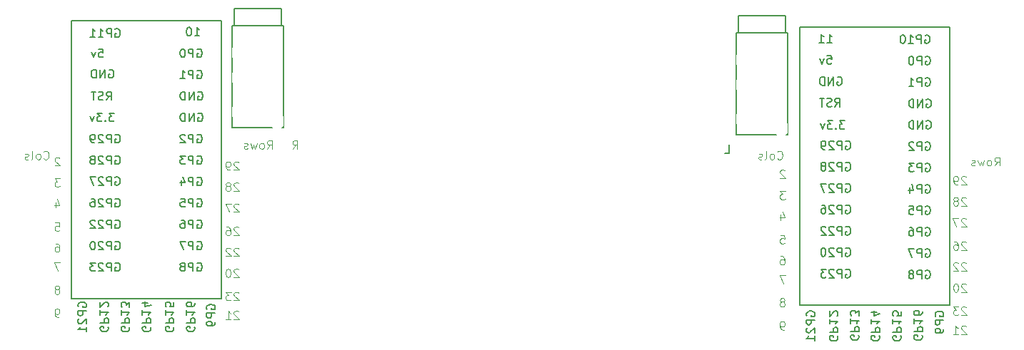
<source format=gbo>
G04 #@! TF.GenerationSoftware,KiCad,Pcbnew,8.0.7-8.0.7-0~ubuntu24.04.1*
G04 #@! TF.CreationDate,2025-01-01T20:03:56-05:00*
G04 #@! TF.ProjectId,promicro_rp2040_pcbholder_wiredver,70726f6d-6963-4726-9f5f-727032303430,rev?*
G04 #@! TF.SameCoordinates,Original*
G04 #@! TF.FileFunction,Legend,Bot*
G04 #@! TF.FilePolarity,Positive*
%FSLAX46Y46*%
G04 Gerber Fmt 4.6, Leading zero omitted, Abs format (unit mm)*
G04 Created by KiCad (PCBNEW 8.0.7-8.0.7-0~ubuntu24.04.1) date 2025-01-01 20:03:56*
%MOMM*%
%LPD*%
G01*
G04 APERTURE LIST*
%ADD10C,0.100000*%
%ADD11C,0.200000*%
%ADD12C,0.150000*%
%ADD13C,1.430000*%
%ADD14C,1.400000*%
%ADD15C,0.800000*%
%ADD16O,1.600000X2.000000*%
%ADD17C,1.524000*%
G04 APERTURE END LIST*
D10*
X197596235Y-96773907D02*
X197548616Y-96726288D01*
X197548616Y-96726288D02*
X197453378Y-96678669D01*
X197453378Y-96678669D02*
X197215283Y-96678669D01*
X197215283Y-96678669D02*
X197120045Y-96726288D01*
X197120045Y-96726288D02*
X197072426Y-96773907D01*
X197072426Y-96773907D02*
X197024807Y-96869145D01*
X197024807Y-96869145D02*
X197024807Y-96964383D01*
X197024807Y-96964383D02*
X197072426Y-97107240D01*
X197072426Y-97107240D02*
X197643854Y-97678669D01*
X197643854Y-97678669D02*
X197024807Y-97678669D01*
X196691473Y-96678669D02*
X196024807Y-96678669D01*
X196024807Y-96678669D02*
X196453378Y-97678669D01*
X197596235Y-102023907D02*
X197548616Y-101976288D01*
X197548616Y-101976288D02*
X197453378Y-101928669D01*
X197453378Y-101928669D02*
X197215283Y-101928669D01*
X197215283Y-101928669D02*
X197120045Y-101976288D01*
X197120045Y-101976288D02*
X197072426Y-102023907D01*
X197072426Y-102023907D02*
X197024807Y-102119145D01*
X197024807Y-102119145D02*
X197024807Y-102214383D01*
X197024807Y-102214383D02*
X197072426Y-102357240D01*
X197072426Y-102357240D02*
X197643854Y-102928669D01*
X197643854Y-102928669D02*
X197024807Y-102928669D01*
X196643854Y-102023907D02*
X196596235Y-101976288D01*
X196596235Y-101976288D02*
X196500997Y-101928669D01*
X196500997Y-101928669D02*
X196262902Y-101928669D01*
X196262902Y-101928669D02*
X196167664Y-101976288D01*
X196167664Y-101976288D02*
X196120045Y-102023907D01*
X196120045Y-102023907D02*
X196072426Y-102119145D01*
X196072426Y-102119145D02*
X196072426Y-102214383D01*
X196072426Y-102214383D02*
X196120045Y-102357240D01*
X196120045Y-102357240D02*
X196691473Y-102928669D01*
X196691473Y-102928669D02*
X196072426Y-102928669D01*
X197596235Y-104523907D02*
X197548616Y-104476288D01*
X197548616Y-104476288D02*
X197453378Y-104428669D01*
X197453378Y-104428669D02*
X197215283Y-104428669D01*
X197215283Y-104428669D02*
X197120045Y-104476288D01*
X197120045Y-104476288D02*
X197072426Y-104523907D01*
X197072426Y-104523907D02*
X197024807Y-104619145D01*
X197024807Y-104619145D02*
X197024807Y-104714383D01*
X197024807Y-104714383D02*
X197072426Y-104857240D01*
X197072426Y-104857240D02*
X197643854Y-105428669D01*
X197643854Y-105428669D02*
X197024807Y-105428669D01*
X196405759Y-104428669D02*
X196310521Y-104428669D01*
X196310521Y-104428669D02*
X196215283Y-104476288D01*
X196215283Y-104476288D02*
X196167664Y-104523907D01*
X196167664Y-104523907D02*
X196120045Y-104619145D01*
X196120045Y-104619145D02*
X196072426Y-104809621D01*
X196072426Y-104809621D02*
X196072426Y-105047716D01*
X196072426Y-105047716D02*
X196120045Y-105238192D01*
X196120045Y-105238192D02*
X196167664Y-105333430D01*
X196167664Y-105333430D02*
X196215283Y-105381050D01*
X196215283Y-105381050D02*
X196310521Y-105428669D01*
X196310521Y-105428669D02*
X196405759Y-105428669D01*
X196405759Y-105428669D02*
X196500997Y-105381050D01*
X196500997Y-105381050D02*
X196548616Y-105333430D01*
X196548616Y-105333430D02*
X196596235Y-105238192D01*
X196596235Y-105238192D02*
X196643854Y-105047716D01*
X196643854Y-105047716D02*
X196643854Y-104809621D01*
X196643854Y-104809621D02*
X196596235Y-104619145D01*
X196596235Y-104619145D02*
X196548616Y-104523907D01*
X196548616Y-104523907D02*
X196500997Y-104476288D01*
X196500997Y-104476288D02*
X196405759Y-104428669D01*
X197596235Y-91773907D02*
X197548616Y-91726288D01*
X197548616Y-91726288D02*
X197453378Y-91678669D01*
X197453378Y-91678669D02*
X197215283Y-91678669D01*
X197215283Y-91678669D02*
X197120045Y-91726288D01*
X197120045Y-91726288D02*
X197072426Y-91773907D01*
X197072426Y-91773907D02*
X197024807Y-91869145D01*
X197024807Y-91869145D02*
X197024807Y-91964383D01*
X197024807Y-91964383D02*
X197072426Y-92107240D01*
X197072426Y-92107240D02*
X197643854Y-92678669D01*
X197643854Y-92678669D02*
X197024807Y-92678669D01*
X196548616Y-92678669D02*
X196358140Y-92678669D01*
X196358140Y-92678669D02*
X196262902Y-92631050D01*
X196262902Y-92631050D02*
X196215283Y-92583430D01*
X196215283Y-92583430D02*
X196120045Y-92440573D01*
X196120045Y-92440573D02*
X196072426Y-92250097D01*
X196072426Y-92250097D02*
X196072426Y-91869145D01*
X196072426Y-91869145D02*
X196120045Y-91773907D01*
X196120045Y-91773907D02*
X196167664Y-91726288D01*
X196167664Y-91726288D02*
X196262902Y-91678669D01*
X196262902Y-91678669D02*
X196453378Y-91678669D01*
X196453378Y-91678669D02*
X196548616Y-91726288D01*
X196548616Y-91726288D02*
X196596235Y-91773907D01*
X196596235Y-91773907D02*
X196643854Y-91869145D01*
X196643854Y-91869145D02*
X196643854Y-92107240D01*
X196643854Y-92107240D02*
X196596235Y-92202478D01*
X196596235Y-92202478D02*
X196548616Y-92250097D01*
X196548616Y-92250097D02*
X196453378Y-92297716D01*
X196453378Y-92297716D02*
X196262902Y-92297716D01*
X196262902Y-92297716D02*
X196167664Y-92250097D01*
X196167664Y-92250097D02*
X196120045Y-92202478D01*
X196120045Y-92202478D02*
X196072426Y-92107240D01*
X197596235Y-99523907D02*
X197548616Y-99476288D01*
X197548616Y-99476288D02*
X197453378Y-99428669D01*
X197453378Y-99428669D02*
X197215283Y-99428669D01*
X197215283Y-99428669D02*
X197120045Y-99476288D01*
X197120045Y-99476288D02*
X197072426Y-99523907D01*
X197072426Y-99523907D02*
X197024807Y-99619145D01*
X197024807Y-99619145D02*
X197024807Y-99714383D01*
X197024807Y-99714383D02*
X197072426Y-99857240D01*
X197072426Y-99857240D02*
X197643854Y-100428669D01*
X197643854Y-100428669D02*
X197024807Y-100428669D01*
X196167664Y-99428669D02*
X196358140Y-99428669D01*
X196358140Y-99428669D02*
X196453378Y-99476288D01*
X196453378Y-99476288D02*
X196500997Y-99523907D01*
X196500997Y-99523907D02*
X196596235Y-99666764D01*
X196596235Y-99666764D02*
X196643854Y-99857240D01*
X196643854Y-99857240D02*
X196643854Y-100238192D01*
X196643854Y-100238192D02*
X196596235Y-100333430D01*
X196596235Y-100333430D02*
X196548616Y-100381050D01*
X196548616Y-100381050D02*
X196453378Y-100428669D01*
X196453378Y-100428669D02*
X196262902Y-100428669D01*
X196262902Y-100428669D02*
X196167664Y-100381050D01*
X196167664Y-100381050D02*
X196120045Y-100333430D01*
X196120045Y-100333430D02*
X196072426Y-100238192D01*
X196072426Y-100238192D02*
X196072426Y-100000097D01*
X196072426Y-100000097D02*
X196120045Y-99904859D01*
X196120045Y-99904859D02*
X196167664Y-99857240D01*
X196167664Y-99857240D02*
X196262902Y-99809621D01*
X196262902Y-99809621D02*
X196453378Y-99809621D01*
X196453378Y-99809621D02*
X196548616Y-99857240D01*
X196548616Y-99857240D02*
X196596235Y-99904859D01*
X196596235Y-99904859D02*
X196643854Y-100000097D01*
X197596235Y-94273907D02*
X197548616Y-94226288D01*
X197548616Y-94226288D02*
X197453378Y-94178669D01*
X197453378Y-94178669D02*
X197215283Y-94178669D01*
X197215283Y-94178669D02*
X197120045Y-94226288D01*
X197120045Y-94226288D02*
X197072426Y-94273907D01*
X197072426Y-94273907D02*
X197024807Y-94369145D01*
X197024807Y-94369145D02*
X197024807Y-94464383D01*
X197024807Y-94464383D02*
X197072426Y-94607240D01*
X197072426Y-94607240D02*
X197643854Y-95178669D01*
X197643854Y-95178669D02*
X197024807Y-95178669D01*
X196453378Y-94607240D02*
X196548616Y-94559621D01*
X196548616Y-94559621D02*
X196596235Y-94512002D01*
X196596235Y-94512002D02*
X196643854Y-94416764D01*
X196643854Y-94416764D02*
X196643854Y-94369145D01*
X196643854Y-94369145D02*
X196596235Y-94273907D01*
X196596235Y-94273907D02*
X196548616Y-94226288D01*
X196548616Y-94226288D02*
X196453378Y-94178669D01*
X196453378Y-94178669D02*
X196262902Y-94178669D01*
X196262902Y-94178669D02*
X196167664Y-94226288D01*
X196167664Y-94226288D02*
X196120045Y-94273907D01*
X196120045Y-94273907D02*
X196072426Y-94369145D01*
X196072426Y-94369145D02*
X196072426Y-94416764D01*
X196072426Y-94416764D02*
X196120045Y-94512002D01*
X196120045Y-94512002D02*
X196167664Y-94559621D01*
X196167664Y-94559621D02*
X196262902Y-94607240D01*
X196262902Y-94607240D02*
X196453378Y-94607240D01*
X196453378Y-94607240D02*
X196548616Y-94654859D01*
X196548616Y-94654859D02*
X196596235Y-94702478D01*
X196596235Y-94702478D02*
X196643854Y-94797716D01*
X196643854Y-94797716D02*
X196643854Y-94988192D01*
X196643854Y-94988192D02*
X196596235Y-95083430D01*
X196596235Y-95083430D02*
X196548616Y-95131050D01*
X196548616Y-95131050D02*
X196453378Y-95178669D01*
X196453378Y-95178669D02*
X196262902Y-95178669D01*
X196262902Y-95178669D02*
X196167664Y-95131050D01*
X196167664Y-95131050D02*
X196120045Y-95083430D01*
X196120045Y-95083430D02*
X196072426Y-94988192D01*
X196072426Y-94988192D02*
X196072426Y-94797716D01*
X196072426Y-94797716D02*
X196120045Y-94702478D01*
X196120045Y-94702478D02*
X196167664Y-94654859D01*
X196167664Y-94654859D02*
X196262902Y-94607240D01*
X197596235Y-107273907D02*
X197548616Y-107226288D01*
X197548616Y-107226288D02*
X197453378Y-107178669D01*
X197453378Y-107178669D02*
X197215283Y-107178669D01*
X197215283Y-107178669D02*
X197120045Y-107226288D01*
X197120045Y-107226288D02*
X197072426Y-107273907D01*
X197072426Y-107273907D02*
X197024807Y-107369145D01*
X197024807Y-107369145D02*
X197024807Y-107464383D01*
X197024807Y-107464383D02*
X197072426Y-107607240D01*
X197072426Y-107607240D02*
X197643854Y-108178669D01*
X197643854Y-108178669D02*
X197024807Y-108178669D01*
X196691473Y-107178669D02*
X196072426Y-107178669D01*
X196072426Y-107178669D02*
X196405759Y-107559621D01*
X196405759Y-107559621D02*
X196262902Y-107559621D01*
X196262902Y-107559621D02*
X196167664Y-107607240D01*
X196167664Y-107607240D02*
X196120045Y-107654859D01*
X196120045Y-107654859D02*
X196072426Y-107750097D01*
X196072426Y-107750097D02*
X196072426Y-107988192D01*
X196072426Y-107988192D02*
X196120045Y-108083430D01*
X196120045Y-108083430D02*
X196167664Y-108131050D01*
X196167664Y-108131050D02*
X196262902Y-108178669D01*
X196262902Y-108178669D02*
X196548616Y-108178669D01*
X196548616Y-108178669D02*
X196643854Y-108131050D01*
X196643854Y-108131050D02*
X196691473Y-108083430D01*
X197596235Y-109523907D02*
X197548616Y-109476288D01*
X197548616Y-109476288D02*
X197453378Y-109428669D01*
X197453378Y-109428669D02*
X197215283Y-109428669D01*
X197215283Y-109428669D02*
X197120045Y-109476288D01*
X197120045Y-109476288D02*
X197072426Y-109523907D01*
X197072426Y-109523907D02*
X197024807Y-109619145D01*
X197024807Y-109619145D02*
X197024807Y-109714383D01*
X197024807Y-109714383D02*
X197072426Y-109857240D01*
X197072426Y-109857240D02*
X197643854Y-110428669D01*
X197643854Y-110428669D02*
X197024807Y-110428669D01*
X196072426Y-110428669D02*
X196643854Y-110428669D01*
X196358140Y-110428669D02*
X196358140Y-109428669D01*
X196358140Y-109428669D02*
X196453378Y-109571526D01*
X196453378Y-109571526D02*
X196548616Y-109666764D01*
X196548616Y-109666764D02*
X196643854Y-109714383D01*
X175572426Y-98678669D02*
X176048616Y-98678669D01*
X176048616Y-98678669D02*
X176096235Y-99154859D01*
X176096235Y-99154859D02*
X176048616Y-99107240D01*
X176048616Y-99107240D02*
X175953378Y-99059621D01*
X175953378Y-99059621D02*
X175715283Y-99059621D01*
X175715283Y-99059621D02*
X175620045Y-99107240D01*
X175620045Y-99107240D02*
X175572426Y-99154859D01*
X175572426Y-99154859D02*
X175524807Y-99250097D01*
X175524807Y-99250097D02*
X175524807Y-99488192D01*
X175524807Y-99488192D02*
X175572426Y-99583430D01*
X175572426Y-99583430D02*
X175620045Y-99631050D01*
X175620045Y-99631050D02*
X175715283Y-99678669D01*
X175715283Y-99678669D02*
X175953378Y-99678669D01*
X175953378Y-99678669D02*
X176048616Y-99631050D01*
X176048616Y-99631050D02*
X176096235Y-99583430D01*
X176143854Y-103428669D02*
X175477188Y-103428669D01*
X175477188Y-103428669D02*
X175905759Y-104428669D01*
X176143854Y-93428669D02*
X175524807Y-93428669D01*
X175524807Y-93428669D02*
X175858140Y-93809621D01*
X175858140Y-93809621D02*
X175715283Y-93809621D01*
X175715283Y-93809621D02*
X175620045Y-93857240D01*
X175620045Y-93857240D02*
X175572426Y-93904859D01*
X175572426Y-93904859D02*
X175524807Y-94000097D01*
X175524807Y-94000097D02*
X175524807Y-94238192D01*
X175524807Y-94238192D02*
X175572426Y-94333430D01*
X175572426Y-94333430D02*
X175620045Y-94381050D01*
X175620045Y-94381050D02*
X175715283Y-94428669D01*
X175715283Y-94428669D02*
X176000997Y-94428669D01*
X176000997Y-94428669D02*
X176096235Y-94381050D01*
X176096235Y-94381050D02*
X176143854Y-94333430D01*
X176096235Y-91023907D02*
X176048616Y-90976288D01*
X176048616Y-90976288D02*
X175953378Y-90928669D01*
X175953378Y-90928669D02*
X175715283Y-90928669D01*
X175715283Y-90928669D02*
X175620045Y-90976288D01*
X175620045Y-90976288D02*
X175572426Y-91023907D01*
X175572426Y-91023907D02*
X175524807Y-91119145D01*
X175524807Y-91119145D02*
X175524807Y-91214383D01*
X175524807Y-91214383D02*
X175572426Y-91357240D01*
X175572426Y-91357240D02*
X176143854Y-91928669D01*
X176143854Y-91928669D02*
X175524807Y-91928669D01*
X175620045Y-101178669D02*
X175810521Y-101178669D01*
X175810521Y-101178669D02*
X175905759Y-101226288D01*
X175905759Y-101226288D02*
X175953378Y-101273907D01*
X175953378Y-101273907D02*
X176048616Y-101416764D01*
X176048616Y-101416764D02*
X176096235Y-101607240D01*
X176096235Y-101607240D02*
X176096235Y-101988192D01*
X176096235Y-101988192D02*
X176048616Y-102083430D01*
X176048616Y-102083430D02*
X176000997Y-102131050D01*
X176000997Y-102131050D02*
X175905759Y-102178669D01*
X175905759Y-102178669D02*
X175715283Y-102178669D01*
X175715283Y-102178669D02*
X175620045Y-102131050D01*
X175620045Y-102131050D02*
X175572426Y-102083430D01*
X175572426Y-102083430D02*
X175524807Y-101988192D01*
X175524807Y-101988192D02*
X175524807Y-101750097D01*
X175524807Y-101750097D02*
X175572426Y-101654859D01*
X175572426Y-101654859D02*
X175620045Y-101607240D01*
X175620045Y-101607240D02*
X175715283Y-101559621D01*
X175715283Y-101559621D02*
X175905759Y-101559621D01*
X175905759Y-101559621D02*
X176000997Y-101607240D01*
X176000997Y-101607240D02*
X176048616Y-101654859D01*
X176048616Y-101654859D02*
X176096235Y-101750097D01*
X175905759Y-106607240D02*
X176000997Y-106559621D01*
X176000997Y-106559621D02*
X176048616Y-106512002D01*
X176048616Y-106512002D02*
X176096235Y-106416764D01*
X176096235Y-106416764D02*
X176096235Y-106369145D01*
X176096235Y-106369145D02*
X176048616Y-106273907D01*
X176048616Y-106273907D02*
X176000997Y-106226288D01*
X176000997Y-106226288D02*
X175905759Y-106178669D01*
X175905759Y-106178669D02*
X175715283Y-106178669D01*
X175715283Y-106178669D02*
X175620045Y-106226288D01*
X175620045Y-106226288D02*
X175572426Y-106273907D01*
X175572426Y-106273907D02*
X175524807Y-106369145D01*
X175524807Y-106369145D02*
X175524807Y-106416764D01*
X175524807Y-106416764D02*
X175572426Y-106512002D01*
X175572426Y-106512002D02*
X175620045Y-106559621D01*
X175620045Y-106559621D02*
X175715283Y-106607240D01*
X175715283Y-106607240D02*
X175905759Y-106607240D01*
X175905759Y-106607240D02*
X176000997Y-106654859D01*
X176000997Y-106654859D02*
X176048616Y-106702478D01*
X176048616Y-106702478D02*
X176096235Y-106797716D01*
X176096235Y-106797716D02*
X176096235Y-106988192D01*
X176096235Y-106988192D02*
X176048616Y-107083430D01*
X176048616Y-107083430D02*
X176000997Y-107131050D01*
X176000997Y-107131050D02*
X175905759Y-107178669D01*
X175905759Y-107178669D02*
X175715283Y-107178669D01*
X175715283Y-107178669D02*
X175620045Y-107131050D01*
X175620045Y-107131050D02*
X175572426Y-107083430D01*
X175572426Y-107083430D02*
X175524807Y-106988192D01*
X175524807Y-106988192D02*
X175524807Y-106797716D01*
X175524807Y-106797716D02*
X175572426Y-106702478D01*
X175572426Y-106702478D02*
X175620045Y-106654859D01*
X175620045Y-106654859D02*
X175715283Y-106607240D01*
X175620045Y-96262002D02*
X175620045Y-96928669D01*
X175858140Y-95881050D02*
X176096235Y-96595335D01*
X176096235Y-96595335D02*
X175477188Y-96595335D01*
X176000997Y-109928669D02*
X175810521Y-109928669D01*
X175810521Y-109928669D02*
X175715283Y-109881050D01*
X175715283Y-109881050D02*
X175667664Y-109833430D01*
X175667664Y-109833430D02*
X175572426Y-109690573D01*
X175572426Y-109690573D02*
X175524807Y-109500097D01*
X175524807Y-109500097D02*
X175524807Y-109119145D01*
X175524807Y-109119145D02*
X175572426Y-109023907D01*
X175572426Y-109023907D02*
X175620045Y-108976288D01*
X175620045Y-108976288D02*
X175715283Y-108928669D01*
X175715283Y-108928669D02*
X175905759Y-108928669D01*
X175905759Y-108928669D02*
X176000997Y-108976288D01*
X176000997Y-108976288D02*
X176048616Y-109023907D01*
X176048616Y-109023907D02*
X176096235Y-109119145D01*
X176096235Y-109119145D02*
X176096235Y-109357240D01*
X176096235Y-109357240D02*
X176048616Y-109452478D01*
X176048616Y-109452478D02*
X176000997Y-109500097D01*
X176000997Y-109500097D02*
X175905759Y-109547716D01*
X175905759Y-109547716D02*
X175715283Y-109547716D01*
X175715283Y-109547716D02*
X175620045Y-109500097D01*
X175620045Y-109500097D02*
X175572426Y-109452478D01*
X175572426Y-109452478D02*
X175524807Y-109357240D01*
X175227188Y-89583430D02*
X175274807Y-89631050D01*
X175274807Y-89631050D02*
X175417664Y-89678669D01*
X175417664Y-89678669D02*
X175512902Y-89678669D01*
X175512902Y-89678669D02*
X175655759Y-89631050D01*
X175655759Y-89631050D02*
X175750997Y-89535811D01*
X175750997Y-89535811D02*
X175798616Y-89440573D01*
X175798616Y-89440573D02*
X175846235Y-89250097D01*
X175846235Y-89250097D02*
X175846235Y-89107240D01*
X175846235Y-89107240D02*
X175798616Y-88916764D01*
X175798616Y-88916764D02*
X175750997Y-88821526D01*
X175750997Y-88821526D02*
X175655759Y-88726288D01*
X175655759Y-88726288D02*
X175512902Y-88678669D01*
X175512902Y-88678669D02*
X175417664Y-88678669D01*
X175417664Y-88678669D02*
X175274807Y-88726288D01*
X175274807Y-88726288D02*
X175227188Y-88773907D01*
X174655759Y-89678669D02*
X174750997Y-89631050D01*
X174750997Y-89631050D02*
X174798616Y-89583430D01*
X174798616Y-89583430D02*
X174846235Y-89488192D01*
X174846235Y-89488192D02*
X174846235Y-89202478D01*
X174846235Y-89202478D02*
X174798616Y-89107240D01*
X174798616Y-89107240D02*
X174750997Y-89059621D01*
X174750997Y-89059621D02*
X174655759Y-89012002D01*
X174655759Y-89012002D02*
X174512902Y-89012002D01*
X174512902Y-89012002D02*
X174417664Y-89059621D01*
X174417664Y-89059621D02*
X174370045Y-89107240D01*
X174370045Y-89107240D02*
X174322426Y-89202478D01*
X174322426Y-89202478D02*
X174322426Y-89488192D01*
X174322426Y-89488192D02*
X174370045Y-89583430D01*
X174370045Y-89583430D02*
X174417664Y-89631050D01*
X174417664Y-89631050D02*
X174512902Y-89678669D01*
X174512902Y-89678669D02*
X174655759Y-89678669D01*
X173750997Y-89678669D02*
X173846235Y-89631050D01*
X173846235Y-89631050D02*
X173893854Y-89535811D01*
X173893854Y-89535811D02*
X173893854Y-88678669D01*
X173417663Y-89631050D02*
X173322425Y-89678669D01*
X173322425Y-89678669D02*
X173131949Y-89678669D01*
X173131949Y-89678669D02*
X173036711Y-89631050D01*
X173036711Y-89631050D02*
X172989092Y-89535811D01*
X172989092Y-89535811D02*
X172989092Y-89488192D01*
X172989092Y-89488192D02*
X173036711Y-89392954D01*
X173036711Y-89392954D02*
X173131949Y-89345335D01*
X173131949Y-89345335D02*
X173274806Y-89345335D01*
X173274806Y-89345335D02*
X173370044Y-89297716D01*
X173370044Y-89297716D02*
X173417663Y-89202478D01*
X173417663Y-89202478D02*
X173417663Y-89154859D01*
X173417663Y-89154859D02*
X173370044Y-89059621D01*
X173370044Y-89059621D02*
X173274806Y-89012002D01*
X173274806Y-89012002D02*
X173131949Y-89012002D01*
X173131949Y-89012002D02*
X173036711Y-89059621D01*
X90000997Y-108428669D02*
X89810521Y-108428669D01*
X89810521Y-108428669D02*
X89715283Y-108381050D01*
X89715283Y-108381050D02*
X89667664Y-108333430D01*
X89667664Y-108333430D02*
X89572426Y-108190573D01*
X89572426Y-108190573D02*
X89524807Y-108000097D01*
X89524807Y-108000097D02*
X89524807Y-107619145D01*
X89524807Y-107619145D02*
X89572426Y-107523907D01*
X89572426Y-107523907D02*
X89620045Y-107476288D01*
X89620045Y-107476288D02*
X89715283Y-107428669D01*
X89715283Y-107428669D02*
X89905759Y-107428669D01*
X89905759Y-107428669D02*
X90000997Y-107476288D01*
X90000997Y-107476288D02*
X90048616Y-107523907D01*
X90048616Y-107523907D02*
X90096235Y-107619145D01*
X90096235Y-107619145D02*
X90096235Y-107857240D01*
X90096235Y-107857240D02*
X90048616Y-107952478D01*
X90048616Y-107952478D02*
X90000997Y-108000097D01*
X90000997Y-108000097D02*
X89905759Y-108047716D01*
X89905759Y-108047716D02*
X89715283Y-108047716D01*
X89715283Y-108047716D02*
X89620045Y-108000097D01*
X89620045Y-108000097D02*
X89572426Y-107952478D01*
X89572426Y-107952478D02*
X89524807Y-107857240D01*
D11*
X96709018Y-74221088D02*
X96804256Y-74173469D01*
X96804256Y-74173469D02*
X96947113Y-74173469D01*
X96947113Y-74173469D02*
X97089970Y-74221088D01*
X97089970Y-74221088D02*
X97185208Y-74316326D01*
X97185208Y-74316326D02*
X97232827Y-74411564D01*
X97232827Y-74411564D02*
X97280446Y-74602040D01*
X97280446Y-74602040D02*
X97280446Y-74744897D01*
X97280446Y-74744897D02*
X97232827Y-74935373D01*
X97232827Y-74935373D02*
X97185208Y-75030611D01*
X97185208Y-75030611D02*
X97089970Y-75125850D01*
X97089970Y-75125850D02*
X96947113Y-75173469D01*
X96947113Y-75173469D02*
X96851875Y-75173469D01*
X96851875Y-75173469D02*
X96709018Y-75125850D01*
X96709018Y-75125850D02*
X96661399Y-75078230D01*
X96661399Y-75078230D02*
X96661399Y-74744897D01*
X96661399Y-74744897D02*
X96851875Y-74744897D01*
X96232827Y-75173469D02*
X96232827Y-74173469D01*
X96232827Y-74173469D02*
X95851875Y-74173469D01*
X95851875Y-74173469D02*
X95756637Y-74221088D01*
X95756637Y-74221088D02*
X95709018Y-74268707D01*
X95709018Y-74268707D02*
X95661399Y-74363945D01*
X95661399Y-74363945D02*
X95661399Y-74506802D01*
X95661399Y-74506802D02*
X95709018Y-74602040D01*
X95709018Y-74602040D02*
X95756637Y-74649659D01*
X95756637Y-74649659D02*
X95851875Y-74697278D01*
X95851875Y-74697278D02*
X96232827Y-74697278D01*
X94709018Y-75173469D02*
X95280446Y-75173469D01*
X94994732Y-75173469D02*
X94994732Y-74173469D01*
X94994732Y-74173469D02*
X95089970Y-74316326D01*
X95089970Y-74316326D02*
X95185208Y-74411564D01*
X95185208Y-74411564D02*
X95280446Y-74459183D01*
X93756637Y-75173469D02*
X94328065Y-75173469D01*
X94042351Y-75173469D02*
X94042351Y-74173469D01*
X94042351Y-74173469D02*
X94137589Y-74316326D01*
X94137589Y-74316326D02*
X94232827Y-74411564D01*
X94232827Y-74411564D02*
X94328065Y-74459183D01*
D10*
X111346235Y-107773907D02*
X111298616Y-107726288D01*
X111298616Y-107726288D02*
X111203378Y-107678669D01*
X111203378Y-107678669D02*
X110965283Y-107678669D01*
X110965283Y-107678669D02*
X110870045Y-107726288D01*
X110870045Y-107726288D02*
X110822426Y-107773907D01*
X110822426Y-107773907D02*
X110774807Y-107869145D01*
X110774807Y-107869145D02*
X110774807Y-107964383D01*
X110774807Y-107964383D02*
X110822426Y-108107240D01*
X110822426Y-108107240D02*
X111393854Y-108678669D01*
X111393854Y-108678669D02*
X110774807Y-108678669D01*
X109822426Y-108678669D02*
X110393854Y-108678669D01*
X110108140Y-108678669D02*
X110108140Y-107678669D01*
X110108140Y-107678669D02*
X110203378Y-107821526D01*
X110203378Y-107821526D02*
X110298616Y-107916764D01*
X110298616Y-107916764D02*
X110393854Y-107964383D01*
X111346235Y-105523907D02*
X111298616Y-105476288D01*
X111298616Y-105476288D02*
X111203378Y-105428669D01*
X111203378Y-105428669D02*
X110965283Y-105428669D01*
X110965283Y-105428669D02*
X110870045Y-105476288D01*
X110870045Y-105476288D02*
X110822426Y-105523907D01*
X110822426Y-105523907D02*
X110774807Y-105619145D01*
X110774807Y-105619145D02*
X110774807Y-105714383D01*
X110774807Y-105714383D02*
X110822426Y-105857240D01*
X110822426Y-105857240D02*
X111393854Y-106428669D01*
X111393854Y-106428669D02*
X110774807Y-106428669D01*
X110441473Y-105428669D02*
X109822426Y-105428669D01*
X109822426Y-105428669D02*
X110155759Y-105809621D01*
X110155759Y-105809621D02*
X110012902Y-105809621D01*
X110012902Y-105809621D02*
X109917664Y-105857240D01*
X109917664Y-105857240D02*
X109870045Y-105904859D01*
X109870045Y-105904859D02*
X109822426Y-106000097D01*
X109822426Y-106000097D02*
X109822426Y-106238192D01*
X109822426Y-106238192D02*
X109870045Y-106333430D01*
X109870045Y-106333430D02*
X109917664Y-106381050D01*
X109917664Y-106381050D02*
X110012902Y-106428669D01*
X110012902Y-106428669D02*
X110298616Y-106428669D01*
X110298616Y-106428669D02*
X110393854Y-106381050D01*
X110393854Y-106381050D02*
X110441473Y-106333430D01*
X111346235Y-92523907D02*
X111298616Y-92476288D01*
X111298616Y-92476288D02*
X111203378Y-92428669D01*
X111203378Y-92428669D02*
X110965283Y-92428669D01*
X110965283Y-92428669D02*
X110870045Y-92476288D01*
X110870045Y-92476288D02*
X110822426Y-92523907D01*
X110822426Y-92523907D02*
X110774807Y-92619145D01*
X110774807Y-92619145D02*
X110774807Y-92714383D01*
X110774807Y-92714383D02*
X110822426Y-92857240D01*
X110822426Y-92857240D02*
X111393854Y-93428669D01*
X111393854Y-93428669D02*
X110774807Y-93428669D01*
X110203378Y-92857240D02*
X110298616Y-92809621D01*
X110298616Y-92809621D02*
X110346235Y-92762002D01*
X110346235Y-92762002D02*
X110393854Y-92666764D01*
X110393854Y-92666764D02*
X110393854Y-92619145D01*
X110393854Y-92619145D02*
X110346235Y-92523907D01*
X110346235Y-92523907D02*
X110298616Y-92476288D01*
X110298616Y-92476288D02*
X110203378Y-92428669D01*
X110203378Y-92428669D02*
X110012902Y-92428669D01*
X110012902Y-92428669D02*
X109917664Y-92476288D01*
X109917664Y-92476288D02*
X109870045Y-92523907D01*
X109870045Y-92523907D02*
X109822426Y-92619145D01*
X109822426Y-92619145D02*
X109822426Y-92666764D01*
X109822426Y-92666764D02*
X109870045Y-92762002D01*
X109870045Y-92762002D02*
X109917664Y-92809621D01*
X109917664Y-92809621D02*
X110012902Y-92857240D01*
X110012902Y-92857240D02*
X110203378Y-92857240D01*
X110203378Y-92857240D02*
X110298616Y-92904859D01*
X110298616Y-92904859D02*
X110346235Y-92952478D01*
X110346235Y-92952478D02*
X110393854Y-93047716D01*
X110393854Y-93047716D02*
X110393854Y-93238192D01*
X110393854Y-93238192D02*
X110346235Y-93333430D01*
X110346235Y-93333430D02*
X110298616Y-93381050D01*
X110298616Y-93381050D02*
X110203378Y-93428669D01*
X110203378Y-93428669D02*
X110012902Y-93428669D01*
X110012902Y-93428669D02*
X109917664Y-93381050D01*
X109917664Y-93381050D02*
X109870045Y-93333430D01*
X109870045Y-93333430D02*
X109822426Y-93238192D01*
X109822426Y-93238192D02*
X109822426Y-93047716D01*
X109822426Y-93047716D02*
X109870045Y-92952478D01*
X109870045Y-92952478D02*
X109917664Y-92904859D01*
X109917664Y-92904859D02*
X110012902Y-92857240D01*
X117727188Y-88428669D02*
X118060521Y-87952478D01*
X118298616Y-88428669D02*
X118298616Y-87428669D01*
X118298616Y-87428669D02*
X117917664Y-87428669D01*
X117917664Y-87428669D02*
X117822426Y-87476288D01*
X117822426Y-87476288D02*
X117774807Y-87523907D01*
X117774807Y-87523907D02*
X117727188Y-87619145D01*
X117727188Y-87619145D02*
X117727188Y-87762002D01*
X117727188Y-87762002D02*
X117774807Y-87857240D01*
X117774807Y-87857240D02*
X117822426Y-87904859D01*
X117822426Y-87904859D02*
X117917664Y-87952478D01*
X117917664Y-87952478D02*
X118298616Y-87952478D01*
X89620045Y-94762002D02*
X89620045Y-95428669D01*
X89858140Y-94381050D02*
X90096235Y-95095335D01*
X90096235Y-95095335D02*
X89477188Y-95095335D01*
X111346235Y-97773907D02*
X111298616Y-97726288D01*
X111298616Y-97726288D02*
X111203378Y-97678669D01*
X111203378Y-97678669D02*
X110965283Y-97678669D01*
X110965283Y-97678669D02*
X110870045Y-97726288D01*
X110870045Y-97726288D02*
X110822426Y-97773907D01*
X110822426Y-97773907D02*
X110774807Y-97869145D01*
X110774807Y-97869145D02*
X110774807Y-97964383D01*
X110774807Y-97964383D02*
X110822426Y-98107240D01*
X110822426Y-98107240D02*
X111393854Y-98678669D01*
X111393854Y-98678669D02*
X110774807Y-98678669D01*
X109917664Y-97678669D02*
X110108140Y-97678669D01*
X110108140Y-97678669D02*
X110203378Y-97726288D01*
X110203378Y-97726288D02*
X110250997Y-97773907D01*
X110250997Y-97773907D02*
X110346235Y-97916764D01*
X110346235Y-97916764D02*
X110393854Y-98107240D01*
X110393854Y-98107240D02*
X110393854Y-98488192D01*
X110393854Y-98488192D02*
X110346235Y-98583430D01*
X110346235Y-98583430D02*
X110298616Y-98631050D01*
X110298616Y-98631050D02*
X110203378Y-98678669D01*
X110203378Y-98678669D02*
X110012902Y-98678669D01*
X110012902Y-98678669D02*
X109917664Y-98631050D01*
X109917664Y-98631050D02*
X109870045Y-98583430D01*
X109870045Y-98583430D02*
X109822426Y-98488192D01*
X109822426Y-98488192D02*
X109822426Y-98250097D01*
X109822426Y-98250097D02*
X109870045Y-98154859D01*
X109870045Y-98154859D02*
X109917664Y-98107240D01*
X109917664Y-98107240D02*
X110012902Y-98059621D01*
X110012902Y-98059621D02*
X110203378Y-98059621D01*
X110203378Y-98059621D02*
X110298616Y-98107240D01*
X110298616Y-98107240D02*
X110346235Y-98154859D01*
X110346235Y-98154859D02*
X110393854Y-98250097D01*
X89905759Y-105107240D02*
X90000997Y-105059621D01*
X90000997Y-105059621D02*
X90048616Y-105012002D01*
X90048616Y-105012002D02*
X90096235Y-104916764D01*
X90096235Y-104916764D02*
X90096235Y-104869145D01*
X90096235Y-104869145D02*
X90048616Y-104773907D01*
X90048616Y-104773907D02*
X90000997Y-104726288D01*
X90000997Y-104726288D02*
X89905759Y-104678669D01*
X89905759Y-104678669D02*
X89715283Y-104678669D01*
X89715283Y-104678669D02*
X89620045Y-104726288D01*
X89620045Y-104726288D02*
X89572426Y-104773907D01*
X89572426Y-104773907D02*
X89524807Y-104869145D01*
X89524807Y-104869145D02*
X89524807Y-104916764D01*
X89524807Y-104916764D02*
X89572426Y-105012002D01*
X89572426Y-105012002D02*
X89620045Y-105059621D01*
X89620045Y-105059621D02*
X89715283Y-105107240D01*
X89715283Y-105107240D02*
X89905759Y-105107240D01*
X89905759Y-105107240D02*
X90000997Y-105154859D01*
X90000997Y-105154859D02*
X90048616Y-105202478D01*
X90048616Y-105202478D02*
X90096235Y-105297716D01*
X90096235Y-105297716D02*
X90096235Y-105488192D01*
X90096235Y-105488192D02*
X90048616Y-105583430D01*
X90048616Y-105583430D02*
X90000997Y-105631050D01*
X90000997Y-105631050D02*
X89905759Y-105678669D01*
X89905759Y-105678669D02*
X89715283Y-105678669D01*
X89715283Y-105678669D02*
X89620045Y-105631050D01*
X89620045Y-105631050D02*
X89572426Y-105583430D01*
X89572426Y-105583430D02*
X89524807Y-105488192D01*
X89524807Y-105488192D02*
X89524807Y-105297716D01*
X89524807Y-105297716D02*
X89572426Y-105202478D01*
X89572426Y-105202478D02*
X89620045Y-105154859D01*
X89620045Y-105154859D02*
X89715283Y-105107240D01*
X111346235Y-90023907D02*
X111298616Y-89976288D01*
X111298616Y-89976288D02*
X111203378Y-89928669D01*
X111203378Y-89928669D02*
X110965283Y-89928669D01*
X110965283Y-89928669D02*
X110870045Y-89976288D01*
X110870045Y-89976288D02*
X110822426Y-90023907D01*
X110822426Y-90023907D02*
X110774807Y-90119145D01*
X110774807Y-90119145D02*
X110774807Y-90214383D01*
X110774807Y-90214383D02*
X110822426Y-90357240D01*
X110822426Y-90357240D02*
X111393854Y-90928669D01*
X111393854Y-90928669D02*
X110774807Y-90928669D01*
X110298616Y-90928669D02*
X110108140Y-90928669D01*
X110108140Y-90928669D02*
X110012902Y-90881050D01*
X110012902Y-90881050D02*
X109965283Y-90833430D01*
X109965283Y-90833430D02*
X109870045Y-90690573D01*
X109870045Y-90690573D02*
X109822426Y-90500097D01*
X109822426Y-90500097D02*
X109822426Y-90119145D01*
X109822426Y-90119145D02*
X109870045Y-90023907D01*
X109870045Y-90023907D02*
X109917664Y-89976288D01*
X109917664Y-89976288D02*
X110012902Y-89928669D01*
X110012902Y-89928669D02*
X110203378Y-89928669D01*
X110203378Y-89928669D02*
X110298616Y-89976288D01*
X110298616Y-89976288D02*
X110346235Y-90023907D01*
X110346235Y-90023907D02*
X110393854Y-90119145D01*
X110393854Y-90119145D02*
X110393854Y-90357240D01*
X110393854Y-90357240D02*
X110346235Y-90452478D01*
X110346235Y-90452478D02*
X110298616Y-90500097D01*
X110298616Y-90500097D02*
X110203378Y-90547716D01*
X110203378Y-90547716D02*
X110012902Y-90547716D01*
X110012902Y-90547716D02*
X109917664Y-90500097D01*
X109917664Y-90500097D02*
X109870045Y-90452478D01*
X109870045Y-90452478D02*
X109822426Y-90357240D01*
X89620045Y-99678669D02*
X89810521Y-99678669D01*
X89810521Y-99678669D02*
X89905759Y-99726288D01*
X89905759Y-99726288D02*
X89953378Y-99773907D01*
X89953378Y-99773907D02*
X90048616Y-99916764D01*
X90048616Y-99916764D02*
X90096235Y-100107240D01*
X90096235Y-100107240D02*
X90096235Y-100488192D01*
X90096235Y-100488192D02*
X90048616Y-100583430D01*
X90048616Y-100583430D02*
X90000997Y-100631050D01*
X90000997Y-100631050D02*
X89905759Y-100678669D01*
X89905759Y-100678669D02*
X89715283Y-100678669D01*
X89715283Y-100678669D02*
X89620045Y-100631050D01*
X89620045Y-100631050D02*
X89572426Y-100583430D01*
X89572426Y-100583430D02*
X89524807Y-100488192D01*
X89524807Y-100488192D02*
X89524807Y-100250097D01*
X89524807Y-100250097D02*
X89572426Y-100154859D01*
X89572426Y-100154859D02*
X89620045Y-100107240D01*
X89620045Y-100107240D02*
X89715283Y-100059621D01*
X89715283Y-100059621D02*
X89905759Y-100059621D01*
X89905759Y-100059621D02*
X90000997Y-100107240D01*
X90000997Y-100107240D02*
X90048616Y-100154859D01*
X90048616Y-100154859D02*
X90096235Y-100250097D01*
X90096235Y-89523907D02*
X90048616Y-89476288D01*
X90048616Y-89476288D02*
X89953378Y-89428669D01*
X89953378Y-89428669D02*
X89715283Y-89428669D01*
X89715283Y-89428669D02*
X89620045Y-89476288D01*
X89620045Y-89476288D02*
X89572426Y-89523907D01*
X89572426Y-89523907D02*
X89524807Y-89619145D01*
X89524807Y-89619145D02*
X89524807Y-89714383D01*
X89524807Y-89714383D02*
X89572426Y-89857240D01*
X89572426Y-89857240D02*
X90143854Y-90428669D01*
X90143854Y-90428669D02*
X89524807Y-90428669D01*
X88227188Y-89583430D02*
X88274807Y-89631050D01*
X88274807Y-89631050D02*
X88417664Y-89678669D01*
X88417664Y-89678669D02*
X88512902Y-89678669D01*
X88512902Y-89678669D02*
X88655759Y-89631050D01*
X88655759Y-89631050D02*
X88750997Y-89535811D01*
X88750997Y-89535811D02*
X88798616Y-89440573D01*
X88798616Y-89440573D02*
X88846235Y-89250097D01*
X88846235Y-89250097D02*
X88846235Y-89107240D01*
X88846235Y-89107240D02*
X88798616Y-88916764D01*
X88798616Y-88916764D02*
X88750997Y-88821526D01*
X88750997Y-88821526D02*
X88655759Y-88726288D01*
X88655759Y-88726288D02*
X88512902Y-88678669D01*
X88512902Y-88678669D02*
X88417664Y-88678669D01*
X88417664Y-88678669D02*
X88274807Y-88726288D01*
X88274807Y-88726288D02*
X88227188Y-88773907D01*
X87655759Y-89678669D02*
X87750997Y-89631050D01*
X87750997Y-89631050D02*
X87798616Y-89583430D01*
X87798616Y-89583430D02*
X87846235Y-89488192D01*
X87846235Y-89488192D02*
X87846235Y-89202478D01*
X87846235Y-89202478D02*
X87798616Y-89107240D01*
X87798616Y-89107240D02*
X87750997Y-89059621D01*
X87750997Y-89059621D02*
X87655759Y-89012002D01*
X87655759Y-89012002D02*
X87512902Y-89012002D01*
X87512902Y-89012002D02*
X87417664Y-89059621D01*
X87417664Y-89059621D02*
X87370045Y-89107240D01*
X87370045Y-89107240D02*
X87322426Y-89202478D01*
X87322426Y-89202478D02*
X87322426Y-89488192D01*
X87322426Y-89488192D02*
X87370045Y-89583430D01*
X87370045Y-89583430D02*
X87417664Y-89631050D01*
X87417664Y-89631050D02*
X87512902Y-89678669D01*
X87512902Y-89678669D02*
X87655759Y-89678669D01*
X86750997Y-89678669D02*
X86846235Y-89631050D01*
X86846235Y-89631050D02*
X86893854Y-89535811D01*
X86893854Y-89535811D02*
X86893854Y-88678669D01*
X86417663Y-89631050D02*
X86322425Y-89678669D01*
X86322425Y-89678669D02*
X86131949Y-89678669D01*
X86131949Y-89678669D02*
X86036711Y-89631050D01*
X86036711Y-89631050D02*
X85989092Y-89535811D01*
X85989092Y-89535811D02*
X85989092Y-89488192D01*
X85989092Y-89488192D02*
X86036711Y-89392954D01*
X86036711Y-89392954D02*
X86131949Y-89345335D01*
X86131949Y-89345335D02*
X86274806Y-89345335D01*
X86274806Y-89345335D02*
X86370044Y-89297716D01*
X86370044Y-89297716D02*
X86417663Y-89202478D01*
X86417663Y-89202478D02*
X86417663Y-89154859D01*
X86417663Y-89154859D02*
X86370044Y-89059621D01*
X86370044Y-89059621D02*
X86274806Y-89012002D01*
X86274806Y-89012002D02*
X86131949Y-89012002D01*
X86131949Y-89012002D02*
X86036711Y-89059621D01*
X90143854Y-91928669D02*
X89524807Y-91928669D01*
X89524807Y-91928669D02*
X89858140Y-92309621D01*
X89858140Y-92309621D02*
X89715283Y-92309621D01*
X89715283Y-92309621D02*
X89620045Y-92357240D01*
X89620045Y-92357240D02*
X89572426Y-92404859D01*
X89572426Y-92404859D02*
X89524807Y-92500097D01*
X89524807Y-92500097D02*
X89524807Y-92738192D01*
X89524807Y-92738192D02*
X89572426Y-92833430D01*
X89572426Y-92833430D02*
X89620045Y-92881050D01*
X89620045Y-92881050D02*
X89715283Y-92928669D01*
X89715283Y-92928669D02*
X90000997Y-92928669D01*
X90000997Y-92928669D02*
X90096235Y-92881050D01*
X90096235Y-92881050D02*
X90143854Y-92833430D01*
X200977188Y-90428669D02*
X201310521Y-89952478D01*
X201548616Y-90428669D02*
X201548616Y-89428669D01*
X201548616Y-89428669D02*
X201167664Y-89428669D01*
X201167664Y-89428669D02*
X201072426Y-89476288D01*
X201072426Y-89476288D02*
X201024807Y-89523907D01*
X201024807Y-89523907D02*
X200977188Y-89619145D01*
X200977188Y-89619145D02*
X200977188Y-89762002D01*
X200977188Y-89762002D02*
X201024807Y-89857240D01*
X201024807Y-89857240D02*
X201072426Y-89904859D01*
X201072426Y-89904859D02*
X201167664Y-89952478D01*
X201167664Y-89952478D02*
X201548616Y-89952478D01*
X200405759Y-90428669D02*
X200500997Y-90381050D01*
X200500997Y-90381050D02*
X200548616Y-90333430D01*
X200548616Y-90333430D02*
X200596235Y-90238192D01*
X200596235Y-90238192D02*
X200596235Y-89952478D01*
X200596235Y-89952478D02*
X200548616Y-89857240D01*
X200548616Y-89857240D02*
X200500997Y-89809621D01*
X200500997Y-89809621D02*
X200405759Y-89762002D01*
X200405759Y-89762002D02*
X200262902Y-89762002D01*
X200262902Y-89762002D02*
X200167664Y-89809621D01*
X200167664Y-89809621D02*
X200120045Y-89857240D01*
X200120045Y-89857240D02*
X200072426Y-89952478D01*
X200072426Y-89952478D02*
X200072426Y-90238192D01*
X200072426Y-90238192D02*
X200120045Y-90333430D01*
X200120045Y-90333430D02*
X200167664Y-90381050D01*
X200167664Y-90381050D02*
X200262902Y-90428669D01*
X200262902Y-90428669D02*
X200405759Y-90428669D01*
X199739092Y-89762002D02*
X199548616Y-90428669D01*
X199548616Y-90428669D02*
X199358140Y-89952478D01*
X199358140Y-89952478D02*
X199167664Y-90428669D01*
X199167664Y-90428669D02*
X198977188Y-89762002D01*
X198643854Y-90381050D02*
X198548616Y-90428669D01*
X198548616Y-90428669D02*
X198358140Y-90428669D01*
X198358140Y-90428669D02*
X198262902Y-90381050D01*
X198262902Y-90381050D02*
X198215283Y-90285811D01*
X198215283Y-90285811D02*
X198215283Y-90238192D01*
X198215283Y-90238192D02*
X198262902Y-90142954D01*
X198262902Y-90142954D02*
X198358140Y-90095335D01*
X198358140Y-90095335D02*
X198500997Y-90095335D01*
X198500997Y-90095335D02*
X198596235Y-90047716D01*
X198596235Y-90047716D02*
X198643854Y-89952478D01*
X198643854Y-89952478D02*
X198643854Y-89904859D01*
X198643854Y-89904859D02*
X198596235Y-89809621D01*
X198596235Y-89809621D02*
X198500997Y-89762002D01*
X198500997Y-89762002D02*
X198358140Y-89762002D01*
X198358140Y-89762002D02*
X198262902Y-89809621D01*
X114727188Y-88428669D02*
X115060521Y-87952478D01*
X115298616Y-88428669D02*
X115298616Y-87428669D01*
X115298616Y-87428669D02*
X114917664Y-87428669D01*
X114917664Y-87428669D02*
X114822426Y-87476288D01*
X114822426Y-87476288D02*
X114774807Y-87523907D01*
X114774807Y-87523907D02*
X114727188Y-87619145D01*
X114727188Y-87619145D02*
X114727188Y-87762002D01*
X114727188Y-87762002D02*
X114774807Y-87857240D01*
X114774807Y-87857240D02*
X114822426Y-87904859D01*
X114822426Y-87904859D02*
X114917664Y-87952478D01*
X114917664Y-87952478D02*
X115298616Y-87952478D01*
X114155759Y-88428669D02*
X114250997Y-88381050D01*
X114250997Y-88381050D02*
X114298616Y-88333430D01*
X114298616Y-88333430D02*
X114346235Y-88238192D01*
X114346235Y-88238192D02*
X114346235Y-87952478D01*
X114346235Y-87952478D02*
X114298616Y-87857240D01*
X114298616Y-87857240D02*
X114250997Y-87809621D01*
X114250997Y-87809621D02*
X114155759Y-87762002D01*
X114155759Y-87762002D02*
X114012902Y-87762002D01*
X114012902Y-87762002D02*
X113917664Y-87809621D01*
X113917664Y-87809621D02*
X113870045Y-87857240D01*
X113870045Y-87857240D02*
X113822426Y-87952478D01*
X113822426Y-87952478D02*
X113822426Y-88238192D01*
X113822426Y-88238192D02*
X113870045Y-88333430D01*
X113870045Y-88333430D02*
X113917664Y-88381050D01*
X113917664Y-88381050D02*
X114012902Y-88428669D01*
X114012902Y-88428669D02*
X114155759Y-88428669D01*
X113489092Y-87762002D02*
X113298616Y-88428669D01*
X113298616Y-88428669D02*
X113108140Y-87952478D01*
X113108140Y-87952478D02*
X112917664Y-88428669D01*
X112917664Y-88428669D02*
X112727188Y-87762002D01*
X112393854Y-88381050D02*
X112298616Y-88428669D01*
X112298616Y-88428669D02*
X112108140Y-88428669D01*
X112108140Y-88428669D02*
X112012902Y-88381050D01*
X112012902Y-88381050D02*
X111965283Y-88285811D01*
X111965283Y-88285811D02*
X111965283Y-88238192D01*
X111965283Y-88238192D02*
X112012902Y-88142954D01*
X112012902Y-88142954D02*
X112108140Y-88095335D01*
X112108140Y-88095335D02*
X112250997Y-88095335D01*
X112250997Y-88095335D02*
X112346235Y-88047716D01*
X112346235Y-88047716D02*
X112393854Y-87952478D01*
X112393854Y-87952478D02*
X112393854Y-87904859D01*
X112393854Y-87904859D02*
X112346235Y-87809621D01*
X112346235Y-87809621D02*
X112250997Y-87762002D01*
X112250997Y-87762002D02*
X112108140Y-87762002D01*
X112108140Y-87762002D02*
X112012902Y-87809621D01*
X111346235Y-102773907D02*
X111298616Y-102726288D01*
X111298616Y-102726288D02*
X111203378Y-102678669D01*
X111203378Y-102678669D02*
X110965283Y-102678669D01*
X110965283Y-102678669D02*
X110870045Y-102726288D01*
X110870045Y-102726288D02*
X110822426Y-102773907D01*
X110822426Y-102773907D02*
X110774807Y-102869145D01*
X110774807Y-102869145D02*
X110774807Y-102964383D01*
X110774807Y-102964383D02*
X110822426Y-103107240D01*
X110822426Y-103107240D02*
X111393854Y-103678669D01*
X111393854Y-103678669D02*
X110774807Y-103678669D01*
X110155759Y-102678669D02*
X110060521Y-102678669D01*
X110060521Y-102678669D02*
X109965283Y-102726288D01*
X109965283Y-102726288D02*
X109917664Y-102773907D01*
X109917664Y-102773907D02*
X109870045Y-102869145D01*
X109870045Y-102869145D02*
X109822426Y-103059621D01*
X109822426Y-103059621D02*
X109822426Y-103297716D01*
X109822426Y-103297716D02*
X109870045Y-103488192D01*
X109870045Y-103488192D02*
X109917664Y-103583430D01*
X109917664Y-103583430D02*
X109965283Y-103631050D01*
X109965283Y-103631050D02*
X110060521Y-103678669D01*
X110060521Y-103678669D02*
X110155759Y-103678669D01*
X110155759Y-103678669D02*
X110250997Y-103631050D01*
X110250997Y-103631050D02*
X110298616Y-103583430D01*
X110298616Y-103583430D02*
X110346235Y-103488192D01*
X110346235Y-103488192D02*
X110393854Y-103297716D01*
X110393854Y-103297716D02*
X110393854Y-103059621D01*
X110393854Y-103059621D02*
X110346235Y-102869145D01*
X110346235Y-102869145D02*
X110298616Y-102773907D01*
X110298616Y-102773907D02*
X110250997Y-102726288D01*
X110250997Y-102726288D02*
X110155759Y-102678669D01*
D11*
X169006637Y-88923469D02*
X169482827Y-88923469D01*
X169482827Y-88923469D02*
X169482827Y-87923469D01*
D10*
X111346235Y-100273907D02*
X111298616Y-100226288D01*
X111298616Y-100226288D02*
X111203378Y-100178669D01*
X111203378Y-100178669D02*
X110965283Y-100178669D01*
X110965283Y-100178669D02*
X110870045Y-100226288D01*
X110870045Y-100226288D02*
X110822426Y-100273907D01*
X110822426Y-100273907D02*
X110774807Y-100369145D01*
X110774807Y-100369145D02*
X110774807Y-100464383D01*
X110774807Y-100464383D02*
X110822426Y-100607240D01*
X110822426Y-100607240D02*
X111393854Y-101178669D01*
X111393854Y-101178669D02*
X110774807Y-101178669D01*
X110393854Y-100273907D02*
X110346235Y-100226288D01*
X110346235Y-100226288D02*
X110250997Y-100178669D01*
X110250997Y-100178669D02*
X110012902Y-100178669D01*
X110012902Y-100178669D02*
X109917664Y-100226288D01*
X109917664Y-100226288D02*
X109870045Y-100273907D01*
X109870045Y-100273907D02*
X109822426Y-100369145D01*
X109822426Y-100369145D02*
X109822426Y-100464383D01*
X109822426Y-100464383D02*
X109870045Y-100607240D01*
X109870045Y-100607240D02*
X110441473Y-101178669D01*
X110441473Y-101178669D02*
X109822426Y-101178669D01*
X90143854Y-101928669D02*
X89477188Y-101928669D01*
X89477188Y-101928669D02*
X89905759Y-102928669D01*
X89572426Y-97178669D02*
X90048616Y-97178669D01*
X90048616Y-97178669D02*
X90096235Y-97654859D01*
X90096235Y-97654859D02*
X90048616Y-97607240D01*
X90048616Y-97607240D02*
X89953378Y-97559621D01*
X89953378Y-97559621D02*
X89715283Y-97559621D01*
X89715283Y-97559621D02*
X89620045Y-97607240D01*
X89620045Y-97607240D02*
X89572426Y-97654859D01*
X89572426Y-97654859D02*
X89524807Y-97750097D01*
X89524807Y-97750097D02*
X89524807Y-97988192D01*
X89524807Y-97988192D02*
X89572426Y-98083430D01*
X89572426Y-98083430D02*
X89620045Y-98131050D01*
X89620045Y-98131050D02*
X89715283Y-98178669D01*
X89715283Y-98178669D02*
X89953378Y-98178669D01*
X89953378Y-98178669D02*
X90048616Y-98131050D01*
X90048616Y-98131050D02*
X90096235Y-98083430D01*
X111346235Y-95023907D02*
X111298616Y-94976288D01*
X111298616Y-94976288D02*
X111203378Y-94928669D01*
X111203378Y-94928669D02*
X110965283Y-94928669D01*
X110965283Y-94928669D02*
X110870045Y-94976288D01*
X110870045Y-94976288D02*
X110822426Y-95023907D01*
X110822426Y-95023907D02*
X110774807Y-95119145D01*
X110774807Y-95119145D02*
X110774807Y-95214383D01*
X110774807Y-95214383D02*
X110822426Y-95357240D01*
X110822426Y-95357240D02*
X111393854Y-95928669D01*
X111393854Y-95928669D02*
X110774807Y-95928669D01*
X110441473Y-94928669D02*
X109774807Y-94928669D01*
X109774807Y-94928669D02*
X110203378Y-95928669D01*
D11*
X106424555Y-89306088D02*
X106519793Y-89258469D01*
X106519793Y-89258469D02*
X106662650Y-89258469D01*
X106662650Y-89258469D02*
X106805507Y-89306088D01*
X106805507Y-89306088D02*
X106900745Y-89401326D01*
X106900745Y-89401326D02*
X106948364Y-89496564D01*
X106948364Y-89496564D02*
X106995983Y-89687040D01*
X106995983Y-89687040D02*
X106995983Y-89829897D01*
X106995983Y-89829897D02*
X106948364Y-90020373D01*
X106948364Y-90020373D02*
X106900745Y-90115611D01*
X106900745Y-90115611D02*
X106805507Y-90210850D01*
X106805507Y-90210850D02*
X106662650Y-90258469D01*
X106662650Y-90258469D02*
X106567412Y-90258469D01*
X106567412Y-90258469D02*
X106424555Y-90210850D01*
X106424555Y-90210850D02*
X106376936Y-90163230D01*
X106376936Y-90163230D02*
X106376936Y-89829897D01*
X106376936Y-89829897D02*
X106567412Y-89829897D01*
X105948364Y-90258469D02*
X105948364Y-89258469D01*
X105948364Y-89258469D02*
X105567412Y-89258469D01*
X105567412Y-89258469D02*
X105472174Y-89306088D01*
X105472174Y-89306088D02*
X105424555Y-89353707D01*
X105424555Y-89353707D02*
X105376936Y-89448945D01*
X105376936Y-89448945D02*
X105376936Y-89591802D01*
X105376936Y-89591802D02*
X105424555Y-89687040D01*
X105424555Y-89687040D02*
X105472174Y-89734659D01*
X105472174Y-89734659D02*
X105567412Y-89782278D01*
X105567412Y-89782278D02*
X105948364Y-89782278D01*
X105043602Y-89258469D02*
X104424555Y-89258469D01*
X104424555Y-89258469D02*
X104757888Y-89639421D01*
X104757888Y-89639421D02*
X104615031Y-89639421D01*
X104615031Y-89639421D02*
X104519793Y-89687040D01*
X104519793Y-89687040D02*
X104472174Y-89734659D01*
X104472174Y-89734659D02*
X104424555Y-89829897D01*
X104424555Y-89829897D02*
X104424555Y-90067992D01*
X104424555Y-90067992D02*
X104472174Y-90163230D01*
X104472174Y-90163230D02*
X104519793Y-90210850D01*
X104519793Y-90210850D02*
X104615031Y-90258469D01*
X104615031Y-90258469D02*
X104900745Y-90258469D01*
X104900745Y-90258469D02*
X104995983Y-90210850D01*
X104995983Y-90210850D02*
X105043602Y-90163230D01*
X94756637Y-76558469D02*
X95232827Y-76558469D01*
X95232827Y-76558469D02*
X95280446Y-77034659D01*
X95280446Y-77034659D02*
X95232827Y-76987040D01*
X95232827Y-76987040D02*
X95137589Y-76939421D01*
X95137589Y-76939421D02*
X94899494Y-76939421D01*
X94899494Y-76939421D02*
X94804256Y-76987040D01*
X94804256Y-76987040D02*
X94756637Y-77034659D01*
X94756637Y-77034659D02*
X94709018Y-77129897D01*
X94709018Y-77129897D02*
X94709018Y-77367992D01*
X94709018Y-77367992D02*
X94756637Y-77463230D01*
X94756637Y-77463230D02*
X94804256Y-77510850D01*
X94804256Y-77510850D02*
X94899494Y-77558469D01*
X94899494Y-77558469D02*
X95137589Y-77558469D01*
X95137589Y-77558469D02*
X95232827Y-77510850D01*
X95232827Y-77510850D02*
X95280446Y-77463230D01*
X94375684Y-76891802D02*
X94137589Y-77558469D01*
X94137589Y-77558469D02*
X93899494Y-76891802D01*
X106102662Y-109580685D02*
X106150281Y-109675923D01*
X106150281Y-109675923D02*
X106150281Y-109818780D01*
X106150281Y-109818780D02*
X106102662Y-109961637D01*
X106102662Y-109961637D02*
X106007424Y-110056875D01*
X106007424Y-110056875D02*
X105912186Y-110104494D01*
X105912186Y-110104494D02*
X105721710Y-110152113D01*
X105721710Y-110152113D02*
X105578853Y-110152113D01*
X105578853Y-110152113D02*
X105388377Y-110104494D01*
X105388377Y-110104494D02*
X105293139Y-110056875D01*
X105293139Y-110056875D02*
X105197901Y-109961637D01*
X105197901Y-109961637D02*
X105150281Y-109818780D01*
X105150281Y-109818780D02*
X105150281Y-109723542D01*
X105150281Y-109723542D02*
X105197901Y-109580685D01*
X105197901Y-109580685D02*
X105245520Y-109533066D01*
X105245520Y-109533066D02*
X105578853Y-109533066D01*
X105578853Y-109533066D02*
X105578853Y-109723542D01*
X105150281Y-109104494D02*
X106150281Y-109104494D01*
X106150281Y-109104494D02*
X106150281Y-108723542D01*
X106150281Y-108723542D02*
X106102662Y-108628304D01*
X106102662Y-108628304D02*
X106055043Y-108580685D01*
X106055043Y-108580685D02*
X105959805Y-108533066D01*
X105959805Y-108533066D02*
X105816948Y-108533066D01*
X105816948Y-108533066D02*
X105721710Y-108580685D01*
X105721710Y-108580685D02*
X105674091Y-108628304D01*
X105674091Y-108628304D02*
X105626472Y-108723542D01*
X105626472Y-108723542D02*
X105626472Y-109104494D01*
X105150281Y-107580685D02*
X105150281Y-108152113D01*
X105150281Y-107866399D02*
X106150281Y-107866399D01*
X106150281Y-107866399D02*
X106007424Y-107961637D01*
X106007424Y-107961637D02*
X105912186Y-108056875D01*
X105912186Y-108056875D02*
X105864567Y-108152113D01*
X106150281Y-106723542D02*
X106150281Y-106914018D01*
X106150281Y-106914018D02*
X106102662Y-107009256D01*
X106102662Y-107009256D02*
X106055043Y-107056875D01*
X106055043Y-107056875D02*
X105912186Y-107152113D01*
X105912186Y-107152113D02*
X105721710Y-107199732D01*
X105721710Y-107199732D02*
X105340758Y-107199732D01*
X105340758Y-107199732D02*
X105245520Y-107152113D01*
X105245520Y-107152113D02*
X105197901Y-107104494D01*
X105197901Y-107104494D02*
X105150281Y-107009256D01*
X105150281Y-107009256D02*
X105150281Y-106818780D01*
X105150281Y-106818780D02*
X105197901Y-106723542D01*
X105197901Y-106723542D02*
X105245520Y-106675923D01*
X105245520Y-106675923D02*
X105340758Y-106628304D01*
X105340758Y-106628304D02*
X105578853Y-106628304D01*
X105578853Y-106628304D02*
X105674091Y-106675923D01*
X105674091Y-106675923D02*
X105721710Y-106723542D01*
X105721710Y-106723542D02*
X105769329Y-106818780D01*
X105769329Y-106818780D02*
X105769329Y-107009256D01*
X105769329Y-107009256D02*
X105721710Y-107104494D01*
X105721710Y-107104494D02*
X105674091Y-107152113D01*
X105674091Y-107152113D02*
X105578853Y-107199732D01*
X96709018Y-89306088D02*
X96804256Y-89258469D01*
X96804256Y-89258469D02*
X96947113Y-89258469D01*
X96947113Y-89258469D02*
X97089970Y-89306088D01*
X97089970Y-89306088D02*
X97185208Y-89401326D01*
X97185208Y-89401326D02*
X97232827Y-89496564D01*
X97232827Y-89496564D02*
X97280446Y-89687040D01*
X97280446Y-89687040D02*
X97280446Y-89829897D01*
X97280446Y-89829897D02*
X97232827Y-90020373D01*
X97232827Y-90020373D02*
X97185208Y-90115611D01*
X97185208Y-90115611D02*
X97089970Y-90210850D01*
X97089970Y-90210850D02*
X96947113Y-90258469D01*
X96947113Y-90258469D02*
X96851875Y-90258469D01*
X96851875Y-90258469D02*
X96709018Y-90210850D01*
X96709018Y-90210850D02*
X96661399Y-90163230D01*
X96661399Y-90163230D02*
X96661399Y-89829897D01*
X96661399Y-89829897D02*
X96851875Y-89829897D01*
X96232827Y-90258469D02*
X96232827Y-89258469D01*
X96232827Y-89258469D02*
X95851875Y-89258469D01*
X95851875Y-89258469D02*
X95756637Y-89306088D01*
X95756637Y-89306088D02*
X95709018Y-89353707D01*
X95709018Y-89353707D02*
X95661399Y-89448945D01*
X95661399Y-89448945D02*
X95661399Y-89591802D01*
X95661399Y-89591802D02*
X95709018Y-89687040D01*
X95709018Y-89687040D02*
X95756637Y-89734659D01*
X95756637Y-89734659D02*
X95851875Y-89782278D01*
X95851875Y-89782278D02*
X96232827Y-89782278D01*
X95280446Y-89353707D02*
X95232827Y-89306088D01*
X95232827Y-89306088D02*
X95137589Y-89258469D01*
X95137589Y-89258469D02*
X94899494Y-89258469D01*
X94899494Y-89258469D02*
X94804256Y-89306088D01*
X94804256Y-89306088D02*
X94756637Y-89353707D01*
X94756637Y-89353707D02*
X94709018Y-89448945D01*
X94709018Y-89448945D02*
X94709018Y-89544183D01*
X94709018Y-89544183D02*
X94756637Y-89687040D01*
X94756637Y-89687040D02*
X95328065Y-90258469D01*
X95328065Y-90258469D02*
X94709018Y-90258469D01*
X94137589Y-89687040D02*
X94232827Y-89639421D01*
X94232827Y-89639421D02*
X94280446Y-89591802D01*
X94280446Y-89591802D02*
X94328065Y-89496564D01*
X94328065Y-89496564D02*
X94328065Y-89448945D01*
X94328065Y-89448945D02*
X94280446Y-89353707D01*
X94280446Y-89353707D02*
X94232827Y-89306088D01*
X94232827Y-89306088D02*
X94137589Y-89258469D01*
X94137589Y-89258469D02*
X93947113Y-89258469D01*
X93947113Y-89258469D02*
X93851875Y-89306088D01*
X93851875Y-89306088D02*
X93804256Y-89353707D01*
X93804256Y-89353707D02*
X93756637Y-89448945D01*
X93756637Y-89448945D02*
X93756637Y-89496564D01*
X93756637Y-89496564D02*
X93804256Y-89591802D01*
X93804256Y-89591802D02*
X93851875Y-89639421D01*
X93851875Y-89639421D02*
X93947113Y-89687040D01*
X93947113Y-89687040D02*
X94137589Y-89687040D01*
X94137589Y-89687040D02*
X94232827Y-89734659D01*
X94232827Y-89734659D02*
X94280446Y-89782278D01*
X94280446Y-89782278D02*
X94328065Y-89877516D01*
X94328065Y-89877516D02*
X94328065Y-90067992D01*
X94328065Y-90067992D02*
X94280446Y-90163230D01*
X94280446Y-90163230D02*
X94232827Y-90210850D01*
X94232827Y-90210850D02*
X94137589Y-90258469D01*
X94137589Y-90258469D02*
X93947113Y-90258469D01*
X93947113Y-90258469D02*
X93851875Y-90210850D01*
X93851875Y-90210850D02*
X93804256Y-90163230D01*
X93804256Y-90163230D02*
X93756637Y-90067992D01*
X93756637Y-90067992D02*
X93756637Y-89877516D01*
X93756637Y-89877516D02*
X93804256Y-89782278D01*
X93804256Y-89782278D02*
X93851875Y-89734659D01*
X93851875Y-89734659D02*
X93947113Y-89687040D01*
X95959018Y-79056088D02*
X96054256Y-79008469D01*
X96054256Y-79008469D02*
X96197113Y-79008469D01*
X96197113Y-79008469D02*
X96339970Y-79056088D01*
X96339970Y-79056088D02*
X96435208Y-79151326D01*
X96435208Y-79151326D02*
X96482827Y-79246564D01*
X96482827Y-79246564D02*
X96530446Y-79437040D01*
X96530446Y-79437040D02*
X96530446Y-79579897D01*
X96530446Y-79579897D02*
X96482827Y-79770373D01*
X96482827Y-79770373D02*
X96435208Y-79865611D01*
X96435208Y-79865611D02*
X96339970Y-79960850D01*
X96339970Y-79960850D02*
X96197113Y-80008469D01*
X96197113Y-80008469D02*
X96101875Y-80008469D01*
X96101875Y-80008469D02*
X95959018Y-79960850D01*
X95959018Y-79960850D02*
X95911399Y-79913230D01*
X95911399Y-79913230D02*
X95911399Y-79579897D01*
X95911399Y-79579897D02*
X96101875Y-79579897D01*
X95482827Y-80008469D02*
X95482827Y-79008469D01*
X95482827Y-79008469D02*
X94911399Y-80008469D01*
X94911399Y-80008469D02*
X94911399Y-79008469D01*
X94435208Y-80008469D02*
X94435208Y-79008469D01*
X94435208Y-79008469D02*
X94197113Y-79008469D01*
X94197113Y-79008469D02*
X94054256Y-79056088D01*
X94054256Y-79056088D02*
X93959018Y-79151326D01*
X93959018Y-79151326D02*
X93911399Y-79246564D01*
X93911399Y-79246564D02*
X93863780Y-79437040D01*
X93863780Y-79437040D02*
X93863780Y-79579897D01*
X93863780Y-79579897D02*
X93911399Y-79770373D01*
X93911399Y-79770373D02*
X93959018Y-79865611D01*
X93959018Y-79865611D02*
X94054256Y-79960850D01*
X94054256Y-79960850D02*
X94197113Y-80008469D01*
X94197113Y-80008469D02*
X94435208Y-80008469D01*
X96709018Y-96926088D02*
X96804256Y-96878469D01*
X96804256Y-96878469D02*
X96947113Y-96878469D01*
X96947113Y-96878469D02*
X97089970Y-96926088D01*
X97089970Y-96926088D02*
X97185208Y-97021326D01*
X97185208Y-97021326D02*
X97232827Y-97116564D01*
X97232827Y-97116564D02*
X97280446Y-97307040D01*
X97280446Y-97307040D02*
X97280446Y-97449897D01*
X97280446Y-97449897D02*
X97232827Y-97640373D01*
X97232827Y-97640373D02*
X97185208Y-97735611D01*
X97185208Y-97735611D02*
X97089970Y-97830850D01*
X97089970Y-97830850D02*
X96947113Y-97878469D01*
X96947113Y-97878469D02*
X96851875Y-97878469D01*
X96851875Y-97878469D02*
X96709018Y-97830850D01*
X96709018Y-97830850D02*
X96661399Y-97783230D01*
X96661399Y-97783230D02*
X96661399Y-97449897D01*
X96661399Y-97449897D02*
X96851875Y-97449897D01*
X96232827Y-97878469D02*
X96232827Y-96878469D01*
X96232827Y-96878469D02*
X95851875Y-96878469D01*
X95851875Y-96878469D02*
X95756637Y-96926088D01*
X95756637Y-96926088D02*
X95709018Y-96973707D01*
X95709018Y-96973707D02*
X95661399Y-97068945D01*
X95661399Y-97068945D02*
X95661399Y-97211802D01*
X95661399Y-97211802D02*
X95709018Y-97307040D01*
X95709018Y-97307040D02*
X95756637Y-97354659D01*
X95756637Y-97354659D02*
X95851875Y-97402278D01*
X95851875Y-97402278D02*
X96232827Y-97402278D01*
X95280446Y-96973707D02*
X95232827Y-96926088D01*
X95232827Y-96926088D02*
X95137589Y-96878469D01*
X95137589Y-96878469D02*
X94899494Y-96878469D01*
X94899494Y-96878469D02*
X94804256Y-96926088D01*
X94804256Y-96926088D02*
X94756637Y-96973707D01*
X94756637Y-96973707D02*
X94709018Y-97068945D01*
X94709018Y-97068945D02*
X94709018Y-97164183D01*
X94709018Y-97164183D02*
X94756637Y-97307040D01*
X94756637Y-97307040D02*
X95328065Y-97878469D01*
X95328065Y-97878469D02*
X94709018Y-97878469D01*
X94328065Y-96973707D02*
X94280446Y-96926088D01*
X94280446Y-96926088D02*
X94185208Y-96878469D01*
X94185208Y-96878469D02*
X93947113Y-96878469D01*
X93947113Y-96878469D02*
X93851875Y-96926088D01*
X93851875Y-96926088D02*
X93804256Y-96973707D01*
X93804256Y-96973707D02*
X93756637Y-97068945D01*
X93756637Y-97068945D02*
X93756637Y-97164183D01*
X93756637Y-97164183D02*
X93804256Y-97307040D01*
X93804256Y-97307040D02*
X94375684Y-97878469D01*
X94375684Y-97878469D02*
X93756637Y-97878469D01*
X106424555Y-96926088D02*
X106519793Y-96878469D01*
X106519793Y-96878469D02*
X106662650Y-96878469D01*
X106662650Y-96878469D02*
X106805507Y-96926088D01*
X106805507Y-96926088D02*
X106900745Y-97021326D01*
X106900745Y-97021326D02*
X106948364Y-97116564D01*
X106948364Y-97116564D02*
X106995983Y-97307040D01*
X106995983Y-97307040D02*
X106995983Y-97449897D01*
X106995983Y-97449897D02*
X106948364Y-97640373D01*
X106948364Y-97640373D02*
X106900745Y-97735611D01*
X106900745Y-97735611D02*
X106805507Y-97830850D01*
X106805507Y-97830850D02*
X106662650Y-97878469D01*
X106662650Y-97878469D02*
X106567412Y-97878469D01*
X106567412Y-97878469D02*
X106424555Y-97830850D01*
X106424555Y-97830850D02*
X106376936Y-97783230D01*
X106376936Y-97783230D02*
X106376936Y-97449897D01*
X106376936Y-97449897D02*
X106567412Y-97449897D01*
X105948364Y-97878469D02*
X105948364Y-96878469D01*
X105948364Y-96878469D02*
X105567412Y-96878469D01*
X105567412Y-96878469D02*
X105472174Y-96926088D01*
X105472174Y-96926088D02*
X105424555Y-96973707D01*
X105424555Y-96973707D02*
X105376936Y-97068945D01*
X105376936Y-97068945D02*
X105376936Y-97211802D01*
X105376936Y-97211802D02*
X105424555Y-97307040D01*
X105424555Y-97307040D02*
X105472174Y-97354659D01*
X105472174Y-97354659D02*
X105567412Y-97402278D01*
X105567412Y-97402278D02*
X105948364Y-97402278D01*
X104519793Y-96878469D02*
X104710269Y-96878469D01*
X104710269Y-96878469D02*
X104805507Y-96926088D01*
X104805507Y-96926088D02*
X104853126Y-96973707D01*
X104853126Y-96973707D02*
X104948364Y-97116564D01*
X104948364Y-97116564D02*
X104995983Y-97307040D01*
X104995983Y-97307040D02*
X104995983Y-97687992D01*
X104995983Y-97687992D02*
X104948364Y-97783230D01*
X104948364Y-97783230D02*
X104900745Y-97830850D01*
X104900745Y-97830850D02*
X104805507Y-97878469D01*
X104805507Y-97878469D02*
X104615031Y-97878469D01*
X104615031Y-97878469D02*
X104519793Y-97830850D01*
X104519793Y-97830850D02*
X104472174Y-97783230D01*
X104472174Y-97783230D02*
X104424555Y-97687992D01*
X104424555Y-97687992D02*
X104424555Y-97449897D01*
X104424555Y-97449897D02*
X104472174Y-97354659D01*
X104472174Y-97354659D02*
X104519793Y-97307040D01*
X104519793Y-97307040D02*
X104615031Y-97259421D01*
X104615031Y-97259421D02*
X104805507Y-97259421D01*
X104805507Y-97259421D02*
X104900745Y-97307040D01*
X104900745Y-97307040D02*
X104948364Y-97354659D01*
X104948364Y-97354659D02*
X104995983Y-97449897D01*
X95852662Y-109580685D02*
X95900281Y-109675923D01*
X95900281Y-109675923D02*
X95900281Y-109818780D01*
X95900281Y-109818780D02*
X95852662Y-109961637D01*
X95852662Y-109961637D02*
X95757424Y-110056875D01*
X95757424Y-110056875D02*
X95662186Y-110104494D01*
X95662186Y-110104494D02*
X95471710Y-110152113D01*
X95471710Y-110152113D02*
X95328853Y-110152113D01*
X95328853Y-110152113D02*
X95138377Y-110104494D01*
X95138377Y-110104494D02*
X95043139Y-110056875D01*
X95043139Y-110056875D02*
X94947901Y-109961637D01*
X94947901Y-109961637D02*
X94900281Y-109818780D01*
X94900281Y-109818780D02*
X94900281Y-109723542D01*
X94900281Y-109723542D02*
X94947901Y-109580685D01*
X94947901Y-109580685D02*
X94995520Y-109533066D01*
X94995520Y-109533066D02*
X95328853Y-109533066D01*
X95328853Y-109533066D02*
X95328853Y-109723542D01*
X94900281Y-109104494D02*
X95900281Y-109104494D01*
X95900281Y-109104494D02*
X95900281Y-108723542D01*
X95900281Y-108723542D02*
X95852662Y-108628304D01*
X95852662Y-108628304D02*
X95805043Y-108580685D01*
X95805043Y-108580685D02*
X95709805Y-108533066D01*
X95709805Y-108533066D02*
X95566948Y-108533066D01*
X95566948Y-108533066D02*
X95471710Y-108580685D01*
X95471710Y-108580685D02*
X95424091Y-108628304D01*
X95424091Y-108628304D02*
X95376472Y-108723542D01*
X95376472Y-108723542D02*
X95376472Y-109104494D01*
X94900281Y-107580685D02*
X94900281Y-108152113D01*
X94900281Y-107866399D02*
X95900281Y-107866399D01*
X95900281Y-107866399D02*
X95757424Y-107961637D01*
X95757424Y-107961637D02*
X95662186Y-108056875D01*
X95662186Y-108056875D02*
X95614567Y-108152113D01*
X95805043Y-107199732D02*
X95852662Y-107152113D01*
X95852662Y-107152113D02*
X95900281Y-107056875D01*
X95900281Y-107056875D02*
X95900281Y-106818780D01*
X95900281Y-106818780D02*
X95852662Y-106723542D01*
X95852662Y-106723542D02*
X95805043Y-106675923D01*
X95805043Y-106675923D02*
X95709805Y-106628304D01*
X95709805Y-106628304D02*
X95614567Y-106628304D01*
X95614567Y-106628304D02*
X95471710Y-106675923D01*
X95471710Y-106675923D02*
X94900281Y-107247351D01*
X94900281Y-107247351D02*
X94900281Y-106628304D01*
X106424555Y-99466088D02*
X106519793Y-99418469D01*
X106519793Y-99418469D02*
X106662650Y-99418469D01*
X106662650Y-99418469D02*
X106805507Y-99466088D01*
X106805507Y-99466088D02*
X106900745Y-99561326D01*
X106900745Y-99561326D02*
X106948364Y-99656564D01*
X106948364Y-99656564D02*
X106995983Y-99847040D01*
X106995983Y-99847040D02*
X106995983Y-99989897D01*
X106995983Y-99989897D02*
X106948364Y-100180373D01*
X106948364Y-100180373D02*
X106900745Y-100275611D01*
X106900745Y-100275611D02*
X106805507Y-100370850D01*
X106805507Y-100370850D02*
X106662650Y-100418469D01*
X106662650Y-100418469D02*
X106567412Y-100418469D01*
X106567412Y-100418469D02*
X106424555Y-100370850D01*
X106424555Y-100370850D02*
X106376936Y-100323230D01*
X106376936Y-100323230D02*
X106376936Y-99989897D01*
X106376936Y-99989897D02*
X106567412Y-99989897D01*
X105948364Y-100418469D02*
X105948364Y-99418469D01*
X105948364Y-99418469D02*
X105567412Y-99418469D01*
X105567412Y-99418469D02*
X105472174Y-99466088D01*
X105472174Y-99466088D02*
X105424555Y-99513707D01*
X105424555Y-99513707D02*
X105376936Y-99608945D01*
X105376936Y-99608945D02*
X105376936Y-99751802D01*
X105376936Y-99751802D02*
X105424555Y-99847040D01*
X105424555Y-99847040D02*
X105472174Y-99894659D01*
X105472174Y-99894659D02*
X105567412Y-99942278D01*
X105567412Y-99942278D02*
X105948364Y-99942278D01*
X105043602Y-99418469D02*
X104376936Y-99418469D01*
X104376936Y-99418469D02*
X104805507Y-100418469D01*
X96709018Y-91806088D02*
X96804256Y-91758469D01*
X96804256Y-91758469D02*
X96947113Y-91758469D01*
X96947113Y-91758469D02*
X97089970Y-91806088D01*
X97089970Y-91806088D02*
X97185208Y-91901326D01*
X97185208Y-91901326D02*
X97232827Y-91996564D01*
X97232827Y-91996564D02*
X97280446Y-92187040D01*
X97280446Y-92187040D02*
X97280446Y-92329897D01*
X97280446Y-92329897D02*
X97232827Y-92520373D01*
X97232827Y-92520373D02*
X97185208Y-92615611D01*
X97185208Y-92615611D02*
X97089970Y-92710850D01*
X97089970Y-92710850D02*
X96947113Y-92758469D01*
X96947113Y-92758469D02*
X96851875Y-92758469D01*
X96851875Y-92758469D02*
X96709018Y-92710850D01*
X96709018Y-92710850D02*
X96661399Y-92663230D01*
X96661399Y-92663230D02*
X96661399Y-92329897D01*
X96661399Y-92329897D02*
X96851875Y-92329897D01*
X96232827Y-92758469D02*
X96232827Y-91758469D01*
X96232827Y-91758469D02*
X95851875Y-91758469D01*
X95851875Y-91758469D02*
X95756637Y-91806088D01*
X95756637Y-91806088D02*
X95709018Y-91853707D01*
X95709018Y-91853707D02*
X95661399Y-91948945D01*
X95661399Y-91948945D02*
X95661399Y-92091802D01*
X95661399Y-92091802D02*
X95709018Y-92187040D01*
X95709018Y-92187040D02*
X95756637Y-92234659D01*
X95756637Y-92234659D02*
X95851875Y-92282278D01*
X95851875Y-92282278D02*
X96232827Y-92282278D01*
X95280446Y-91853707D02*
X95232827Y-91806088D01*
X95232827Y-91806088D02*
X95137589Y-91758469D01*
X95137589Y-91758469D02*
X94899494Y-91758469D01*
X94899494Y-91758469D02*
X94804256Y-91806088D01*
X94804256Y-91806088D02*
X94756637Y-91853707D01*
X94756637Y-91853707D02*
X94709018Y-91948945D01*
X94709018Y-91948945D02*
X94709018Y-92044183D01*
X94709018Y-92044183D02*
X94756637Y-92187040D01*
X94756637Y-92187040D02*
X95328065Y-92758469D01*
X95328065Y-92758469D02*
X94709018Y-92758469D01*
X94375684Y-91758469D02*
X93709018Y-91758469D01*
X93709018Y-91758469D02*
X94137589Y-92758469D01*
X96709018Y-99466088D02*
X96804256Y-99418469D01*
X96804256Y-99418469D02*
X96947113Y-99418469D01*
X96947113Y-99418469D02*
X97089970Y-99466088D01*
X97089970Y-99466088D02*
X97185208Y-99561326D01*
X97185208Y-99561326D02*
X97232827Y-99656564D01*
X97232827Y-99656564D02*
X97280446Y-99847040D01*
X97280446Y-99847040D02*
X97280446Y-99989897D01*
X97280446Y-99989897D02*
X97232827Y-100180373D01*
X97232827Y-100180373D02*
X97185208Y-100275611D01*
X97185208Y-100275611D02*
X97089970Y-100370850D01*
X97089970Y-100370850D02*
X96947113Y-100418469D01*
X96947113Y-100418469D02*
X96851875Y-100418469D01*
X96851875Y-100418469D02*
X96709018Y-100370850D01*
X96709018Y-100370850D02*
X96661399Y-100323230D01*
X96661399Y-100323230D02*
X96661399Y-99989897D01*
X96661399Y-99989897D02*
X96851875Y-99989897D01*
X96232827Y-100418469D02*
X96232827Y-99418469D01*
X96232827Y-99418469D02*
X95851875Y-99418469D01*
X95851875Y-99418469D02*
X95756637Y-99466088D01*
X95756637Y-99466088D02*
X95709018Y-99513707D01*
X95709018Y-99513707D02*
X95661399Y-99608945D01*
X95661399Y-99608945D02*
X95661399Y-99751802D01*
X95661399Y-99751802D02*
X95709018Y-99847040D01*
X95709018Y-99847040D02*
X95756637Y-99894659D01*
X95756637Y-99894659D02*
X95851875Y-99942278D01*
X95851875Y-99942278D02*
X96232827Y-99942278D01*
X95280446Y-99513707D02*
X95232827Y-99466088D01*
X95232827Y-99466088D02*
X95137589Y-99418469D01*
X95137589Y-99418469D02*
X94899494Y-99418469D01*
X94899494Y-99418469D02*
X94804256Y-99466088D01*
X94804256Y-99466088D02*
X94756637Y-99513707D01*
X94756637Y-99513707D02*
X94709018Y-99608945D01*
X94709018Y-99608945D02*
X94709018Y-99704183D01*
X94709018Y-99704183D02*
X94756637Y-99847040D01*
X94756637Y-99847040D02*
X95328065Y-100418469D01*
X95328065Y-100418469D02*
X94709018Y-100418469D01*
X94089970Y-99418469D02*
X93994732Y-99418469D01*
X93994732Y-99418469D02*
X93899494Y-99466088D01*
X93899494Y-99466088D02*
X93851875Y-99513707D01*
X93851875Y-99513707D02*
X93804256Y-99608945D01*
X93804256Y-99608945D02*
X93756637Y-99799421D01*
X93756637Y-99799421D02*
X93756637Y-100037516D01*
X93756637Y-100037516D02*
X93804256Y-100227992D01*
X93804256Y-100227992D02*
X93851875Y-100323230D01*
X93851875Y-100323230D02*
X93899494Y-100370850D01*
X93899494Y-100370850D02*
X93994732Y-100418469D01*
X93994732Y-100418469D02*
X94089970Y-100418469D01*
X94089970Y-100418469D02*
X94185208Y-100370850D01*
X94185208Y-100370850D02*
X94232827Y-100323230D01*
X94232827Y-100323230D02*
X94280446Y-100227992D01*
X94280446Y-100227992D02*
X94328065Y-100037516D01*
X94328065Y-100037516D02*
X94328065Y-99799421D01*
X94328065Y-99799421D02*
X94280446Y-99608945D01*
X94280446Y-99608945D02*
X94232827Y-99513707D01*
X94232827Y-99513707D02*
X94185208Y-99466088D01*
X94185208Y-99466088D02*
X94089970Y-99418469D01*
X106424555Y-102006088D02*
X106519793Y-101958469D01*
X106519793Y-101958469D02*
X106662650Y-101958469D01*
X106662650Y-101958469D02*
X106805507Y-102006088D01*
X106805507Y-102006088D02*
X106900745Y-102101326D01*
X106900745Y-102101326D02*
X106948364Y-102196564D01*
X106948364Y-102196564D02*
X106995983Y-102387040D01*
X106995983Y-102387040D02*
X106995983Y-102529897D01*
X106995983Y-102529897D02*
X106948364Y-102720373D01*
X106948364Y-102720373D02*
X106900745Y-102815611D01*
X106900745Y-102815611D02*
X106805507Y-102910850D01*
X106805507Y-102910850D02*
X106662650Y-102958469D01*
X106662650Y-102958469D02*
X106567412Y-102958469D01*
X106567412Y-102958469D02*
X106424555Y-102910850D01*
X106424555Y-102910850D02*
X106376936Y-102863230D01*
X106376936Y-102863230D02*
X106376936Y-102529897D01*
X106376936Y-102529897D02*
X106567412Y-102529897D01*
X105948364Y-102958469D02*
X105948364Y-101958469D01*
X105948364Y-101958469D02*
X105567412Y-101958469D01*
X105567412Y-101958469D02*
X105472174Y-102006088D01*
X105472174Y-102006088D02*
X105424555Y-102053707D01*
X105424555Y-102053707D02*
X105376936Y-102148945D01*
X105376936Y-102148945D02*
X105376936Y-102291802D01*
X105376936Y-102291802D02*
X105424555Y-102387040D01*
X105424555Y-102387040D02*
X105472174Y-102434659D01*
X105472174Y-102434659D02*
X105567412Y-102482278D01*
X105567412Y-102482278D02*
X105948364Y-102482278D01*
X104805507Y-102387040D02*
X104900745Y-102339421D01*
X104900745Y-102339421D02*
X104948364Y-102291802D01*
X104948364Y-102291802D02*
X104995983Y-102196564D01*
X104995983Y-102196564D02*
X104995983Y-102148945D01*
X104995983Y-102148945D02*
X104948364Y-102053707D01*
X104948364Y-102053707D02*
X104900745Y-102006088D01*
X104900745Y-102006088D02*
X104805507Y-101958469D01*
X104805507Y-101958469D02*
X104615031Y-101958469D01*
X104615031Y-101958469D02*
X104519793Y-102006088D01*
X104519793Y-102006088D02*
X104472174Y-102053707D01*
X104472174Y-102053707D02*
X104424555Y-102148945D01*
X104424555Y-102148945D02*
X104424555Y-102196564D01*
X104424555Y-102196564D02*
X104472174Y-102291802D01*
X104472174Y-102291802D02*
X104519793Y-102339421D01*
X104519793Y-102339421D02*
X104615031Y-102387040D01*
X104615031Y-102387040D02*
X104805507Y-102387040D01*
X104805507Y-102387040D02*
X104900745Y-102434659D01*
X104900745Y-102434659D02*
X104948364Y-102482278D01*
X104948364Y-102482278D02*
X104995983Y-102577516D01*
X104995983Y-102577516D02*
X104995983Y-102767992D01*
X104995983Y-102767992D02*
X104948364Y-102863230D01*
X104948364Y-102863230D02*
X104900745Y-102910850D01*
X104900745Y-102910850D02*
X104805507Y-102958469D01*
X104805507Y-102958469D02*
X104615031Y-102958469D01*
X104615031Y-102958469D02*
X104519793Y-102910850D01*
X104519793Y-102910850D02*
X104472174Y-102863230D01*
X104472174Y-102863230D02*
X104424555Y-102767992D01*
X104424555Y-102767992D02*
X104424555Y-102577516D01*
X104424555Y-102577516D02*
X104472174Y-102482278D01*
X104472174Y-102482278D02*
X104519793Y-102434659D01*
X104519793Y-102434659D02*
X104615031Y-102387040D01*
X96709018Y-94386088D02*
X96804256Y-94338469D01*
X96804256Y-94338469D02*
X96947113Y-94338469D01*
X96947113Y-94338469D02*
X97089970Y-94386088D01*
X97089970Y-94386088D02*
X97185208Y-94481326D01*
X97185208Y-94481326D02*
X97232827Y-94576564D01*
X97232827Y-94576564D02*
X97280446Y-94767040D01*
X97280446Y-94767040D02*
X97280446Y-94909897D01*
X97280446Y-94909897D02*
X97232827Y-95100373D01*
X97232827Y-95100373D02*
X97185208Y-95195611D01*
X97185208Y-95195611D02*
X97089970Y-95290850D01*
X97089970Y-95290850D02*
X96947113Y-95338469D01*
X96947113Y-95338469D02*
X96851875Y-95338469D01*
X96851875Y-95338469D02*
X96709018Y-95290850D01*
X96709018Y-95290850D02*
X96661399Y-95243230D01*
X96661399Y-95243230D02*
X96661399Y-94909897D01*
X96661399Y-94909897D02*
X96851875Y-94909897D01*
X96232827Y-95338469D02*
X96232827Y-94338469D01*
X96232827Y-94338469D02*
X95851875Y-94338469D01*
X95851875Y-94338469D02*
X95756637Y-94386088D01*
X95756637Y-94386088D02*
X95709018Y-94433707D01*
X95709018Y-94433707D02*
X95661399Y-94528945D01*
X95661399Y-94528945D02*
X95661399Y-94671802D01*
X95661399Y-94671802D02*
X95709018Y-94767040D01*
X95709018Y-94767040D02*
X95756637Y-94814659D01*
X95756637Y-94814659D02*
X95851875Y-94862278D01*
X95851875Y-94862278D02*
X96232827Y-94862278D01*
X95280446Y-94433707D02*
X95232827Y-94386088D01*
X95232827Y-94386088D02*
X95137589Y-94338469D01*
X95137589Y-94338469D02*
X94899494Y-94338469D01*
X94899494Y-94338469D02*
X94804256Y-94386088D01*
X94804256Y-94386088D02*
X94756637Y-94433707D01*
X94756637Y-94433707D02*
X94709018Y-94528945D01*
X94709018Y-94528945D02*
X94709018Y-94624183D01*
X94709018Y-94624183D02*
X94756637Y-94767040D01*
X94756637Y-94767040D02*
X95328065Y-95338469D01*
X95328065Y-95338469D02*
X94709018Y-95338469D01*
X93851875Y-94338469D02*
X94042351Y-94338469D01*
X94042351Y-94338469D02*
X94137589Y-94386088D01*
X94137589Y-94386088D02*
X94185208Y-94433707D01*
X94185208Y-94433707D02*
X94280446Y-94576564D01*
X94280446Y-94576564D02*
X94328065Y-94767040D01*
X94328065Y-94767040D02*
X94328065Y-95147992D01*
X94328065Y-95147992D02*
X94280446Y-95243230D01*
X94280446Y-95243230D02*
X94232827Y-95290850D01*
X94232827Y-95290850D02*
X94137589Y-95338469D01*
X94137589Y-95338469D02*
X93947113Y-95338469D01*
X93947113Y-95338469D02*
X93851875Y-95290850D01*
X93851875Y-95290850D02*
X93804256Y-95243230D01*
X93804256Y-95243230D02*
X93756637Y-95147992D01*
X93756637Y-95147992D02*
X93756637Y-94909897D01*
X93756637Y-94909897D02*
X93804256Y-94814659D01*
X93804256Y-94814659D02*
X93851875Y-94767040D01*
X93851875Y-94767040D02*
X93947113Y-94719421D01*
X93947113Y-94719421D02*
X94137589Y-94719421D01*
X94137589Y-94719421D02*
X94232827Y-94767040D01*
X94232827Y-94767040D02*
X94280446Y-94814659D01*
X94280446Y-94814659D02*
X94328065Y-94909897D01*
X92352339Y-107199732D02*
X92304720Y-107104494D01*
X92304720Y-107104494D02*
X92304720Y-106961637D01*
X92304720Y-106961637D02*
X92352339Y-106818780D01*
X92352339Y-106818780D02*
X92447577Y-106723542D01*
X92447577Y-106723542D02*
X92542815Y-106675923D01*
X92542815Y-106675923D02*
X92733291Y-106628304D01*
X92733291Y-106628304D02*
X92876148Y-106628304D01*
X92876148Y-106628304D02*
X93066624Y-106675923D01*
X93066624Y-106675923D02*
X93161862Y-106723542D01*
X93161862Y-106723542D02*
X93257101Y-106818780D01*
X93257101Y-106818780D02*
X93304720Y-106961637D01*
X93304720Y-106961637D02*
X93304720Y-107056875D01*
X93304720Y-107056875D02*
X93257101Y-107199732D01*
X93257101Y-107199732D02*
X93209481Y-107247351D01*
X93209481Y-107247351D02*
X92876148Y-107247351D01*
X92876148Y-107247351D02*
X92876148Y-107056875D01*
X93304720Y-107675923D02*
X92304720Y-107675923D01*
X92304720Y-107675923D02*
X92304720Y-108056875D01*
X92304720Y-108056875D02*
X92352339Y-108152113D01*
X92352339Y-108152113D02*
X92399958Y-108199732D01*
X92399958Y-108199732D02*
X92495196Y-108247351D01*
X92495196Y-108247351D02*
X92638053Y-108247351D01*
X92638053Y-108247351D02*
X92733291Y-108199732D01*
X92733291Y-108199732D02*
X92780910Y-108152113D01*
X92780910Y-108152113D02*
X92828529Y-108056875D01*
X92828529Y-108056875D02*
X92828529Y-107675923D01*
X92399958Y-108628304D02*
X92352339Y-108675923D01*
X92352339Y-108675923D02*
X92304720Y-108771161D01*
X92304720Y-108771161D02*
X92304720Y-109009256D01*
X92304720Y-109009256D02*
X92352339Y-109104494D01*
X92352339Y-109104494D02*
X92399958Y-109152113D01*
X92399958Y-109152113D02*
X92495196Y-109199732D01*
X92495196Y-109199732D02*
X92590434Y-109199732D01*
X92590434Y-109199732D02*
X92733291Y-109152113D01*
X92733291Y-109152113D02*
X93304720Y-108580685D01*
X93304720Y-108580685D02*
X93304720Y-109199732D01*
X93304720Y-110152113D02*
X93304720Y-109580685D01*
X93304720Y-109866399D02*
X92304720Y-109866399D01*
X92304720Y-109866399D02*
X92447577Y-109771161D01*
X92447577Y-109771161D02*
X92542815Y-109675923D01*
X92542815Y-109675923D02*
X92590434Y-109580685D01*
X106424555Y-86766088D02*
X106519793Y-86718469D01*
X106519793Y-86718469D02*
X106662650Y-86718469D01*
X106662650Y-86718469D02*
X106805507Y-86766088D01*
X106805507Y-86766088D02*
X106900745Y-86861326D01*
X106900745Y-86861326D02*
X106948364Y-86956564D01*
X106948364Y-86956564D02*
X106995983Y-87147040D01*
X106995983Y-87147040D02*
X106995983Y-87289897D01*
X106995983Y-87289897D02*
X106948364Y-87480373D01*
X106948364Y-87480373D02*
X106900745Y-87575611D01*
X106900745Y-87575611D02*
X106805507Y-87670850D01*
X106805507Y-87670850D02*
X106662650Y-87718469D01*
X106662650Y-87718469D02*
X106567412Y-87718469D01*
X106567412Y-87718469D02*
X106424555Y-87670850D01*
X106424555Y-87670850D02*
X106376936Y-87623230D01*
X106376936Y-87623230D02*
X106376936Y-87289897D01*
X106376936Y-87289897D02*
X106567412Y-87289897D01*
X105948364Y-87718469D02*
X105948364Y-86718469D01*
X105948364Y-86718469D02*
X105567412Y-86718469D01*
X105567412Y-86718469D02*
X105472174Y-86766088D01*
X105472174Y-86766088D02*
X105424555Y-86813707D01*
X105424555Y-86813707D02*
X105376936Y-86908945D01*
X105376936Y-86908945D02*
X105376936Y-87051802D01*
X105376936Y-87051802D02*
X105424555Y-87147040D01*
X105424555Y-87147040D02*
X105472174Y-87194659D01*
X105472174Y-87194659D02*
X105567412Y-87242278D01*
X105567412Y-87242278D02*
X105948364Y-87242278D01*
X104995983Y-86813707D02*
X104948364Y-86766088D01*
X104948364Y-86766088D02*
X104853126Y-86718469D01*
X104853126Y-86718469D02*
X104615031Y-86718469D01*
X104615031Y-86718469D02*
X104519793Y-86766088D01*
X104519793Y-86766088D02*
X104472174Y-86813707D01*
X104472174Y-86813707D02*
X104424555Y-86908945D01*
X104424555Y-86908945D02*
X104424555Y-87004183D01*
X104424555Y-87004183D02*
X104472174Y-87147040D01*
X104472174Y-87147040D02*
X105043602Y-87718469D01*
X105043602Y-87718469D02*
X104424555Y-87718469D01*
X107602339Y-107484195D02*
X107554720Y-107388957D01*
X107554720Y-107388957D02*
X107554720Y-107246100D01*
X107554720Y-107246100D02*
X107602339Y-107103243D01*
X107602339Y-107103243D02*
X107697577Y-107008005D01*
X107697577Y-107008005D02*
X107792815Y-106960386D01*
X107792815Y-106960386D02*
X107983291Y-106912767D01*
X107983291Y-106912767D02*
X108126148Y-106912767D01*
X108126148Y-106912767D02*
X108316624Y-106960386D01*
X108316624Y-106960386D02*
X108411862Y-107008005D01*
X108411862Y-107008005D02*
X108507101Y-107103243D01*
X108507101Y-107103243D02*
X108554720Y-107246100D01*
X108554720Y-107246100D02*
X108554720Y-107341338D01*
X108554720Y-107341338D02*
X108507101Y-107484195D01*
X108507101Y-107484195D02*
X108459481Y-107531814D01*
X108459481Y-107531814D02*
X108126148Y-107531814D01*
X108126148Y-107531814D02*
X108126148Y-107341338D01*
X108554720Y-107960386D02*
X107554720Y-107960386D01*
X107554720Y-107960386D02*
X107554720Y-108341338D01*
X107554720Y-108341338D02*
X107602339Y-108436576D01*
X107602339Y-108436576D02*
X107649958Y-108484195D01*
X107649958Y-108484195D02*
X107745196Y-108531814D01*
X107745196Y-108531814D02*
X107888053Y-108531814D01*
X107888053Y-108531814D02*
X107983291Y-108484195D01*
X107983291Y-108484195D02*
X108030910Y-108436576D01*
X108030910Y-108436576D02*
X108078529Y-108341338D01*
X108078529Y-108341338D02*
X108078529Y-107960386D01*
X108554720Y-109008005D02*
X108554720Y-109198481D01*
X108554720Y-109198481D02*
X108507101Y-109293719D01*
X108507101Y-109293719D02*
X108459481Y-109341338D01*
X108459481Y-109341338D02*
X108316624Y-109436576D01*
X108316624Y-109436576D02*
X108126148Y-109484195D01*
X108126148Y-109484195D02*
X107745196Y-109484195D01*
X107745196Y-109484195D02*
X107649958Y-109436576D01*
X107649958Y-109436576D02*
X107602339Y-109388957D01*
X107602339Y-109388957D02*
X107554720Y-109293719D01*
X107554720Y-109293719D02*
X107554720Y-109103243D01*
X107554720Y-109103243D02*
X107602339Y-109008005D01*
X107602339Y-109008005D02*
X107649958Y-108960386D01*
X107649958Y-108960386D02*
X107745196Y-108912767D01*
X107745196Y-108912767D02*
X107983291Y-108912767D01*
X107983291Y-108912767D02*
X108078529Y-108960386D01*
X108078529Y-108960386D02*
X108126148Y-109008005D01*
X108126148Y-109008005D02*
X108173767Y-109103243D01*
X108173767Y-109103243D02*
X108173767Y-109293719D01*
X108173767Y-109293719D02*
X108126148Y-109388957D01*
X108126148Y-109388957D02*
X108078529Y-109436576D01*
X108078529Y-109436576D02*
X107983291Y-109484195D01*
X103602662Y-109580685D02*
X103650281Y-109675923D01*
X103650281Y-109675923D02*
X103650281Y-109818780D01*
X103650281Y-109818780D02*
X103602662Y-109961637D01*
X103602662Y-109961637D02*
X103507424Y-110056875D01*
X103507424Y-110056875D02*
X103412186Y-110104494D01*
X103412186Y-110104494D02*
X103221710Y-110152113D01*
X103221710Y-110152113D02*
X103078853Y-110152113D01*
X103078853Y-110152113D02*
X102888377Y-110104494D01*
X102888377Y-110104494D02*
X102793139Y-110056875D01*
X102793139Y-110056875D02*
X102697901Y-109961637D01*
X102697901Y-109961637D02*
X102650281Y-109818780D01*
X102650281Y-109818780D02*
X102650281Y-109723542D01*
X102650281Y-109723542D02*
X102697901Y-109580685D01*
X102697901Y-109580685D02*
X102745520Y-109533066D01*
X102745520Y-109533066D02*
X103078853Y-109533066D01*
X103078853Y-109533066D02*
X103078853Y-109723542D01*
X102650281Y-109104494D02*
X103650281Y-109104494D01*
X103650281Y-109104494D02*
X103650281Y-108723542D01*
X103650281Y-108723542D02*
X103602662Y-108628304D01*
X103602662Y-108628304D02*
X103555043Y-108580685D01*
X103555043Y-108580685D02*
X103459805Y-108533066D01*
X103459805Y-108533066D02*
X103316948Y-108533066D01*
X103316948Y-108533066D02*
X103221710Y-108580685D01*
X103221710Y-108580685D02*
X103174091Y-108628304D01*
X103174091Y-108628304D02*
X103126472Y-108723542D01*
X103126472Y-108723542D02*
X103126472Y-109104494D01*
X102650281Y-107580685D02*
X102650281Y-108152113D01*
X102650281Y-107866399D02*
X103650281Y-107866399D01*
X103650281Y-107866399D02*
X103507424Y-107961637D01*
X103507424Y-107961637D02*
X103412186Y-108056875D01*
X103412186Y-108056875D02*
X103364567Y-108152113D01*
X103650281Y-106675923D02*
X103650281Y-107152113D01*
X103650281Y-107152113D02*
X103174091Y-107199732D01*
X103174091Y-107199732D02*
X103221710Y-107152113D01*
X103221710Y-107152113D02*
X103269329Y-107056875D01*
X103269329Y-107056875D02*
X103269329Y-106818780D01*
X103269329Y-106818780D02*
X103221710Y-106723542D01*
X103221710Y-106723542D02*
X103174091Y-106675923D01*
X103174091Y-106675923D02*
X103078853Y-106628304D01*
X103078853Y-106628304D02*
X102840758Y-106628304D01*
X102840758Y-106628304D02*
X102745520Y-106675923D01*
X102745520Y-106675923D02*
X102697901Y-106723542D01*
X102697901Y-106723542D02*
X102650281Y-106818780D01*
X102650281Y-106818780D02*
X102650281Y-107056875D01*
X102650281Y-107056875D02*
X102697901Y-107152113D01*
X102697901Y-107152113D02*
X102745520Y-107199732D01*
X96709018Y-86766088D02*
X96804256Y-86718469D01*
X96804256Y-86718469D02*
X96947113Y-86718469D01*
X96947113Y-86718469D02*
X97089970Y-86766088D01*
X97089970Y-86766088D02*
X97185208Y-86861326D01*
X97185208Y-86861326D02*
X97232827Y-86956564D01*
X97232827Y-86956564D02*
X97280446Y-87147040D01*
X97280446Y-87147040D02*
X97280446Y-87289897D01*
X97280446Y-87289897D02*
X97232827Y-87480373D01*
X97232827Y-87480373D02*
X97185208Y-87575611D01*
X97185208Y-87575611D02*
X97089970Y-87670850D01*
X97089970Y-87670850D02*
X96947113Y-87718469D01*
X96947113Y-87718469D02*
X96851875Y-87718469D01*
X96851875Y-87718469D02*
X96709018Y-87670850D01*
X96709018Y-87670850D02*
X96661399Y-87623230D01*
X96661399Y-87623230D02*
X96661399Y-87289897D01*
X96661399Y-87289897D02*
X96851875Y-87289897D01*
X96232827Y-87718469D02*
X96232827Y-86718469D01*
X96232827Y-86718469D02*
X95851875Y-86718469D01*
X95851875Y-86718469D02*
X95756637Y-86766088D01*
X95756637Y-86766088D02*
X95709018Y-86813707D01*
X95709018Y-86813707D02*
X95661399Y-86908945D01*
X95661399Y-86908945D02*
X95661399Y-87051802D01*
X95661399Y-87051802D02*
X95709018Y-87147040D01*
X95709018Y-87147040D02*
X95756637Y-87194659D01*
X95756637Y-87194659D02*
X95851875Y-87242278D01*
X95851875Y-87242278D02*
X96232827Y-87242278D01*
X95280446Y-86813707D02*
X95232827Y-86766088D01*
X95232827Y-86766088D02*
X95137589Y-86718469D01*
X95137589Y-86718469D02*
X94899494Y-86718469D01*
X94899494Y-86718469D02*
X94804256Y-86766088D01*
X94804256Y-86766088D02*
X94756637Y-86813707D01*
X94756637Y-86813707D02*
X94709018Y-86908945D01*
X94709018Y-86908945D02*
X94709018Y-87004183D01*
X94709018Y-87004183D02*
X94756637Y-87147040D01*
X94756637Y-87147040D02*
X95328065Y-87718469D01*
X95328065Y-87718469D02*
X94709018Y-87718469D01*
X94232827Y-87718469D02*
X94042351Y-87718469D01*
X94042351Y-87718469D02*
X93947113Y-87670850D01*
X93947113Y-87670850D02*
X93899494Y-87623230D01*
X93899494Y-87623230D02*
X93804256Y-87480373D01*
X93804256Y-87480373D02*
X93756637Y-87289897D01*
X93756637Y-87289897D02*
X93756637Y-86908945D01*
X93756637Y-86908945D02*
X93804256Y-86813707D01*
X93804256Y-86813707D02*
X93851875Y-86766088D01*
X93851875Y-86766088D02*
X93947113Y-86718469D01*
X93947113Y-86718469D02*
X94137589Y-86718469D01*
X94137589Y-86718469D02*
X94232827Y-86766088D01*
X94232827Y-86766088D02*
X94280446Y-86813707D01*
X94280446Y-86813707D02*
X94328065Y-86908945D01*
X94328065Y-86908945D02*
X94328065Y-87147040D01*
X94328065Y-87147040D02*
X94280446Y-87242278D01*
X94280446Y-87242278D02*
X94232827Y-87289897D01*
X94232827Y-87289897D02*
X94137589Y-87337516D01*
X94137589Y-87337516D02*
X93947113Y-87337516D01*
X93947113Y-87337516D02*
X93851875Y-87289897D01*
X93851875Y-87289897D02*
X93804256Y-87242278D01*
X93804256Y-87242278D02*
X93756637Y-87147040D01*
X98352662Y-109580685D02*
X98400281Y-109675923D01*
X98400281Y-109675923D02*
X98400281Y-109818780D01*
X98400281Y-109818780D02*
X98352662Y-109961637D01*
X98352662Y-109961637D02*
X98257424Y-110056875D01*
X98257424Y-110056875D02*
X98162186Y-110104494D01*
X98162186Y-110104494D02*
X97971710Y-110152113D01*
X97971710Y-110152113D02*
X97828853Y-110152113D01*
X97828853Y-110152113D02*
X97638377Y-110104494D01*
X97638377Y-110104494D02*
X97543139Y-110056875D01*
X97543139Y-110056875D02*
X97447901Y-109961637D01*
X97447901Y-109961637D02*
X97400281Y-109818780D01*
X97400281Y-109818780D02*
X97400281Y-109723542D01*
X97400281Y-109723542D02*
X97447901Y-109580685D01*
X97447901Y-109580685D02*
X97495520Y-109533066D01*
X97495520Y-109533066D02*
X97828853Y-109533066D01*
X97828853Y-109533066D02*
X97828853Y-109723542D01*
X97400281Y-109104494D02*
X98400281Y-109104494D01*
X98400281Y-109104494D02*
X98400281Y-108723542D01*
X98400281Y-108723542D02*
X98352662Y-108628304D01*
X98352662Y-108628304D02*
X98305043Y-108580685D01*
X98305043Y-108580685D02*
X98209805Y-108533066D01*
X98209805Y-108533066D02*
X98066948Y-108533066D01*
X98066948Y-108533066D02*
X97971710Y-108580685D01*
X97971710Y-108580685D02*
X97924091Y-108628304D01*
X97924091Y-108628304D02*
X97876472Y-108723542D01*
X97876472Y-108723542D02*
X97876472Y-109104494D01*
X97400281Y-107580685D02*
X97400281Y-108152113D01*
X97400281Y-107866399D02*
X98400281Y-107866399D01*
X98400281Y-107866399D02*
X98257424Y-107961637D01*
X98257424Y-107961637D02*
X98162186Y-108056875D01*
X98162186Y-108056875D02*
X98114567Y-108152113D01*
X98400281Y-107247351D02*
X98400281Y-106628304D01*
X98400281Y-106628304D02*
X98019329Y-106961637D01*
X98019329Y-106961637D02*
X98019329Y-106818780D01*
X98019329Y-106818780D02*
X97971710Y-106723542D01*
X97971710Y-106723542D02*
X97924091Y-106675923D01*
X97924091Y-106675923D02*
X97828853Y-106628304D01*
X97828853Y-106628304D02*
X97590758Y-106628304D01*
X97590758Y-106628304D02*
X97495520Y-106675923D01*
X97495520Y-106675923D02*
X97447901Y-106723542D01*
X97447901Y-106723542D02*
X97400281Y-106818780D01*
X97400281Y-106818780D02*
X97400281Y-107104494D01*
X97400281Y-107104494D02*
X97447901Y-107199732D01*
X97447901Y-107199732D02*
X97495520Y-107247351D01*
X100880161Y-109580685D02*
X100927780Y-109675923D01*
X100927780Y-109675923D02*
X100927780Y-109818780D01*
X100927780Y-109818780D02*
X100880161Y-109961637D01*
X100880161Y-109961637D02*
X100784923Y-110056875D01*
X100784923Y-110056875D02*
X100689685Y-110104494D01*
X100689685Y-110104494D02*
X100499209Y-110152113D01*
X100499209Y-110152113D02*
X100356352Y-110152113D01*
X100356352Y-110152113D02*
X100165876Y-110104494D01*
X100165876Y-110104494D02*
X100070638Y-110056875D01*
X100070638Y-110056875D02*
X99975400Y-109961637D01*
X99975400Y-109961637D02*
X99927780Y-109818780D01*
X99927780Y-109818780D02*
X99927780Y-109723542D01*
X99927780Y-109723542D02*
X99975400Y-109580685D01*
X99975400Y-109580685D02*
X100023019Y-109533066D01*
X100023019Y-109533066D02*
X100356352Y-109533066D01*
X100356352Y-109533066D02*
X100356352Y-109723542D01*
X99927780Y-109104494D02*
X100927780Y-109104494D01*
X100927780Y-109104494D02*
X100927780Y-108723542D01*
X100927780Y-108723542D02*
X100880161Y-108628304D01*
X100880161Y-108628304D02*
X100832542Y-108580685D01*
X100832542Y-108580685D02*
X100737304Y-108533066D01*
X100737304Y-108533066D02*
X100594447Y-108533066D01*
X100594447Y-108533066D02*
X100499209Y-108580685D01*
X100499209Y-108580685D02*
X100451590Y-108628304D01*
X100451590Y-108628304D02*
X100403971Y-108723542D01*
X100403971Y-108723542D02*
X100403971Y-109104494D01*
X99927780Y-107580685D02*
X99927780Y-108152113D01*
X99927780Y-107866399D02*
X100927780Y-107866399D01*
X100927780Y-107866399D02*
X100784923Y-107961637D01*
X100784923Y-107961637D02*
X100689685Y-108056875D01*
X100689685Y-108056875D02*
X100642066Y-108152113D01*
X100594447Y-106723542D02*
X99927780Y-106723542D01*
X100975400Y-106961637D02*
X100261114Y-107199732D01*
X100261114Y-107199732D02*
X100261114Y-106580685D01*
X106126936Y-75008469D02*
X106698364Y-75008469D01*
X106412650Y-75008469D02*
X106412650Y-74008469D01*
X106412650Y-74008469D02*
X106507888Y-74151326D01*
X106507888Y-74151326D02*
X106603126Y-74246564D01*
X106603126Y-74246564D02*
X106698364Y-74294183D01*
X105507888Y-74008469D02*
X105412650Y-74008469D01*
X105412650Y-74008469D02*
X105317412Y-74056088D01*
X105317412Y-74056088D02*
X105269793Y-74103707D01*
X105269793Y-74103707D02*
X105222174Y-74198945D01*
X105222174Y-74198945D02*
X105174555Y-74389421D01*
X105174555Y-74389421D02*
X105174555Y-74627516D01*
X105174555Y-74627516D02*
X105222174Y-74817992D01*
X105222174Y-74817992D02*
X105269793Y-74913230D01*
X105269793Y-74913230D02*
X105317412Y-74960850D01*
X105317412Y-74960850D02*
X105412650Y-75008469D01*
X105412650Y-75008469D02*
X105507888Y-75008469D01*
X105507888Y-75008469D02*
X105603126Y-74960850D01*
X105603126Y-74960850D02*
X105650745Y-74913230D01*
X105650745Y-74913230D02*
X105698364Y-74817992D01*
X105698364Y-74817992D02*
X105745983Y-74627516D01*
X105745983Y-74627516D02*
X105745983Y-74389421D01*
X105745983Y-74389421D02*
X105698364Y-74198945D01*
X105698364Y-74198945D02*
X105650745Y-74103707D01*
X105650745Y-74103707D02*
X105603126Y-74056088D01*
X105603126Y-74056088D02*
X105507888Y-74008469D01*
X106424555Y-94386088D02*
X106519793Y-94338469D01*
X106519793Y-94338469D02*
X106662650Y-94338469D01*
X106662650Y-94338469D02*
X106805507Y-94386088D01*
X106805507Y-94386088D02*
X106900745Y-94481326D01*
X106900745Y-94481326D02*
X106948364Y-94576564D01*
X106948364Y-94576564D02*
X106995983Y-94767040D01*
X106995983Y-94767040D02*
X106995983Y-94909897D01*
X106995983Y-94909897D02*
X106948364Y-95100373D01*
X106948364Y-95100373D02*
X106900745Y-95195611D01*
X106900745Y-95195611D02*
X106805507Y-95290850D01*
X106805507Y-95290850D02*
X106662650Y-95338469D01*
X106662650Y-95338469D02*
X106567412Y-95338469D01*
X106567412Y-95338469D02*
X106424555Y-95290850D01*
X106424555Y-95290850D02*
X106376936Y-95243230D01*
X106376936Y-95243230D02*
X106376936Y-94909897D01*
X106376936Y-94909897D02*
X106567412Y-94909897D01*
X105948364Y-95338469D02*
X105948364Y-94338469D01*
X105948364Y-94338469D02*
X105567412Y-94338469D01*
X105567412Y-94338469D02*
X105472174Y-94386088D01*
X105472174Y-94386088D02*
X105424555Y-94433707D01*
X105424555Y-94433707D02*
X105376936Y-94528945D01*
X105376936Y-94528945D02*
X105376936Y-94671802D01*
X105376936Y-94671802D02*
X105424555Y-94767040D01*
X105424555Y-94767040D02*
X105472174Y-94814659D01*
X105472174Y-94814659D02*
X105567412Y-94862278D01*
X105567412Y-94862278D02*
X105948364Y-94862278D01*
X104472174Y-94338469D02*
X104948364Y-94338469D01*
X104948364Y-94338469D02*
X104995983Y-94814659D01*
X104995983Y-94814659D02*
X104948364Y-94767040D01*
X104948364Y-94767040D02*
X104853126Y-94719421D01*
X104853126Y-94719421D02*
X104615031Y-94719421D01*
X104615031Y-94719421D02*
X104519793Y-94767040D01*
X104519793Y-94767040D02*
X104472174Y-94814659D01*
X104472174Y-94814659D02*
X104424555Y-94909897D01*
X104424555Y-94909897D02*
X104424555Y-95147992D01*
X104424555Y-95147992D02*
X104472174Y-95243230D01*
X104472174Y-95243230D02*
X104519793Y-95290850D01*
X104519793Y-95290850D02*
X104615031Y-95338469D01*
X104615031Y-95338469D02*
X104853126Y-95338469D01*
X104853126Y-95338469D02*
X104948364Y-95290850D01*
X104948364Y-95290850D02*
X104995983Y-95243230D01*
X95661399Y-82638469D02*
X95994732Y-82162278D01*
X96232827Y-82638469D02*
X96232827Y-81638469D01*
X96232827Y-81638469D02*
X95851875Y-81638469D01*
X95851875Y-81638469D02*
X95756637Y-81686088D01*
X95756637Y-81686088D02*
X95709018Y-81733707D01*
X95709018Y-81733707D02*
X95661399Y-81828945D01*
X95661399Y-81828945D02*
X95661399Y-81971802D01*
X95661399Y-81971802D02*
X95709018Y-82067040D01*
X95709018Y-82067040D02*
X95756637Y-82114659D01*
X95756637Y-82114659D02*
X95851875Y-82162278D01*
X95851875Y-82162278D02*
X96232827Y-82162278D01*
X95280446Y-82590850D02*
X95137589Y-82638469D01*
X95137589Y-82638469D02*
X94899494Y-82638469D01*
X94899494Y-82638469D02*
X94804256Y-82590850D01*
X94804256Y-82590850D02*
X94756637Y-82543230D01*
X94756637Y-82543230D02*
X94709018Y-82447992D01*
X94709018Y-82447992D02*
X94709018Y-82352754D01*
X94709018Y-82352754D02*
X94756637Y-82257516D01*
X94756637Y-82257516D02*
X94804256Y-82209897D01*
X94804256Y-82209897D02*
X94899494Y-82162278D01*
X94899494Y-82162278D02*
X95089970Y-82114659D01*
X95089970Y-82114659D02*
X95185208Y-82067040D01*
X95185208Y-82067040D02*
X95232827Y-82019421D01*
X95232827Y-82019421D02*
X95280446Y-81924183D01*
X95280446Y-81924183D02*
X95280446Y-81828945D01*
X95280446Y-81828945D02*
X95232827Y-81733707D01*
X95232827Y-81733707D02*
X95185208Y-81686088D01*
X95185208Y-81686088D02*
X95089970Y-81638469D01*
X95089970Y-81638469D02*
X94851875Y-81638469D01*
X94851875Y-81638469D02*
X94709018Y-81686088D01*
X94423303Y-81638469D02*
X93851875Y-81638469D01*
X94137589Y-82638469D02*
X94137589Y-81638469D01*
X106424555Y-76606088D02*
X106519793Y-76558469D01*
X106519793Y-76558469D02*
X106662650Y-76558469D01*
X106662650Y-76558469D02*
X106805507Y-76606088D01*
X106805507Y-76606088D02*
X106900745Y-76701326D01*
X106900745Y-76701326D02*
X106948364Y-76796564D01*
X106948364Y-76796564D02*
X106995983Y-76987040D01*
X106995983Y-76987040D02*
X106995983Y-77129897D01*
X106995983Y-77129897D02*
X106948364Y-77320373D01*
X106948364Y-77320373D02*
X106900745Y-77415611D01*
X106900745Y-77415611D02*
X106805507Y-77510850D01*
X106805507Y-77510850D02*
X106662650Y-77558469D01*
X106662650Y-77558469D02*
X106567412Y-77558469D01*
X106567412Y-77558469D02*
X106424555Y-77510850D01*
X106424555Y-77510850D02*
X106376936Y-77463230D01*
X106376936Y-77463230D02*
X106376936Y-77129897D01*
X106376936Y-77129897D02*
X106567412Y-77129897D01*
X105948364Y-77558469D02*
X105948364Y-76558469D01*
X105948364Y-76558469D02*
X105567412Y-76558469D01*
X105567412Y-76558469D02*
X105472174Y-76606088D01*
X105472174Y-76606088D02*
X105424555Y-76653707D01*
X105424555Y-76653707D02*
X105376936Y-76748945D01*
X105376936Y-76748945D02*
X105376936Y-76891802D01*
X105376936Y-76891802D02*
X105424555Y-76987040D01*
X105424555Y-76987040D02*
X105472174Y-77034659D01*
X105472174Y-77034659D02*
X105567412Y-77082278D01*
X105567412Y-77082278D02*
X105948364Y-77082278D01*
X104757888Y-76558469D02*
X104662650Y-76558469D01*
X104662650Y-76558469D02*
X104567412Y-76606088D01*
X104567412Y-76606088D02*
X104519793Y-76653707D01*
X104519793Y-76653707D02*
X104472174Y-76748945D01*
X104472174Y-76748945D02*
X104424555Y-76939421D01*
X104424555Y-76939421D02*
X104424555Y-77177516D01*
X104424555Y-77177516D02*
X104472174Y-77367992D01*
X104472174Y-77367992D02*
X104519793Y-77463230D01*
X104519793Y-77463230D02*
X104567412Y-77510850D01*
X104567412Y-77510850D02*
X104662650Y-77558469D01*
X104662650Y-77558469D02*
X104757888Y-77558469D01*
X104757888Y-77558469D02*
X104853126Y-77510850D01*
X104853126Y-77510850D02*
X104900745Y-77463230D01*
X104900745Y-77463230D02*
X104948364Y-77367992D01*
X104948364Y-77367992D02*
X104995983Y-77177516D01*
X104995983Y-77177516D02*
X104995983Y-76939421D01*
X104995983Y-76939421D02*
X104948364Y-76748945D01*
X104948364Y-76748945D02*
X104900745Y-76653707D01*
X104900745Y-76653707D02*
X104853126Y-76606088D01*
X104853126Y-76606088D02*
X104757888Y-76558469D01*
X106519793Y-81686088D02*
X106615031Y-81638469D01*
X106615031Y-81638469D02*
X106757888Y-81638469D01*
X106757888Y-81638469D02*
X106900745Y-81686088D01*
X106900745Y-81686088D02*
X106995983Y-81781326D01*
X106995983Y-81781326D02*
X107043602Y-81876564D01*
X107043602Y-81876564D02*
X107091221Y-82067040D01*
X107091221Y-82067040D02*
X107091221Y-82209897D01*
X107091221Y-82209897D02*
X107043602Y-82400373D01*
X107043602Y-82400373D02*
X106995983Y-82495611D01*
X106995983Y-82495611D02*
X106900745Y-82590850D01*
X106900745Y-82590850D02*
X106757888Y-82638469D01*
X106757888Y-82638469D02*
X106662650Y-82638469D01*
X106662650Y-82638469D02*
X106519793Y-82590850D01*
X106519793Y-82590850D02*
X106472174Y-82543230D01*
X106472174Y-82543230D02*
X106472174Y-82209897D01*
X106472174Y-82209897D02*
X106662650Y-82209897D01*
X106043602Y-82638469D02*
X106043602Y-81638469D01*
X106043602Y-81638469D02*
X105472174Y-82638469D01*
X105472174Y-82638469D02*
X105472174Y-81638469D01*
X104995983Y-82638469D02*
X104995983Y-81638469D01*
X104995983Y-81638469D02*
X104757888Y-81638469D01*
X104757888Y-81638469D02*
X104615031Y-81686088D01*
X104615031Y-81686088D02*
X104519793Y-81781326D01*
X104519793Y-81781326D02*
X104472174Y-81876564D01*
X104472174Y-81876564D02*
X104424555Y-82067040D01*
X104424555Y-82067040D02*
X104424555Y-82209897D01*
X104424555Y-82209897D02*
X104472174Y-82400373D01*
X104472174Y-82400373D02*
X104519793Y-82495611D01*
X104519793Y-82495611D02*
X104615031Y-82590850D01*
X104615031Y-82590850D02*
X104757888Y-82638469D01*
X104757888Y-82638469D02*
X104995983Y-82638469D01*
X106424555Y-91846088D02*
X106519793Y-91798469D01*
X106519793Y-91798469D02*
X106662650Y-91798469D01*
X106662650Y-91798469D02*
X106805507Y-91846088D01*
X106805507Y-91846088D02*
X106900745Y-91941326D01*
X106900745Y-91941326D02*
X106948364Y-92036564D01*
X106948364Y-92036564D02*
X106995983Y-92227040D01*
X106995983Y-92227040D02*
X106995983Y-92369897D01*
X106995983Y-92369897D02*
X106948364Y-92560373D01*
X106948364Y-92560373D02*
X106900745Y-92655611D01*
X106900745Y-92655611D02*
X106805507Y-92750850D01*
X106805507Y-92750850D02*
X106662650Y-92798469D01*
X106662650Y-92798469D02*
X106567412Y-92798469D01*
X106567412Y-92798469D02*
X106424555Y-92750850D01*
X106424555Y-92750850D02*
X106376936Y-92703230D01*
X106376936Y-92703230D02*
X106376936Y-92369897D01*
X106376936Y-92369897D02*
X106567412Y-92369897D01*
X105948364Y-92798469D02*
X105948364Y-91798469D01*
X105948364Y-91798469D02*
X105567412Y-91798469D01*
X105567412Y-91798469D02*
X105472174Y-91846088D01*
X105472174Y-91846088D02*
X105424555Y-91893707D01*
X105424555Y-91893707D02*
X105376936Y-91988945D01*
X105376936Y-91988945D02*
X105376936Y-92131802D01*
X105376936Y-92131802D02*
X105424555Y-92227040D01*
X105424555Y-92227040D02*
X105472174Y-92274659D01*
X105472174Y-92274659D02*
X105567412Y-92322278D01*
X105567412Y-92322278D02*
X105948364Y-92322278D01*
X104519793Y-92131802D02*
X104519793Y-92798469D01*
X104757888Y-91750850D02*
X104995983Y-92465135D01*
X104995983Y-92465135D02*
X104376936Y-92465135D01*
X96578065Y-84178469D02*
X95959018Y-84178469D01*
X95959018Y-84178469D02*
X96292351Y-84559421D01*
X96292351Y-84559421D02*
X96149494Y-84559421D01*
X96149494Y-84559421D02*
X96054256Y-84607040D01*
X96054256Y-84607040D02*
X96006637Y-84654659D01*
X96006637Y-84654659D02*
X95959018Y-84749897D01*
X95959018Y-84749897D02*
X95959018Y-84987992D01*
X95959018Y-84987992D02*
X96006637Y-85083230D01*
X96006637Y-85083230D02*
X96054256Y-85130850D01*
X96054256Y-85130850D02*
X96149494Y-85178469D01*
X96149494Y-85178469D02*
X96435208Y-85178469D01*
X96435208Y-85178469D02*
X96530446Y-85130850D01*
X96530446Y-85130850D02*
X96578065Y-85083230D01*
X95530446Y-85083230D02*
X95482827Y-85130850D01*
X95482827Y-85130850D02*
X95530446Y-85178469D01*
X95530446Y-85178469D02*
X95578065Y-85130850D01*
X95578065Y-85130850D02*
X95530446Y-85083230D01*
X95530446Y-85083230D02*
X95530446Y-85178469D01*
X95149494Y-84178469D02*
X94530447Y-84178469D01*
X94530447Y-84178469D02*
X94863780Y-84559421D01*
X94863780Y-84559421D02*
X94720923Y-84559421D01*
X94720923Y-84559421D02*
X94625685Y-84607040D01*
X94625685Y-84607040D02*
X94578066Y-84654659D01*
X94578066Y-84654659D02*
X94530447Y-84749897D01*
X94530447Y-84749897D02*
X94530447Y-84987992D01*
X94530447Y-84987992D02*
X94578066Y-85083230D01*
X94578066Y-85083230D02*
X94625685Y-85130850D01*
X94625685Y-85130850D02*
X94720923Y-85178469D01*
X94720923Y-85178469D02*
X95006637Y-85178469D01*
X95006637Y-85178469D02*
X95101875Y-85130850D01*
X95101875Y-85130850D02*
X95149494Y-85083230D01*
X94197113Y-84511802D02*
X93959018Y-85178469D01*
X93959018Y-85178469D02*
X93720923Y-84511802D01*
X106424555Y-79146088D02*
X106519793Y-79098469D01*
X106519793Y-79098469D02*
X106662650Y-79098469D01*
X106662650Y-79098469D02*
X106805507Y-79146088D01*
X106805507Y-79146088D02*
X106900745Y-79241326D01*
X106900745Y-79241326D02*
X106948364Y-79336564D01*
X106948364Y-79336564D02*
X106995983Y-79527040D01*
X106995983Y-79527040D02*
X106995983Y-79669897D01*
X106995983Y-79669897D02*
X106948364Y-79860373D01*
X106948364Y-79860373D02*
X106900745Y-79955611D01*
X106900745Y-79955611D02*
X106805507Y-80050850D01*
X106805507Y-80050850D02*
X106662650Y-80098469D01*
X106662650Y-80098469D02*
X106567412Y-80098469D01*
X106567412Y-80098469D02*
X106424555Y-80050850D01*
X106424555Y-80050850D02*
X106376936Y-80003230D01*
X106376936Y-80003230D02*
X106376936Y-79669897D01*
X106376936Y-79669897D02*
X106567412Y-79669897D01*
X105948364Y-80098469D02*
X105948364Y-79098469D01*
X105948364Y-79098469D02*
X105567412Y-79098469D01*
X105567412Y-79098469D02*
X105472174Y-79146088D01*
X105472174Y-79146088D02*
X105424555Y-79193707D01*
X105424555Y-79193707D02*
X105376936Y-79288945D01*
X105376936Y-79288945D02*
X105376936Y-79431802D01*
X105376936Y-79431802D02*
X105424555Y-79527040D01*
X105424555Y-79527040D02*
X105472174Y-79574659D01*
X105472174Y-79574659D02*
X105567412Y-79622278D01*
X105567412Y-79622278D02*
X105948364Y-79622278D01*
X104424555Y-80098469D02*
X104995983Y-80098469D01*
X104710269Y-80098469D02*
X104710269Y-79098469D01*
X104710269Y-79098469D02*
X104805507Y-79241326D01*
X104805507Y-79241326D02*
X104900745Y-79336564D01*
X104900745Y-79336564D02*
X104995983Y-79384183D01*
X96709018Y-102006088D02*
X96804256Y-101958469D01*
X96804256Y-101958469D02*
X96947113Y-101958469D01*
X96947113Y-101958469D02*
X97089970Y-102006088D01*
X97089970Y-102006088D02*
X97185208Y-102101326D01*
X97185208Y-102101326D02*
X97232827Y-102196564D01*
X97232827Y-102196564D02*
X97280446Y-102387040D01*
X97280446Y-102387040D02*
X97280446Y-102529897D01*
X97280446Y-102529897D02*
X97232827Y-102720373D01*
X97232827Y-102720373D02*
X97185208Y-102815611D01*
X97185208Y-102815611D02*
X97089970Y-102910850D01*
X97089970Y-102910850D02*
X96947113Y-102958469D01*
X96947113Y-102958469D02*
X96851875Y-102958469D01*
X96851875Y-102958469D02*
X96709018Y-102910850D01*
X96709018Y-102910850D02*
X96661399Y-102863230D01*
X96661399Y-102863230D02*
X96661399Y-102529897D01*
X96661399Y-102529897D02*
X96851875Y-102529897D01*
X96232827Y-102958469D02*
X96232827Y-101958469D01*
X96232827Y-101958469D02*
X95851875Y-101958469D01*
X95851875Y-101958469D02*
X95756637Y-102006088D01*
X95756637Y-102006088D02*
X95709018Y-102053707D01*
X95709018Y-102053707D02*
X95661399Y-102148945D01*
X95661399Y-102148945D02*
X95661399Y-102291802D01*
X95661399Y-102291802D02*
X95709018Y-102387040D01*
X95709018Y-102387040D02*
X95756637Y-102434659D01*
X95756637Y-102434659D02*
X95851875Y-102482278D01*
X95851875Y-102482278D02*
X96232827Y-102482278D01*
X95280446Y-102053707D02*
X95232827Y-102006088D01*
X95232827Y-102006088D02*
X95137589Y-101958469D01*
X95137589Y-101958469D02*
X94899494Y-101958469D01*
X94899494Y-101958469D02*
X94804256Y-102006088D01*
X94804256Y-102006088D02*
X94756637Y-102053707D01*
X94756637Y-102053707D02*
X94709018Y-102148945D01*
X94709018Y-102148945D02*
X94709018Y-102244183D01*
X94709018Y-102244183D02*
X94756637Y-102387040D01*
X94756637Y-102387040D02*
X95328065Y-102958469D01*
X95328065Y-102958469D02*
X94709018Y-102958469D01*
X94375684Y-101958469D02*
X93756637Y-101958469D01*
X93756637Y-101958469D02*
X94089970Y-102339421D01*
X94089970Y-102339421D02*
X93947113Y-102339421D01*
X93947113Y-102339421D02*
X93851875Y-102387040D01*
X93851875Y-102387040D02*
X93804256Y-102434659D01*
X93804256Y-102434659D02*
X93756637Y-102529897D01*
X93756637Y-102529897D02*
X93756637Y-102767992D01*
X93756637Y-102767992D02*
X93804256Y-102863230D01*
X93804256Y-102863230D02*
X93851875Y-102910850D01*
X93851875Y-102910850D02*
X93947113Y-102958469D01*
X93947113Y-102958469D02*
X94232827Y-102958469D01*
X94232827Y-102958469D02*
X94328065Y-102910850D01*
X94328065Y-102910850D02*
X94375684Y-102863230D01*
X106519793Y-84226088D02*
X106615031Y-84178469D01*
X106615031Y-84178469D02*
X106757888Y-84178469D01*
X106757888Y-84178469D02*
X106900745Y-84226088D01*
X106900745Y-84226088D02*
X106995983Y-84321326D01*
X106995983Y-84321326D02*
X107043602Y-84416564D01*
X107043602Y-84416564D02*
X107091221Y-84607040D01*
X107091221Y-84607040D02*
X107091221Y-84749897D01*
X107091221Y-84749897D02*
X107043602Y-84940373D01*
X107043602Y-84940373D02*
X106995983Y-85035611D01*
X106995983Y-85035611D02*
X106900745Y-85130850D01*
X106900745Y-85130850D02*
X106757888Y-85178469D01*
X106757888Y-85178469D02*
X106662650Y-85178469D01*
X106662650Y-85178469D02*
X106519793Y-85130850D01*
X106519793Y-85130850D02*
X106472174Y-85083230D01*
X106472174Y-85083230D02*
X106472174Y-84749897D01*
X106472174Y-84749897D02*
X106662650Y-84749897D01*
X106043602Y-85178469D02*
X106043602Y-84178469D01*
X106043602Y-84178469D02*
X105472174Y-85178469D01*
X105472174Y-85178469D02*
X105472174Y-84178469D01*
X104995983Y-85178469D02*
X104995983Y-84178469D01*
X104995983Y-84178469D02*
X104757888Y-84178469D01*
X104757888Y-84178469D02*
X104615031Y-84226088D01*
X104615031Y-84226088D02*
X104519793Y-84321326D01*
X104519793Y-84321326D02*
X104472174Y-84416564D01*
X104472174Y-84416564D02*
X104424555Y-84607040D01*
X104424555Y-84607040D02*
X104424555Y-84749897D01*
X104424555Y-84749897D02*
X104472174Y-84940373D01*
X104472174Y-84940373D02*
X104519793Y-85035611D01*
X104519793Y-85035611D02*
X104615031Y-85130850D01*
X104615031Y-85130850D02*
X104757888Y-85178469D01*
X104757888Y-85178469D02*
X104995983Y-85178469D01*
X181123985Y-77338469D02*
X181600175Y-77338469D01*
X181600175Y-77338469D02*
X181647794Y-77814659D01*
X181647794Y-77814659D02*
X181600175Y-77767040D01*
X181600175Y-77767040D02*
X181504937Y-77719421D01*
X181504937Y-77719421D02*
X181266842Y-77719421D01*
X181266842Y-77719421D02*
X181171604Y-77767040D01*
X181171604Y-77767040D02*
X181123985Y-77814659D01*
X181123985Y-77814659D02*
X181076366Y-77909897D01*
X181076366Y-77909897D02*
X181076366Y-78147992D01*
X181076366Y-78147992D02*
X181123985Y-78243230D01*
X181123985Y-78243230D02*
X181171604Y-78290850D01*
X181171604Y-78290850D02*
X181266842Y-78338469D01*
X181266842Y-78338469D02*
X181504937Y-78338469D01*
X181504937Y-78338469D02*
X181600175Y-78290850D01*
X181600175Y-78290850D02*
X181647794Y-78243230D01*
X180743032Y-77671802D02*
X180504937Y-78338469D01*
X180504937Y-78338469D02*
X180266842Y-77671802D01*
X189852662Y-110660685D02*
X189900281Y-110755923D01*
X189900281Y-110755923D02*
X189900281Y-110898780D01*
X189900281Y-110898780D02*
X189852662Y-111041637D01*
X189852662Y-111041637D02*
X189757424Y-111136875D01*
X189757424Y-111136875D02*
X189662186Y-111184494D01*
X189662186Y-111184494D02*
X189471710Y-111232113D01*
X189471710Y-111232113D02*
X189328853Y-111232113D01*
X189328853Y-111232113D02*
X189138377Y-111184494D01*
X189138377Y-111184494D02*
X189043139Y-111136875D01*
X189043139Y-111136875D02*
X188947901Y-111041637D01*
X188947901Y-111041637D02*
X188900281Y-110898780D01*
X188900281Y-110898780D02*
X188900281Y-110803542D01*
X188900281Y-110803542D02*
X188947901Y-110660685D01*
X188947901Y-110660685D02*
X188995520Y-110613066D01*
X188995520Y-110613066D02*
X189328853Y-110613066D01*
X189328853Y-110613066D02*
X189328853Y-110803542D01*
X188900281Y-110184494D02*
X189900281Y-110184494D01*
X189900281Y-110184494D02*
X189900281Y-109803542D01*
X189900281Y-109803542D02*
X189852662Y-109708304D01*
X189852662Y-109708304D02*
X189805043Y-109660685D01*
X189805043Y-109660685D02*
X189709805Y-109613066D01*
X189709805Y-109613066D02*
X189566948Y-109613066D01*
X189566948Y-109613066D02*
X189471710Y-109660685D01*
X189471710Y-109660685D02*
X189424091Y-109708304D01*
X189424091Y-109708304D02*
X189376472Y-109803542D01*
X189376472Y-109803542D02*
X189376472Y-110184494D01*
X188900281Y-108660685D02*
X188900281Y-109232113D01*
X188900281Y-108946399D02*
X189900281Y-108946399D01*
X189900281Y-108946399D02*
X189757424Y-109041637D01*
X189757424Y-109041637D02*
X189662186Y-109136875D01*
X189662186Y-109136875D02*
X189614567Y-109232113D01*
X189900281Y-107755923D02*
X189900281Y-108232113D01*
X189900281Y-108232113D02*
X189424091Y-108279732D01*
X189424091Y-108279732D02*
X189471710Y-108232113D01*
X189471710Y-108232113D02*
X189519329Y-108136875D01*
X189519329Y-108136875D02*
X189519329Y-107898780D01*
X189519329Y-107898780D02*
X189471710Y-107803542D01*
X189471710Y-107803542D02*
X189424091Y-107755923D01*
X189424091Y-107755923D02*
X189328853Y-107708304D01*
X189328853Y-107708304D02*
X189090758Y-107708304D01*
X189090758Y-107708304D02*
X188995520Y-107755923D01*
X188995520Y-107755923D02*
X188947901Y-107803542D01*
X188947901Y-107803542D02*
X188900281Y-107898780D01*
X188900281Y-107898780D02*
X188900281Y-108136875D01*
X188900281Y-108136875D02*
X188947901Y-108232113D01*
X188947901Y-108232113D02*
X188995520Y-108279732D01*
X192791903Y-90186088D02*
X192887141Y-90138469D01*
X192887141Y-90138469D02*
X193029998Y-90138469D01*
X193029998Y-90138469D02*
X193172855Y-90186088D01*
X193172855Y-90186088D02*
X193268093Y-90281326D01*
X193268093Y-90281326D02*
X193315712Y-90376564D01*
X193315712Y-90376564D02*
X193363331Y-90567040D01*
X193363331Y-90567040D02*
X193363331Y-90709897D01*
X193363331Y-90709897D02*
X193315712Y-90900373D01*
X193315712Y-90900373D02*
X193268093Y-90995611D01*
X193268093Y-90995611D02*
X193172855Y-91090850D01*
X193172855Y-91090850D02*
X193029998Y-91138469D01*
X193029998Y-91138469D02*
X192934760Y-91138469D01*
X192934760Y-91138469D02*
X192791903Y-91090850D01*
X192791903Y-91090850D02*
X192744284Y-91043230D01*
X192744284Y-91043230D02*
X192744284Y-90709897D01*
X192744284Y-90709897D02*
X192934760Y-90709897D01*
X192315712Y-91138469D02*
X192315712Y-90138469D01*
X192315712Y-90138469D02*
X191934760Y-90138469D01*
X191934760Y-90138469D02*
X191839522Y-90186088D01*
X191839522Y-90186088D02*
X191791903Y-90233707D01*
X191791903Y-90233707D02*
X191744284Y-90328945D01*
X191744284Y-90328945D02*
X191744284Y-90471802D01*
X191744284Y-90471802D02*
X191791903Y-90567040D01*
X191791903Y-90567040D02*
X191839522Y-90614659D01*
X191839522Y-90614659D02*
X191934760Y-90662278D01*
X191934760Y-90662278D02*
X192315712Y-90662278D01*
X191410950Y-90138469D02*
X190791903Y-90138469D01*
X190791903Y-90138469D02*
X191125236Y-90519421D01*
X191125236Y-90519421D02*
X190982379Y-90519421D01*
X190982379Y-90519421D02*
X190887141Y-90567040D01*
X190887141Y-90567040D02*
X190839522Y-90614659D01*
X190839522Y-90614659D02*
X190791903Y-90709897D01*
X190791903Y-90709897D02*
X190791903Y-90947992D01*
X190791903Y-90947992D02*
X190839522Y-91043230D01*
X190839522Y-91043230D02*
X190887141Y-91090850D01*
X190887141Y-91090850D02*
X190982379Y-91138469D01*
X190982379Y-91138469D02*
X191268093Y-91138469D01*
X191268093Y-91138469D02*
X191363331Y-91090850D01*
X191363331Y-91090850D02*
X191410950Y-91043230D01*
X193969687Y-108314195D02*
X193922068Y-108218957D01*
X193922068Y-108218957D02*
X193922068Y-108076100D01*
X193922068Y-108076100D02*
X193969687Y-107933243D01*
X193969687Y-107933243D02*
X194064925Y-107838005D01*
X194064925Y-107838005D02*
X194160163Y-107790386D01*
X194160163Y-107790386D02*
X194350639Y-107742767D01*
X194350639Y-107742767D02*
X194493496Y-107742767D01*
X194493496Y-107742767D02*
X194683972Y-107790386D01*
X194683972Y-107790386D02*
X194779210Y-107838005D01*
X194779210Y-107838005D02*
X194874449Y-107933243D01*
X194874449Y-107933243D02*
X194922068Y-108076100D01*
X194922068Y-108076100D02*
X194922068Y-108171338D01*
X194922068Y-108171338D02*
X194874449Y-108314195D01*
X194874449Y-108314195D02*
X194826829Y-108361814D01*
X194826829Y-108361814D02*
X194493496Y-108361814D01*
X194493496Y-108361814D02*
X194493496Y-108171338D01*
X194922068Y-108790386D02*
X193922068Y-108790386D01*
X193922068Y-108790386D02*
X193922068Y-109171338D01*
X193922068Y-109171338D02*
X193969687Y-109266576D01*
X193969687Y-109266576D02*
X194017306Y-109314195D01*
X194017306Y-109314195D02*
X194112544Y-109361814D01*
X194112544Y-109361814D02*
X194255401Y-109361814D01*
X194255401Y-109361814D02*
X194350639Y-109314195D01*
X194350639Y-109314195D02*
X194398258Y-109266576D01*
X194398258Y-109266576D02*
X194445877Y-109171338D01*
X194445877Y-109171338D02*
X194445877Y-108790386D01*
X194922068Y-109838005D02*
X194922068Y-110028481D01*
X194922068Y-110028481D02*
X194874449Y-110123719D01*
X194874449Y-110123719D02*
X194826829Y-110171338D01*
X194826829Y-110171338D02*
X194683972Y-110266576D01*
X194683972Y-110266576D02*
X194493496Y-110314195D01*
X194493496Y-110314195D02*
X194112544Y-110314195D01*
X194112544Y-110314195D02*
X194017306Y-110266576D01*
X194017306Y-110266576D02*
X193969687Y-110218957D01*
X193969687Y-110218957D02*
X193922068Y-110123719D01*
X193922068Y-110123719D02*
X193922068Y-109933243D01*
X193922068Y-109933243D02*
X193969687Y-109838005D01*
X193969687Y-109838005D02*
X194017306Y-109790386D01*
X194017306Y-109790386D02*
X194112544Y-109742767D01*
X194112544Y-109742767D02*
X194350639Y-109742767D01*
X194350639Y-109742767D02*
X194445877Y-109790386D01*
X194445877Y-109790386D02*
X194493496Y-109838005D01*
X194493496Y-109838005D02*
X194541115Y-109933243D01*
X194541115Y-109933243D02*
X194541115Y-110123719D01*
X194541115Y-110123719D02*
X194493496Y-110218957D01*
X194493496Y-110218957D02*
X194445877Y-110266576D01*
X194445877Y-110266576D02*
X194350639Y-110314195D01*
X192887141Y-85106088D02*
X192982379Y-85058469D01*
X192982379Y-85058469D02*
X193125236Y-85058469D01*
X193125236Y-85058469D02*
X193268093Y-85106088D01*
X193268093Y-85106088D02*
X193363331Y-85201326D01*
X193363331Y-85201326D02*
X193410950Y-85296564D01*
X193410950Y-85296564D02*
X193458569Y-85487040D01*
X193458569Y-85487040D02*
X193458569Y-85629897D01*
X193458569Y-85629897D02*
X193410950Y-85820373D01*
X193410950Y-85820373D02*
X193363331Y-85915611D01*
X193363331Y-85915611D02*
X193268093Y-86010850D01*
X193268093Y-86010850D02*
X193125236Y-86058469D01*
X193125236Y-86058469D02*
X193029998Y-86058469D01*
X193029998Y-86058469D02*
X192887141Y-86010850D01*
X192887141Y-86010850D02*
X192839522Y-85963230D01*
X192839522Y-85963230D02*
X192839522Y-85629897D01*
X192839522Y-85629897D02*
X193029998Y-85629897D01*
X192410950Y-86058469D02*
X192410950Y-85058469D01*
X192410950Y-85058469D02*
X191839522Y-86058469D01*
X191839522Y-86058469D02*
X191839522Y-85058469D01*
X191363331Y-86058469D02*
X191363331Y-85058469D01*
X191363331Y-85058469D02*
X191125236Y-85058469D01*
X191125236Y-85058469D02*
X190982379Y-85106088D01*
X190982379Y-85106088D02*
X190887141Y-85201326D01*
X190887141Y-85201326D02*
X190839522Y-85296564D01*
X190839522Y-85296564D02*
X190791903Y-85487040D01*
X190791903Y-85487040D02*
X190791903Y-85629897D01*
X190791903Y-85629897D02*
X190839522Y-85820373D01*
X190839522Y-85820373D02*
X190887141Y-85915611D01*
X190887141Y-85915611D02*
X190982379Y-86010850D01*
X190982379Y-86010850D02*
X191125236Y-86058469D01*
X191125236Y-86058469D02*
X191363331Y-86058469D01*
X192791903Y-92726088D02*
X192887141Y-92678469D01*
X192887141Y-92678469D02*
X193029998Y-92678469D01*
X193029998Y-92678469D02*
X193172855Y-92726088D01*
X193172855Y-92726088D02*
X193268093Y-92821326D01*
X193268093Y-92821326D02*
X193315712Y-92916564D01*
X193315712Y-92916564D02*
X193363331Y-93107040D01*
X193363331Y-93107040D02*
X193363331Y-93249897D01*
X193363331Y-93249897D02*
X193315712Y-93440373D01*
X193315712Y-93440373D02*
X193268093Y-93535611D01*
X193268093Y-93535611D02*
X193172855Y-93630850D01*
X193172855Y-93630850D02*
X193029998Y-93678469D01*
X193029998Y-93678469D02*
X192934760Y-93678469D01*
X192934760Y-93678469D02*
X192791903Y-93630850D01*
X192791903Y-93630850D02*
X192744284Y-93583230D01*
X192744284Y-93583230D02*
X192744284Y-93249897D01*
X192744284Y-93249897D02*
X192934760Y-93249897D01*
X192315712Y-93678469D02*
X192315712Y-92678469D01*
X192315712Y-92678469D02*
X191934760Y-92678469D01*
X191934760Y-92678469D02*
X191839522Y-92726088D01*
X191839522Y-92726088D02*
X191791903Y-92773707D01*
X191791903Y-92773707D02*
X191744284Y-92868945D01*
X191744284Y-92868945D02*
X191744284Y-93011802D01*
X191744284Y-93011802D02*
X191791903Y-93107040D01*
X191791903Y-93107040D02*
X191839522Y-93154659D01*
X191839522Y-93154659D02*
X191934760Y-93202278D01*
X191934760Y-93202278D02*
X192315712Y-93202278D01*
X190887141Y-93011802D02*
X190887141Y-93678469D01*
X191125236Y-92630850D02*
X191363331Y-93345135D01*
X191363331Y-93345135D02*
X190744284Y-93345135D01*
X192791903Y-97806088D02*
X192887141Y-97758469D01*
X192887141Y-97758469D02*
X193029998Y-97758469D01*
X193029998Y-97758469D02*
X193172855Y-97806088D01*
X193172855Y-97806088D02*
X193268093Y-97901326D01*
X193268093Y-97901326D02*
X193315712Y-97996564D01*
X193315712Y-97996564D02*
X193363331Y-98187040D01*
X193363331Y-98187040D02*
X193363331Y-98329897D01*
X193363331Y-98329897D02*
X193315712Y-98520373D01*
X193315712Y-98520373D02*
X193268093Y-98615611D01*
X193268093Y-98615611D02*
X193172855Y-98710850D01*
X193172855Y-98710850D02*
X193029998Y-98758469D01*
X193029998Y-98758469D02*
X192934760Y-98758469D01*
X192934760Y-98758469D02*
X192791903Y-98710850D01*
X192791903Y-98710850D02*
X192744284Y-98663230D01*
X192744284Y-98663230D02*
X192744284Y-98329897D01*
X192744284Y-98329897D02*
X192934760Y-98329897D01*
X192315712Y-98758469D02*
X192315712Y-97758469D01*
X192315712Y-97758469D02*
X191934760Y-97758469D01*
X191934760Y-97758469D02*
X191839522Y-97806088D01*
X191839522Y-97806088D02*
X191791903Y-97853707D01*
X191791903Y-97853707D02*
X191744284Y-97948945D01*
X191744284Y-97948945D02*
X191744284Y-98091802D01*
X191744284Y-98091802D02*
X191791903Y-98187040D01*
X191791903Y-98187040D02*
X191839522Y-98234659D01*
X191839522Y-98234659D02*
X191934760Y-98282278D01*
X191934760Y-98282278D02*
X192315712Y-98282278D01*
X190887141Y-97758469D02*
X191077617Y-97758469D01*
X191077617Y-97758469D02*
X191172855Y-97806088D01*
X191172855Y-97806088D02*
X191220474Y-97853707D01*
X191220474Y-97853707D02*
X191315712Y-97996564D01*
X191315712Y-97996564D02*
X191363331Y-98187040D01*
X191363331Y-98187040D02*
X191363331Y-98567992D01*
X191363331Y-98567992D02*
X191315712Y-98663230D01*
X191315712Y-98663230D02*
X191268093Y-98710850D01*
X191268093Y-98710850D02*
X191172855Y-98758469D01*
X191172855Y-98758469D02*
X190982379Y-98758469D01*
X190982379Y-98758469D02*
X190887141Y-98710850D01*
X190887141Y-98710850D02*
X190839522Y-98663230D01*
X190839522Y-98663230D02*
X190791903Y-98567992D01*
X190791903Y-98567992D02*
X190791903Y-98329897D01*
X190791903Y-98329897D02*
X190839522Y-98234659D01*
X190839522Y-98234659D02*
X190887141Y-98187040D01*
X190887141Y-98187040D02*
X190982379Y-98139421D01*
X190982379Y-98139421D02*
X191172855Y-98139421D01*
X191172855Y-98139421D02*
X191268093Y-98187040D01*
X191268093Y-98187040D02*
X191315712Y-98234659D01*
X191315712Y-98234659D02*
X191363331Y-98329897D01*
X182326366Y-79926088D02*
X182421604Y-79878469D01*
X182421604Y-79878469D02*
X182564461Y-79878469D01*
X182564461Y-79878469D02*
X182707318Y-79926088D01*
X182707318Y-79926088D02*
X182802556Y-80021326D01*
X182802556Y-80021326D02*
X182850175Y-80116564D01*
X182850175Y-80116564D02*
X182897794Y-80307040D01*
X182897794Y-80307040D02*
X182897794Y-80449897D01*
X182897794Y-80449897D02*
X182850175Y-80640373D01*
X182850175Y-80640373D02*
X182802556Y-80735611D01*
X182802556Y-80735611D02*
X182707318Y-80830850D01*
X182707318Y-80830850D02*
X182564461Y-80878469D01*
X182564461Y-80878469D02*
X182469223Y-80878469D01*
X182469223Y-80878469D02*
X182326366Y-80830850D01*
X182326366Y-80830850D02*
X182278747Y-80783230D01*
X182278747Y-80783230D02*
X182278747Y-80449897D01*
X182278747Y-80449897D02*
X182469223Y-80449897D01*
X181850175Y-80878469D02*
X181850175Y-79878469D01*
X181850175Y-79878469D02*
X181278747Y-80878469D01*
X181278747Y-80878469D02*
X181278747Y-79878469D01*
X180802556Y-80878469D02*
X180802556Y-79878469D01*
X180802556Y-79878469D02*
X180564461Y-79878469D01*
X180564461Y-79878469D02*
X180421604Y-79926088D01*
X180421604Y-79926088D02*
X180326366Y-80021326D01*
X180326366Y-80021326D02*
X180278747Y-80116564D01*
X180278747Y-80116564D02*
X180231128Y-80307040D01*
X180231128Y-80307040D02*
X180231128Y-80449897D01*
X180231128Y-80449897D02*
X180278747Y-80640373D01*
X180278747Y-80640373D02*
X180326366Y-80735611D01*
X180326366Y-80735611D02*
X180421604Y-80830850D01*
X180421604Y-80830850D02*
X180564461Y-80878469D01*
X180564461Y-80878469D02*
X180802556Y-80878469D01*
X183195413Y-85088469D02*
X182576366Y-85088469D01*
X182576366Y-85088469D02*
X182909699Y-85469421D01*
X182909699Y-85469421D02*
X182766842Y-85469421D01*
X182766842Y-85469421D02*
X182671604Y-85517040D01*
X182671604Y-85517040D02*
X182623985Y-85564659D01*
X182623985Y-85564659D02*
X182576366Y-85659897D01*
X182576366Y-85659897D02*
X182576366Y-85897992D01*
X182576366Y-85897992D02*
X182623985Y-85993230D01*
X182623985Y-85993230D02*
X182671604Y-86040850D01*
X182671604Y-86040850D02*
X182766842Y-86088469D01*
X182766842Y-86088469D02*
X183052556Y-86088469D01*
X183052556Y-86088469D02*
X183147794Y-86040850D01*
X183147794Y-86040850D02*
X183195413Y-85993230D01*
X182147794Y-85993230D02*
X182100175Y-86040850D01*
X182100175Y-86040850D02*
X182147794Y-86088469D01*
X182147794Y-86088469D02*
X182195413Y-86040850D01*
X182195413Y-86040850D02*
X182147794Y-85993230D01*
X182147794Y-85993230D02*
X182147794Y-86088469D01*
X181766842Y-85088469D02*
X181147795Y-85088469D01*
X181147795Y-85088469D02*
X181481128Y-85469421D01*
X181481128Y-85469421D02*
X181338271Y-85469421D01*
X181338271Y-85469421D02*
X181243033Y-85517040D01*
X181243033Y-85517040D02*
X181195414Y-85564659D01*
X181195414Y-85564659D02*
X181147795Y-85659897D01*
X181147795Y-85659897D02*
X181147795Y-85897992D01*
X181147795Y-85897992D02*
X181195414Y-85993230D01*
X181195414Y-85993230D02*
X181243033Y-86040850D01*
X181243033Y-86040850D02*
X181338271Y-86088469D01*
X181338271Y-86088469D02*
X181623985Y-86088469D01*
X181623985Y-86088469D02*
X181719223Y-86040850D01*
X181719223Y-86040850D02*
X181766842Y-85993230D01*
X180814461Y-85421802D02*
X180576366Y-86088469D01*
X180576366Y-86088469D02*
X180338271Y-85421802D01*
X192887141Y-82566088D02*
X192982379Y-82518469D01*
X192982379Y-82518469D02*
X193125236Y-82518469D01*
X193125236Y-82518469D02*
X193268093Y-82566088D01*
X193268093Y-82566088D02*
X193363331Y-82661326D01*
X193363331Y-82661326D02*
X193410950Y-82756564D01*
X193410950Y-82756564D02*
X193458569Y-82947040D01*
X193458569Y-82947040D02*
X193458569Y-83089897D01*
X193458569Y-83089897D02*
X193410950Y-83280373D01*
X193410950Y-83280373D02*
X193363331Y-83375611D01*
X193363331Y-83375611D02*
X193268093Y-83470850D01*
X193268093Y-83470850D02*
X193125236Y-83518469D01*
X193125236Y-83518469D02*
X193029998Y-83518469D01*
X193029998Y-83518469D02*
X192887141Y-83470850D01*
X192887141Y-83470850D02*
X192839522Y-83423230D01*
X192839522Y-83423230D02*
X192839522Y-83089897D01*
X192839522Y-83089897D02*
X193029998Y-83089897D01*
X192410950Y-83518469D02*
X192410950Y-82518469D01*
X192410950Y-82518469D02*
X191839522Y-83518469D01*
X191839522Y-83518469D02*
X191839522Y-82518469D01*
X191363331Y-83518469D02*
X191363331Y-82518469D01*
X191363331Y-82518469D02*
X191125236Y-82518469D01*
X191125236Y-82518469D02*
X190982379Y-82566088D01*
X190982379Y-82566088D02*
X190887141Y-82661326D01*
X190887141Y-82661326D02*
X190839522Y-82756564D01*
X190839522Y-82756564D02*
X190791903Y-82947040D01*
X190791903Y-82947040D02*
X190791903Y-83089897D01*
X190791903Y-83089897D02*
X190839522Y-83280373D01*
X190839522Y-83280373D02*
X190887141Y-83375611D01*
X190887141Y-83375611D02*
X190982379Y-83470850D01*
X190982379Y-83470850D02*
X191125236Y-83518469D01*
X191125236Y-83518469D02*
X191363331Y-83518469D01*
X192791903Y-100346088D02*
X192887141Y-100298469D01*
X192887141Y-100298469D02*
X193029998Y-100298469D01*
X193029998Y-100298469D02*
X193172855Y-100346088D01*
X193172855Y-100346088D02*
X193268093Y-100441326D01*
X193268093Y-100441326D02*
X193315712Y-100536564D01*
X193315712Y-100536564D02*
X193363331Y-100727040D01*
X193363331Y-100727040D02*
X193363331Y-100869897D01*
X193363331Y-100869897D02*
X193315712Y-101060373D01*
X193315712Y-101060373D02*
X193268093Y-101155611D01*
X193268093Y-101155611D02*
X193172855Y-101250850D01*
X193172855Y-101250850D02*
X193029998Y-101298469D01*
X193029998Y-101298469D02*
X192934760Y-101298469D01*
X192934760Y-101298469D02*
X192791903Y-101250850D01*
X192791903Y-101250850D02*
X192744284Y-101203230D01*
X192744284Y-101203230D02*
X192744284Y-100869897D01*
X192744284Y-100869897D02*
X192934760Y-100869897D01*
X192315712Y-101298469D02*
X192315712Y-100298469D01*
X192315712Y-100298469D02*
X191934760Y-100298469D01*
X191934760Y-100298469D02*
X191839522Y-100346088D01*
X191839522Y-100346088D02*
X191791903Y-100393707D01*
X191791903Y-100393707D02*
X191744284Y-100488945D01*
X191744284Y-100488945D02*
X191744284Y-100631802D01*
X191744284Y-100631802D02*
X191791903Y-100727040D01*
X191791903Y-100727040D02*
X191839522Y-100774659D01*
X191839522Y-100774659D02*
X191934760Y-100822278D01*
X191934760Y-100822278D02*
X192315712Y-100822278D01*
X191410950Y-100298469D02*
X190744284Y-100298469D01*
X190744284Y-100298469D02*
X191172855Y-101298469D01*
X183326366Y-87546088D02*
X183421604Y-87498469D01*
X183421604Y-87498469D02*
X183564461Y-87498469D01*
X183564461Y-87498469D02*
X183707318Y-87546088D01*
X183707318Y-87546088D02*
X183802556Y-87641326D01*
X183802556Y-87641326D02*
X183850175Y-87736564D01*
X183850175Y-87736564D02*
X183897794Y-87927040D01*
X183897794Y-87927040D02*
X183897794Y-88069897D01*
X183897794Y-88069897D02*
X183850175Y-88260373D01*
X183850175Y-88260373D02*
X183802556Y-88355611D01*
X183802556Y-88355611D02*
X183707318Y-88450850D01*
X183707318Y-88450850D02*
X183564461Y-88498469D01*
X183564461Y-88498469D02*
X183469223Y-88498469D01*
X183469223Y-88498469D02*
X183326366Y-88450850D01*
X183326366Y-88450850D02*
X183278747Y-88403230D01*
X183278747Y-88403230D02*
X183278747Y-88069897D01*
X183278747Y-88069897D02*
X183469223Y-88069897D01*
X182850175Y-88498469D02*
X182850175Y-87498469D01*
X182850175Y-87498469D02*
X182469223Y-87498469D01*
X182469223Y-87498469D02*
X182373985Y-87546088D01*
X182373985Y-87546088D02*
X182326366Y-87593707D01*
X182326366Y-87593707D02*
X182278747Y-87688945D01*
X182278747Y-87688945D02*
X182278747Y-87831802D01*
X182278747Y-87831802D02*
X182326366Y-87927040D01*
X182326366Y-87927040D02*
X182373985Y-87974659D01*
X182373985Y-87974659D02*
X182469223Y-88022278D01*
X182469223Y-88022278D02*
X182850175Y-88022278D01*
X181897794Y-87593707D02*
X181850175Y-87546088D01*
X181850175Y-87546088D02*
X181754937Y-87498469D01*
X181754937Y-87498469D02*
X181516842Y-87498469D01*
X181516842Y-87498469D02*
X181421604Y-87546088D01*
X181421604Y-87546088D02*
X181373985Y-87593707D01*
X181373985Y-87593707D02*
X181326366Y-87688945D01*
X181326366Y-87688945D02*
X181326366Y-87784183D01*
X181326366Y-87784183D02*
X181373985Y-87927040D01*
X181373985Y-87927040D02*
X181945413Y-88498469D01*
X181945413Y-88498469D02*
X181326366Y-88498469D01*
X180850175Y-88498469D02*
X180659699Y-88498469D01*
X180659699Y-88498469D02*
X180564461Y-88450850D01*
X180564461Y-88450850D02*
X180516842Y-88403230D01*
X180516842Y-88403230D02*
X180421604Y-88260373D01*
X180421604Y-88260373D02*
X180373985Y-88069897D01*
X180373985Y-88069897D02*
X180373985Y-87688945D01*
X180373985Y-87688945D02*
X180421604Y-87593707D01*
X180421604Y-87593707D02*
X180469223Y-87546088D01*
X180469223Y-87546088D02*
X180564461Y-87498469D01*
X180564461Y-87498469D02*
X180754937Y-87498469D01*
X180754937Y-87498469D02*
X180850175Y-87546088D01*
X180850175Y-87546088D02*
X180897794Y-87593707D01*
X180897794Y-87593707D02*
X180945413Y-87688945D01*
X180945413Y-87688945D02*
X180945413Y-87927040D01*
X180945413Y-87927040D02*
X180897794Y-88022278D01*
X180897794Y-88022278D02*
X180850175Y-88069897D01*
X180850175Y-88069897D02*
X180754937Y-88117516D01*
X180754937Y-88117516D02*
X180564461Y-88117516D01*
X180564461Y-88117516D02*
X180469223Y-88069897D01*
X180469223Y-88069897D02*
X180421604Y-88022278D01*
X180421604Y-88022278D02*
X180373985Y-87927040D01*
X183326366Y-100246088D02*
X183421604Y-100198469D01*
X183421604Y-100198469D02*
X183564461Y-100198469D01*
X183564461Y-100198469D02*
X183707318Y-100246088D01*
X183707318Y-100246088D02*
X183802556Y-100341326D01*
X183802556Y-100341326D02*
X183850175Y-100436564D01*
X183850175Y-100436564D02*
X183897794Y-100627040D01*
X183897794Y-100627040D02*
X183897794Y-100769897D01*
X183897794Y-100769897D02*
X183850175Y-100960373D01*
X183850175Y-100960373D02*
X183802556Y-101055611D01*
X183802556Y-101055611D02*
X183707318Y-101150850D01*
X183707318Y-101150850D02*
X183564461Y-101198469D01*
X183564461Y-101198469D02*
X183469223Y-101198469D01*
X183469223Y-101198469D02*
X183326366Y-101150850D01*
X183326366Y-101150850D02*
X183278747Y-101103230D01*
X183278747Y-101103230D02*
X183278747Y-100769897D01*
X183278747Y-100769897D02*
X183469223Y-100769897D01*
X182850175Y-101198469D02*
X182850175Y-100198469D01*
X182850175Y-100198469D02*
X182469223Y-100198469D01*
X182469223Y-100198469D02*
X182373985Y-100246088D01*
X182373985Y-100246088D02*
X182326366Y-100293707D01*
X182326366Y-100293707D02*
X182278747Y-100388945D01*
X182278747Y-100388945D02*
X182278747Y-100531802D01*
X182278747Y-100531802D02*
X182326366Y-100627040D01*
X182326366Y-100627040D02*
X182373985Y-100674659D01*
X182373985Y-100674659D02*
X182469223Y-100722278D01*
X182469223Y-100722278D02*
X182850175Y-100722278D01*
X181897794Y-100293707D02*
X181850175Y-100246088D01*
X181850175Y-100246088D02*
X181754937Y-100198469D01*
X181754937Y-100198469D02*
X181516842Y-100198469D01*
X181516842Y-100198469D02*
X181421604Y-100246088D01*
X181421604Y-100246088D02*
X181373985Y-100293707D01*
X181373985Y-100293707D02*
X181326366Y-100388945D01*
X181326366Y-100388945D02*
X181326366Y-100484183D01*
X181326366Y-100484183D02*
X181373985Y-100627040D01*
X181373985Y-100627040D02*
X181945413Y-101198469D01*
X181945413Y-101198469D02*
X181326366Y-101198469D01*
X180707318Y-100198469D02*
X180612080Y-100198469D01*
X180612080Y-100198469D02*
X180516842Y-100246088D01*
X180516842Y-100246088D02*
X180469223Y-100293707D01*
X180469223Y-100293707D02*
X180421604Y-100388945D01*
X180421604Y-100388945D02*
X180373985Y-100579421D01*
X180373985Y-100579421D02*
X180373985Y-100817516D01*
X180373985Y-100817516D02*
X180421604Y-101007992D01*
X180421604Y-101007992D02*
X180469223Y-101103230D01*
X180469223Y-101103230D02*
X180516842Y-101150850D01*
X180516842Y-101150850D02*
X180612080Y-101198469D01*
X180612080Y-101198469D02*
X180707318Y-101198469D01*
X180707318Y-101198469D02*
X180802556Y-101150850D01*
X180802556Y-101150850D02*
X180850175Y-101103230D01*
X180850175Y-101103230D02*
X180897794Y-101007992D01*
X180897794Y-101007992D02*
X180945413Y-100817516D01*
X180945413Y-100817516D02*
X180945413Y-100579421D01*
X180945413Y-100579421D02*
X180897794Y-100388945D01*
X180897794Y-100388945D02*
X180850175Y-100293707D01*
X180850175Y-100293707D02*
X180802556Y-100246088D01*
X180802556Y-100246088D02*
X180707318Y-100198469D01*
X192791903Y-102886088D02*
X192887141Y-102838469D01*
X192887141Y-102838469D02*
X193029998Y-102838469D01*
X193029998Y-102838469D02*
X193172855Y-102886088D01*
X193172855Y-102886088D02*
X193268093Y-102981326D01*
X193268093Y-102981326D02*
X193315712Y-103076564D01*
X193315712Y-103076564D02*
X193363331Y-103267040D01*
X193363331Y-103267040D02*
X193363331Y-103409897D01*
X193363331Y-103409897D02*
X193315712Y-103600373D01*
X193315712Y-103600373D02*
X193268093Y-103695611D01*
X193268093Y-103695611D02*
X193172855Y-103790850D01*
X193172855Y-103790850D02*
X193029998Y-103838469D01*
X193029998Y-103838469D02*
X192934760Y-103838469D01*
X192934760Y-103838469D02*
X192791903Y-103790850D01*
X192791903Y-103790850D02*
X192744284Y-103743230D01*
X192744284Y-103743230D02*
X192744284Y-103409897D01*
X192744284Y-103409897D02*
X192934760Y-103409897D01*
X192315712Y-103838469D02*
X192315712Y-102838469D01*
X192315712Y-102838469D02*
X191934760Y-102838469D01*
X191934760Y-102838469D02*
X191839522Y-102886088D01*
X191839522Y-102886088D02*
X191791903Y-102933707D01*
X191791903Y-102933707D02*
X191744284Y-103028945D01*
X191744284Y-103028945D02*
X191744284Y-103171802D01*
X191744284Y-103171802D02*
X191791903Y-103267040D01*
X191791903Y-103267040D02*
X191839522Y-103314659D01*
X191839522Y-103314659D02*
X191934760Y-103362278D01*
X191934760Y-103362278D02*
X192315712Y-103362278D01*
X191172855Y-103267040D02*
X191268093Y-103219421D01*
X191268093Y-103219421D02*
X191315712Y-103171802D01*
X191315712Y-103171802D02*
X191363331Y-103076564D01*
X191363331Y-103076564D02*
X191363331Y-103028945D01*
X191363331Y-103028945D02*
X191315712Y-102933707D01*
X191315712Y-102933707D02*
X191268093Y-102886088D01*
X191268093Y-102886088D02*
X191172855Y-102838469D01*
X191172855Y-102838469D02*
X190982379Y-102838469D01*
X190982379Y-102838469D02*
X190887141Y-102886088D01*
X190887141Y-102886088D02*
X190839522Y-102933707D01*
X190839522Y-102933707D02*
X190791903Y-103028945D01*
X190791903Y-103028945D02*
X190791903Y-103076564D01*
X190791903Y-103076564D02*
X190839522Y-103171802D01*
X190839522Y-103171802D02*
X190887141Y-103219421D01*
X190887141Y-103219421D02*
X190982379Y-103267040D01*
X190982379Y-103267040D02*
X191172855Y-103267040D01*
X191172855Y-103267040D02*
X191268093Y-103314659D01*
X191268093Y-103314659D02*
X191315712Y-103362278D01*
X191315712Y-103362278D02*
X191363331Y-103457516D01*
X191363331Y-103457516D02*
X191363331Y-103647992D01*
X191363331Y-103647992D02*
X191315712Y-103743230D01*
X191315712Y-103743230D02*
X191268093Y-103790850D01*
X191268093Y-103790850D02*
X191172855Y-103838469D01*
X191172855Y-103838469D02*
X190982379Y-103838469D01*
X190982379Y-103838469D02*
X190887141Y-103790850D01*
X190887141Y-103790850D02*
X190839522Y-103743230D01*
X190839522Y-103743230D02*
X190791903Y-103647992D01*
X190791903Y-103647992D02*
X190791903Y-103457516D01*
X190791903Y-103457516D02*
X190839522Y-103362278D01*
X190839522Y-103362278D02*
X190887141Y-103314659D01*
X190887141Y-103314659D02*
X190982379Y-103267040D01*
X183326366Y-90086088D02*
X183421604Y-90038469D01*
X183421604Y-90038469D02*
X183564461Y-90038469D01*
X183564461Y-90038469D02*
X183707318Y-90086088D01*
X183707318Y-90086088D02*
X183802556Y-90181326D01*
X183802556Y-90181326D02*
X183850175Y-90276564D01*
X183850175Y-90276564D02*
X183897794Y-90467040D01*
X183897794Y-90467040D02*
X183897794Y-90609897D01*
X183897794Y-90609897D02*
X183850175Y-90800373D01*
X183850175Y-90800373D02*
X183802556Y-90895611D01*
X183802556Y-90895611D02*
X183707318Y-90990850D01*
X183707318Y-90990850D02*
X183564461Y-91038469D01*
X183564461Y-91038469D02*
X183469223Y-91038469D01*
X183469223Y-91038469D02*
X183326366Y-90990850D01*
X183326366Y-90990850D02*
X183278747Y-90943230D01*
X183278747Y-90943230D02*
X183278747Y-90609897D01*
X183278747Y-90609897D02*
X183469223Y-90609897D01*
X182850175Y-91038469D02*
X182850175Y-90038469D01*
X182850175Y-90038469D02*
X182469223Y-90038469D01*
X182469223Y-90038469D02*
X182373985Y-90086088D01*
X182373985Y-90086088D02*
X182326366Y-90133707D01*
X182326366Y-90133707D02*
X182278747Y-90228945D01*
X182278747Y-90228945D02*
X182278747Y-90371802D01*
X182278747Y-90371802D02*
X182326366Y-90467040D01*
X182326366Y-90467040D02*
X182373985Y-90514659D01*
X182373985Y-90514659D02*
X182469223Y-90562278D01*
X182469223Y-90562278D02*
X182850175Y-90562278D01*
X181897794Y-90133707D02*
X181850175Y-90086088D01*
X181850175Y-90086088D02*
X181754937Y-90038469D01*
X181754937Y-90038469D02*
X181516842Y-90038469D01*
X181516842Y-90038469D02*
X181421604Y-90086088D01*
X181421604Y-90086088D02*
X181373985Y-90133707D01*
X181373985Y-90133707D02*
X181326366Y-90228945D01*
X181326366Y-90228945D02*
X181326366Y-90324183D01*
X181326366Y-90324183D02*
X181373985Y-90467040D01*
X181373985Y-90467040D02*
X181945413Y-91038469D01*
X181945413Y-91038469D02*
X181326366Y-91038469D01*
X180754937Y-90467040D02*
X180850175Y-90419421D01*
X180850175Y-90419421D02*
X180897794Y-90371802D01*
X180897794Y-90371802D02*
X180945413Y-90276564D01*
X180945413Y-90276564D02*
X180945413Y-90228945D01*
X180945413Y-90228945D02*
X180897794Y-90133707D01*
X180897794Y-90133707D02*
X180850175Y-90086088D01*
X180850175Y-90086088D02*
X180754937Y-90038469D01*
X180754937Y-90038469D02*
X180564461Y-90038469D01*
X180564461Y-90038469D02*
X180469223Y-90086088D01*
X180469223Y-90086088D02*
X180421604Y-90133707D01*
X180421604Y-90133707D02*
X180373985Y-90228945D01*
X180373985Y-90228945D02*
X180373985Y-90276564D01*
X180373985Y-90276564D02*
X180421604Y-90371802D01*
X180421604Y-90371802D02*
X180469223Y-90419421D01*
X180469223Y-90419421D02*
X180564461Y-90467040D01*
X180564461Y-90467040D02*
X180754937Y-90467040D01*
X180754937Y-90467040D02*
X180850175Y-90514659D01*
X180850175Y-90514659D02*
X180897794Y-90562278D01*
X180897794Y-90562278D02*
X180945413Y-90657516D01*
X180945413Y-90657516D02*
X180945413Y-90847992D01*
X180945413Y-90847992D02*
X180897794Y-90943230D01*
X180897794Y-90943230D02*
X180850175Y-90990850D01*
X180850175Y-90990850D02*
X180754937Y-91038469D01*
X180754937Y-91038469D02*
X180564461Y-91038469D01*
X180564461Y-91038469D02*
X180469223Y-90990850D01*
X180469223Y-90990850D02*
X180421604Y-90943230D01*
X180421604Y-90943230D02*
X180373985Y-90847992D01*
X180373985Y-90847992D02*
X180373985Y-90657516D01*
X180373985Y-90657516D02*
X180421604Y-90562278D01*
X180421604Y-90562278D02*
X180469223Y-90514659D01*
X180469223Y-90514659D02*
X180564461Y-90467040D01*
X192791903Y-80026088D02*
X192887141Y-79978469D01*
X192887141Y-79978469D02*
X193029998Y-79978469D01*
X193029998Y-79978469D02*
X193172855Y-80026088D01*
X193172855Y-80026088D02*
X193268093Y-80121326D01*
X193268093Y-80121326D02*
X193315712Y-80216564D01*
X193315712Y-80216564D02*
X193363331Y-80407040D01*
X193363331Y-80407040D02*
X193363331Y-80549897D01*
X193363331Y-80549897D02*
X193315712Y-80740373D01*
X193315712Y-80740373D02*
X193268093Y-80835611D01*
X193268093Y-80835611D02*
X193172855Y-80930850D01*
X193172855Y-80930850D02*
X193029998Y-80978469D01*
X193029998Y-80978469D02*
X192934760Y-80978469D01*
X192934760Y-80978469D02*
X192791903Y-80930850D01*
X192791903Y-80930850D02*
X192744284Y-80883230D01*
X192744284Y-80883230D02*
X192744284Y-80549897D01*
X192744284Y-80549897D02*
X192934760Y-80549897D01*
X192315712Y-80978469D02*
X192315712Y-79978469D01*
X192315712Y-79978469D02*
X191934760Y-79978469D01*
X191934760Y-79978469D02*
X191839522Y-80026088D01*
X191839522Y-80026088D02*
X191791903Y-80073707D01*
X191791903Y-80073707D02*
X191744284Y-80168945D01*
X191744284Y-80168945D02*
X191744284Y-80311802D01*
X191744284Y-80311802D02*
X191791903Y-80407040D01*
X191791903Y-80407040D02*
X191839522Y-80454659D01*
X191839522Y-80454659D02*
X191934760Y-80502278D01*
X191934760Y-80502278D02*
X192315712Y-80502278D01*
X190791903Y-80978469D02*
X191363331Y-80978469D01*
X191077617Y-80978469D02*
X191077617Y-79978469D01*
X191077617Y-79978469D02*
X191172855Y-80121326D01*
X191172855Y-80121326D02*
X191268093Y-80216564D01*
X191268093Y-80216564D02*
X191363331Y-80264183D01*
X178719687Y-108279732D02*
X178672068Y-108184494D01*
X178672068Y-108184494D02*
X178672068Y-108041637D01*
X178672068Y-108041637D02*
X178719687Y-107898780D01*
X178719687Y-107898780D02*
X178814925Y-107803542D01*
X178814925Y-107803542D02*
X178910163Y-107755923D01*
X178910163Y-107755923D02*
X179100639Y-107708304D01*
X179100639Y-107708304D02*
X179243496Y-107708304D01*
X179243496Y-107708304D02*
X179433972Y-107755923D01*
X179433972Y-107755923D02*
X179529210Y-107803542D01*
X179529210Y-107803542D02*
X179624449Y-107898780D01*
X179624449Y-107898780D02*
X179672068Y-108041637D01*
X179672068Y-108041637D02*
X179672068Y-108136875D01*
X179672068Y-108136875D02*
X179624449Y-108279732D01*
X179624449Y-108279732D02*
X179576829Y-108327351D01*
X179576829Y-108327351D02*
X179243496Y-108327351D01*
X179243496Y-108327351D02*
X179243496Y-108136875D01*
X179672068Y-108755923D02*
X178672068Y-108755923D01*
X178672068Y-108755923D02*
X178672068Y-109136875D01*
X178672068Y-109136875D02*
X178719687Y-109232113D01*
X178719687Y-109232113D02*
X178767306Y-109279732D01*
X178767306Y-109279732D02*
X178862544Y-109327351D01*
X178862544Y-109327351D02*
X179005401Y-109327351D01*
X179005401Y-109327351D02*
X179100639Y-109279732D01*
X179100639Y-109279732D02*
X179148258Y-109232113D01*
X179148258Y-109232113D02*
X179195877Y-109136875D01*
X179195877Y-109136875D02*
X179195877Y-108755923D01*
X178767306Y-109708304D02*
X178719687Y-109755923D01*
X178719687Y-109755923D02*
X178672068Y-109851161D01*
X178672068Y-109851161D02*
X178672068Y-110089256D01*
X178672068Y-110089256D02*
X178719687Y-110184494D01*
X178719687Y-110184494D02*
X178767306Y-110232113D01*
X178767306Y-110232113D02*
X178862544Y-110279732D01*
X178862544Y-110279732D02*
X178957782Y-110279732D01*
X178957782Y-110279732D02*
X179100639Y-110232113D01*
X179100639Y-110232113D02*
X179672068Y-109660685D01*
X179672068Y-109660685D02*
X179672068Y-110279732D01*
X179672068Y-111232113D02*
X179672068Y-110660685D01*
X179672068Y-110946399D02*
X178672068Y-110946399D01*
X178672068Y-110946399D02*
X178814925Y-110851161D01*
X178814925Y-110851161D02*
X178910163Y-110755923D01*
X178910163Y-110755923D02*
X178957782Y-110660685D01*
X192352662Y-110580685D02*
X192400281Y-110675923D01*
X192400281Y-110675923D02*
X192400281Y-110818780D01*
X192400281Y-110818780D02*
X192352662Y-110961637D01*
X192352662Y-110961637D02*
X192257424Y-111056875D01*
X192257424Y-111056875D02*
X192162186Y-111104494D01*
X192162186Y-111104494D02*
X191971710Y-111152113D01*
X191971710Y-111152113D02*
X191828853Y-111152113D01*
X191828853Y-111152113D02*
X191638377Y-111104494D01*
X191638377Y-111104494D02*
X191543139Y-111056875D01*
X191543139Y-111056875D02*
X191447901Y-110961637D01*
X191447901Y-110961637D02*
X191400281Y-110818780D01*
X191400281Y-110818780D02*
X191400281Y-110723542D01*
X191400281Y-110723542D02*
X191447901Y-110580685D01*
X191447901Y-110580685D02*
X191495520Y-110533066D01*
X191495520Y-110533066D02*
X191828853Y-110533066D01*
X191828853Y-110533066D02*
X191828853Y-110723542D01*
X191400281Y-110104494D02*
X192400281Y-110104494D01*
X192400281Y-110104494D02*
X192400281Y-109723542D01*
X192400281Y-109723542D02*
X192352662Y-109628304D01*
X192352662Y-109628304D02*
X192305043Y-109580685D01*
X192305043Y-109580685D02*
X192209805Y-109533066D01*
X192209805Y-109533066D02*
X192066948Y-109533066D01*
X192066948Y-109533066D02*
X191971710Y-109580685D01*
X191971710Y-109580685D02*
X191924091Y-109628304D01*
X191924091Y-109628304D02*
X191876472Y-109723542D01*
X191876472Y-109723542D02*
X191876472Y-110104494D01*
X191400281Y-108580685D02*
X191400281Y-109152113D01*
X191400281Y-108866399D02*
X192400281Y-108866399D01*
X192400281Y-108866399D02*
X192257424Y-108961637D01*
X192257424Y-108961637D02*
X192162186Y-109056875D01*
X192162186Y-109056875D02*
X192114567Y-109152113D01*
X192400281Y-107723542D02*
X192400281Y-107914018D01*
X192400281Y-107914018D02*
X192352662Y-108009256D01*
X192352662Y-108009256D02*
X192305043Y-108056875D01*
X192305043Y-108056875D02*
X192162186Y-108152113D01*
X192162186Y-108152113D02*
X191971710Y-108199732D01*
X191971710Y-108199732D02*
X191590758Y-108199732D01*
X191590758Y-108199732D02*
X191495520Y-108152113D01*
X191495520Y-108152113D02*
X191447901Y-108104494D01*
X191447901Y-108104494D02*
X191400281Y-108009256D01*
X191400281Y-108009256D02*
X191400281Y-107818780D01*
X191400281Y-107818780D02*
X191447901Y-107723542D01*
X191447901Y-107723542D02*
X191495520Y-107675923D01*
X191495520Y-107675923D02*
X191590758Y-107628304D01*
X191590758Y-107628304D02*
X191828853Y-107628304D01*
X191828853Y-107628304D02*
X191924091Y-107675923D01*
X191924091Y-107675923D02*
X191971710Y-107723542D01*
X191971710Y-107723542D02*
X192019329Y-107818780D01*
X192019329Y-107818780D02*
X192019329Y-108009256D01*
X192019329Y-108009256D02*
X191971710Y-108104494D01*
X191971710Y-108104494D02*
X191924091Y-108152113D01*
X191924091Y-108152113D02*
X191828853Y-108199732D01*
X192791903Y-77486088D02*
X192887141Y-77438469D01*
X192887141Y-77438469D02*
X193029998Y-77438469D01*
X193029998Y-77438469D02*
X193172855Y-77486088D01*
X193172855Y-77486088D02*
X193268093Y-77581326D01*
X193268093Y-77581326D02*
X193315712Y-77676564D01*
X193315712Y-77676564D02*
X193363331Y-77867040D01*
X193363331Y-77867040D02*
X193363331Y-78009897D01*
X193363331Y-78009897D02*
X193315712Y-78200373D01*
X193315712Y-78200373D02*
X193268093Y-78295611D01*
X193268093Y-78295611D02*
X193172855Y-78390850D01*
X193172855Y-78390850D02*
X193029998Y-78438469D01*
X193029998Y-78438469D02*
X192934760Y-78438469D01*
X192934760Y-78438469D02*
X192791903Y-78390850D01*
X192791903Y-78390850D02*
X192744284Y-78343230D01*
X192744284Y-78343230D02*
X192744284Y-78009897D01*
X192744284Y-78009897D02*
X192934760Y-78009897D01*
X192315712Y-78438469D02*
X192315712Y-77438469D01*
X192315712Y-77438469D02*
X191934760Y-77438469D01*
X191934760Y-77438469D02*
X191839522Y-77486088D01*
X191839522Y-77486088D02*
X191791903Y-77533707D01*
X191791903Y-77533707D02*
X191744284Y-77628945D01*
X191744284Y-77628945D02*
X191744284Y-77771802D01*
X191744284Y-77771802D02*
X191791903Y-77867040D01*
X191791903Y-77867040D02*
X191839522Y-77914659D01*
X191839522Y-77914659D02*
X191934760Y-77962278D01*
X191934760Y-77962278D02*
X192315712Y-77962278D01*
X191125236Y-77438469D02*
X191029998Y-77438469D01*
X191029998Y-77438469D02*
X190934760Y-77486088D01*
X190934760Y-77486088D02*
X190887141Y-77533707D01*
X190887141Y-77533707D02*
X190839522Y-77628945D01*
X190839522Y-77628945D02*
X190791903Y-77819421D01*
X190791903Y-77819421D02*
X190791903Y-78057516D01*
X190791903Y-78057516D02*
X190839522Y-78247992D01*
X190839522Y-78247992D02*
X190887141Y-78343230D01*
X190887141Y-78343230D02*
X190934760Y-78390850D01*
X190934760Y-78390850D02*
X191029998Y-78438469D01*
X191029998Y-78438469D02*
X191125236Y-78438469D01*
X191125236Y-78438469D02*
X191220474Y-78390850D01*
X191220474Y-78390850D02*
X191268093Y-78343230D01*
X191268093Y-78343230D02*
X191315712Y-78247992D01*
X191315712Y-78247992D02*
X191363331Y-78057516D01*
X191363331Y-78057516D02*
X191363331Y-77819421D01*
X191363331Y-77819421D02*
X191315712Y-77628945D01*
X191315712Y-77628945D02*
X191268093Y-77533707D01*
X191268093Y-77533707D02*
X191220474Y-77486088D01*
X191220474Y-77486088D02*
X191125236Y-77438469D01*
X183326366Y-102786088D02*
X183421604Y-102738469D01*
X183421604Y-102738469D02*
X183564461Y-102738469D01*
X183564461Y-102738469D02*
X183707318Y-102786088D01*
X183707318Y-102786088D02*
X183802556Y-102881326D01*
X183802556Y-102881326D02*
X183850175Y-102976564D01*
X183850175Y-102976564D02*
X183897794Y-103167040D01*
X183897794Y-103167040D02*
X183897794Y-103309897D01*
X183897794Y-103309897D02*
X183850175Y-103500373D01*
X183850175Y-103500373D02*
X183802556Y-103595611D01*
X183802556Y-103595611D02*
X183707318Y-103690850D01*
X183707318Y-103690850D02*
X183564461Y-103738469D01*
X183564461Y-103738469D02*
X183469223Y-103738469D01*
X183469223Y-103738469D02*
X183326366Y-103690850D01*
X183326366Y-103690850D02*
X183278747Y-103643230D01*
X183278747Y-103643230D02*
X183278747Y-103309897D01*
X183278747Y-103309897D02*
X183469223Y-103309897D01*
X182850175Y-103738469D02*
X182850175Y-102738469D01*
X182850175Y-102738469D02*
X182469223Y-102738469D01*
X182469223Y-102738469D02*
X182373985Y-102786088D01*
X182373985Y-102786088D02*
X182326366Y-102833707D01*
X182326366Y-102833707D02*
X182278747Y-102928945D01*
X182278747Y-102928945D02*
X182278747Y-103071802D01*
X182278747Y-103071802D02*
X182326366Y-103167040D01*
X182326366Y-103167040D02*
X182373985Y-103214659D01*
X182373985Y-103214659D02*
X182469223Y-103262278D01*
X182469223Y-103262278D02*
X182850175Y-103262278D01*
X181897794Y-102833707D02*
X181850175Y-102786088D01*
X181850175Y-102786088D02*
X181754937Y-102738469D01*
X181754937Y-102738469D02*
X181516842Y-102738469D01*
X181516842Y-102738469D02*
X181421604Y-102786088D01*
X181421604Y-102786088D02*
X181373985Y-102833707D01*
X181373985Y-102833707D02*
X181326366Y-102928945D01*
X181326366Y-102928945D02*
X181326366Y-103024183D01*
X181326366Y-103024183D02*
X181373985Y-103167040D01*
X181373985Y-103167040D02*
X181945413Y-103738469D01*
X181945413Y-103738469D02*
X181326366Y-103738469D01*
X180993032Y-102738469D02*
X180373985Y-102738469D01*
X180373985Y-102738469D02*
X180707318Y-103119421D01*
X180707318Y-103119421D02*
X180564461Y-103119421D01*
X180564461Y-103119421D02*
X180469223Y-103167040D01*
X180469223Y-103167040D02*
X180421604Y-103214659D01*
X180421604Y-103214659D02*
X180373985Y-103309897D01*
X180373985Y-103309897D02*
X180373985Y-103547992D01*
X180373985Y-103547992D02*
X180421604Y-103643230D01*
X180421604Y-103643230D02*
X180469223Y-103690850D01*
X180469223Y-103690850D02*
X180564461Y-103738469D01*
X180564461Y-103738469D02*
X180850175Y-103738469D01*
X180850175Y-103738469D02*
X180945413Y-103690850D01*
X180945413Y-103690850D02*
X180993032Y-103643230D01*
X183326366Y-92626088D02*
X183421604Y-92578469D01*
X183421604Y-92578469D02*
X183564461Y-92578469D01*
X183564461Y-92578469D02*
X183707318Y-92626088D01*
X183707318Y-92626088D02*
X183802556Y-92721326D01*
X183802556Y-92721326D02*
X183850175Y-92816564D01*
X183850175Y-92816564D02*
X183897794Y-93007040D01*
X183897794Y-93007040D02*
X183897794Y-93149897D01*
X183897794Y-93149897D02*
X183850175Y-93340373D01*
X183850175Y-93340373D02*
X183802556Y-93435611D01*
X183802556Y-93435611D02*
X183707318Y-93530850D01*
X183707318Y-93530850D02*
X183564461Y-93578469D01*
X183564461Y-93578469D02*
X183469223Y-93578469D01*
X183469223Y-93578469D02*
X183326366Y-93530850D01*
X183326366Y-93530850D02*
X183278747Y-93483230D01*
X183278747Y-93483230D02*
X183278747Y-93149897D01*
X183278747Y-93149897D02*
X183469223Y-93149897D01*
X182850175Y-93578469D02*
X182850175Y-92578469D01*
X182850175Y-92578469D02*
X182469223Y-92578469D01*
X182469223Y-92578469D02*
X182373985Y-92626088D01*
X182373985Y-92626088D02*
X182326366Y-92673707D01*
X182326366Y-92673707D02*
X182278747Y-92768945D01*
X182278747Y-92768945D02*
X182278747Y-92911802D01*
X182278747Y-92911802D02*
X182326366Y-93007040D01*
X182326366Y-93007040D02*
X182373985Y-93054659D01*
X182373985Y-93054659D02*
X182469223Y-93102278D01*
X182469223Y-93102278D02*
X182850175Y-93102278D01*
X181897794Y-92673707D02*
X181850175Y-92626088D01*
X181850175Y-92626088D02*
X181754937Y-92578469D01*
X181754937Y-92578469D02*
X181516842Y-92578469D01*
X181516842Y-92578469D02*
X181421604Y-92626088D01*
X181421604Y-92626088D02*
X181373985Y-92673707D01*
X181373985Y-92673707D02*
X181326366Y-92768945D01*
X181326366Y-92768945D02*
X181326366Y-92864183D01*
X181326366Y-92864183D02*
X181373985Y-93007040D01*
X181373985Y-93007040D02*
X181945413Y-93578469D01*
X181945413Y-93578469D02*
X181326366Y-93578469D01*
X180993032Y-92578469D02*
X180326366Y-92578469D01*
X180326366Y-92578469D02*
X180754937Y-93578469D01*
X184852662Y-110580685D02*
X184900281Y-110675923D01*
X184900281Y-110675923D02*
X184900281Y-110818780D01*
X184900281Y-110818780D02*
X184852662Y-110961637D01*
X184852662Y-110961637D02*
X184757424Y-111056875D01*
X184757424Y-111056875D02*
X184662186Y-111104494D01*
X184662186Y-111104494D02*
X184471710Y-111152113D01*
X184471710Y-111152113D02*
X184328853Y-111152113D01*
X184328853Y-111152113D02*
X184138377Y-111104494D01*
X184138377Y-111104494D02*
X184043139Y-111056875D01*
X184043139Y-111056875D02*
X183947901Y-110961637D01*
X183947901Y-110961637D02*
X183900281Y-110818780D01*
X183900281Y-110818780D02*
X183900281Y-110723542D01*
X183900281Y-110723542D02*
X183947901Y-110580685D01*
X183947901Y-110580685D02*
X183995520Y-110533066D01*
X183995520Y-110533066D02*
X184328853Y-110533066D01*
X184328853Y-110533066D02*
X184328853Y-110723542D01*
X183900281Y-110104494D02*
X184900281Y-110104494D01*
X184900281Y-110104494D02*
X184900281Y-109723542D01*
X184900281Y-109723542D02*
X184852662Y-109628304D01*
X184852662Y-109628304D02*
X184805043Y-109580685D01*
X184805043Y-109580685D02*
X184709805Y-109533066D01*
X184709805Y-109533066D02*
X184566948Y-109533066D01*
X184566948Y-109533066D02*
X184471710Y-109580685D01*
X184471710Y-109580685D02*
X184424091Y-109628304D01*
X184424091Y-109628304D02*
X184376472Y-109723542D01*
X184376472Y-109723542D02*
X184376472Y-110104494D01*
X183900281Y-108580685D02*
X183900281Y-109152113D01*
X183900281Y-108866399D02*
X184900281Y-108866399D01*
X184900281Y-108866399D02*
X184757424Y-108961637D01*
X184757424Y-108961637D02*
X184662186Y-109056875D01*
X184662186Y-109056875D02*
X184614567Y-109152113D01*
X184900281Y-108247351D02*
X184900281Y-107628304D01*
X184900281Y-107628304D02*
X184519329Y-107961637D01*
X184519329Y-107961637D02*
X184519329Y-107818780D01*
X184519329Y-107818780D02*
X184471710Y-107723542D01*
X184471710Y-107723542D02*
X184424091Y-107675923D01*
X184424091Y-107675923D02*
X184328853Y-107628304D01*
X184328853Y-107628304D02*
X184090758Y-107628304D01*
X184090758Y-107628304D02*
X183995520Y-107675923D01*
X183995520Y-107675923D02*
X183947901Y-107723542D01*
X183947901Y-107723542D02*
X183900281Y-107818780D01*
X183900281Y-107818780D02*
X183900281Y-108104494D01*
X183900281Y-108104494D02*
X183947901Y-108199732D01*
X183947901Y-108199732D02*
X183995520Y-108247351D01*
X181109018Y-75808469D02*
X181680446Y-75808469D01*
X181394732Y-75808469D02*
X181394732Y-74808469D01*
X181394732Y-74808469D02*
X181489970Y-74951326D01*
X181489970Y-74951326D02*
X181585208Y-75046564D01*
X181585208Y-75046564D02*
X181680446Y-75094183D01*
X180156637Y-75808469D02*
X180728065Y-75808469D01*
X180442351Y-75808469D02*
X180442351Y-74808469D01*
X180442351Y-74808469D02*
X180537589Y-74951326D01*
X180537589Y-74951326D02*
X180632827Y-75046564D01*
X180632827Y-75046564D02*
X180728065Y-75094183D01*
X182352662Y-110660685D02*
X182400281Y-110755923D01*
X182400281Y-110755923D02*
X182400281Y-110898780D01*
X182400281Y-110898780D02*
X182352662Y-111041637D01*
X182352662Y-111041637D02*
X182257424Y-111136875D01*
X182257424Y-111136875D02*
X182162186Y-111184494D01*
X182162186Y-111184494D02*
X181971710Y-111232113D01*
X181971710Y-111232113D02*
X181828853Y-111232113D01*
X181828853Y-111232113D02*
X181638377Y-111184494D01*
X181638377Y-111184494D02*
X181543139Y-111136875D01*
X181543139Y-111136875D02*
X181447901Y-111041637D01*
X181447901Y-111041637D02*
X181400281Y-110898780D01*
X181400281Y-110898780D02*
X181400281Y-110803542D01*
X181400281Y-110803542D02*
X181447901Y-110660685D01*
X181447901Y-110660685D02*
X181495520Y-110613066D01*
X181495520Y-110613066D02*
X181828853Y-110613066D01*
X181828853Y-110613066D02*
X181828853Y-110803542D01*
X181400281Y-110184494D02*
X182400281Y-110184494D01*
X182400281Y-110184494D02*
X182400281Y-109803542D01*
X182400281Y-109803542D02*
X182352662Y-109708304D01*
X182352662Y-109708304D02*
X182305043Y-109660685D01*
X182305043Y-109660685D02*
X182209805Y-109613066D01*
X182209805Y-109613066D02*
X182066948Y-109613066D01*
X182066948Y-109613066D02*
X181971710Y-109660685D01*
X181971710Y-109660685D02*
X181924091Y-109708304D01*
X181924091Y-109708304D02*
X181876472Y-109803542D01*
X181876472Y-109803542D02*
X181876472Y-110184494D01*
X181400281Y-108660685D02*
X181400281Y-109232113D01*
X181400281Y-108946399D02*
X182400281Y-108946399D01*
X182400281Y-108946399D02*
X182257424Y-109041637D01*
X182257424Y-109041637D02*
X182162186Y-109136875D01*
X182162186Y-109136875D02*
X182114567Y-109232113D01*
X182305043Y-108279732D02*
X182352662Y-108232113D01*
X182352662Y-108232113D02*
X182400281Y-108136875D01*
X182400281Y-108136875D02*
X182400281Y-107898780D01*
X182400281Y-107898780D02*
X182352662Y-107803542D01*
X182352662Y-107803542D02*
X182305043Y-107755923D01*
X182305043Y-107755923D02*
X182209805Y-107708304D01*
X182209805Y-107708304D02*
X182114567Y-107708304D01*
X182114567Y-107708304D02*
X181971710Y-107755923D01*
X181971710Y-107755923D02*
X181400281Y-108327351D01*
X181400281Y-108327351D02*
X181400281Y-107708304D01*
X192791903Y-95266088D02*
X192887141Y-95218469D01*
X192887141Y-95218469D02*
X193029998Y-95218469D01*
X193029998Y-95218469D02*
X193172855Y-95266088D01*
X193172855Y-95266088D02*
X193268093Y-95361326D01*
X193268093Y-95361326D02*
X193315712Y-95456564D01*
X193315712Y-95456564D02*
X193363331Y-95647040D01*
X193363331Y-95647040D02*
X193363331Y-95789897D01*
X193363331Y-95789897D02*
X193315712Y-95980373D01*
X193315712Y-95980373D02*
X193268093Y-96075611D01*
X193268093Y-96075611D02*
X193172855Y-96170850D01*
X193172855Y-96170850D02*
X193029998Y-96218469D01*
X193029998Y-96218469D02*
X192934760Y-96218469D01*
X192934760Y-96218469D02*
X192791903Y-96170850D01*
X192791903Y-96170850D02*
X192744284Y-96123230D01*
X192744284Y-96123230D02*
X192744284Y-95789897D01*
X192744284Y-95789897D02*
X192934760Y-95789897D01*
X192315712Y-96218469D02*
X192315712Y-95218469D01*
X192315712Y-95218469D02*
X191934760Y-95218469D01*
X191934760Y-95218469D02*
X191839522Y-95266088D01*
X191839522Y-95266088D02*
X191791903Y-95313707D01*
X191791903Y-95313707D02*
X191744284Y-95408945D01*
X191744284Y-95408945D02*
X191744284Y-95551802D01*
X191744284Y-95551802D02*
X191791903Y-95647040D01*
X191791903Y-95647040D02*
X191839522Y-95694659D01*
X191839522Y-95694659D02*
X191934760Y-95742278D01*
X191934760Y-95742278D02*
X192315712Y-95742278D01*
X190839522Y-95218469D02*
X191315712Y-95218469D01*
X191315712Y-95218469D02*
X191363331Y-95694659D01*
X191363331Y-95694659D02*
X191315712Y-95647040D01*
X191315712Y-95647040D02*
X191220474Y-95599421D01*
X191220474Y-95599421D02*
X190982379Y-95599421D01*
X190982379Y-95599421D02*
X190887141Y-95647040D01*
X190887141Y-95647040D02*
X190839522Y-95694659D01*
X190839522Y-95694659D02*
X190791903Y-95789897D01*
X190791903Y-95789897D02*
X190791903Y-96027992D01*
X190791903Y-96027992D02*
X190839522Y-96123230D01*
X190839522Y-96123230D02*
X190887141Y-96170850D01*
X190887141Y-96170850D02*
X190982379Y-96218469D01*
X190982379Y-96218469D02*
X191220474Y-96218469D01*
X191220474Y-96218469D02*
X191315712Y-96170850D01*
X191315712Y-96170850D02*
X191363331Y-96123230D01*
X182028747Y-83418469D02*
X182362080Y-82942278D01*
X182600175Y-83418469D02*
X182600175Y-82418469D01*
X182600175Y-82418469D02*
X182219223Y-82418469D01*
X182219223Y-82418469D02*
X182123985Y-82466088D01*
X182123985Y-82466088D02*
X182076366Y-82513707D01*
X182076366Y-82513707D02*
X182028747Y-82608945D01*
X182028747Y-82608945D02*
X182028747Y-82751802D01*
X182028747Y-82751802D02*
X182076366Y-82847040D01*
X182076366Y-82847040D02*
X182123985Y-82894659D01*
X182123985Y-82894659D02*
X182219223Y-82942278D01*
X182219223Y-82942278D02*
X182600175Y-82942278D01*
X181647794Y-83370850D02*
X181504937Y-83418469D01*
X181504937Y-83418469D02*
X181266842Y-83418469D01*
X181266842Y-83418469D02*
X181171604Y-83370850D01*
X181171604Y-83370850D02*
X181123985Y-83323230D01*
X181123985Y-83323230D02*
X181076366Y-83227992D01*
X181076366Y-83227992D02*
X181076366Y-83132754D01*
X181076366Y-83132754D02*
X181123985Y-83037516D01*
X181123985Y-83037516D02*
X181171604Y-82989897D01*
X181171604Y-82989897D02*
X181266842Y-82942278D01*
X181266842Y-82942278D02*
X181457318Y-82894659D01*
X181457318Y-82894659D02*
X181552556Y-82847040D01*
X181552556Y-82847040D02*
X181600175Y-82799421D01*
X181600175Y-82799421D02*
X181647794Y-82704183D01*
X181647794Y-82704183D02*
X181647794Y-82608945D01*
X181647794Y-82608945D02*
X181600175Y-82513707D01*
X181600175Y-82513707D02*
X181552556Y-82466088D01*
X181552556Y-82466088D02*
X181457318Y-82418469D01*
X181457318Y-82418469D02*
X181219223Y-82418469D01*
X181219223Y-82418469D02*
X181076366Y-82466088D01*
X180790651Y-82418469D02*
X180219223Y-82418469D01*
X180504937Y-83418469D02*
X180504937Y-82418469D01*
X187282662Y-110660685D02*
X187330281Y-110755923D01*
X187330281Y-110755923D02*
X187330281Y-110898780D01*
X187330281Y-110898780D02*
X187282662Y-111041637D01*
X187282662Y-111041637D02*
X187187424Y-111136875D01*
X187187424Y-111136875D02*
X187092186Y-111184494D01*
X187092186Y-111184494D02*
X186901710Y-111232113D01*
X186901710Y-111232113D02*
X186758853Y-111232113D01*
X186758853Y-111232113D02*
X186568377Y-111184494D01*
X186568377Y-111184494D02*
X186473139Y-111136875D01*
X186473139Y-111136875D02*
X186377901Y-111041637D01*
X186377901Y-111041637D02*
X186330281Y-110898780D01*
X186330281Y-110898780D02*
X186330281Y-110803542D01*
X186330281Y-110803542D02*
X186377901Y-110660685D01*
X186377901Y-110660685D02*
X186425520Y-110613066D01*
X186425520Y-110613066D02*
X186758853Y-110613066D01*
X186758853Y-110613066D02*
X186758853Y-110803542D01*
X186330281Y-110184494D02*
X187330281Y-110184494D01*
X187330281Y-110184494D02*
X187330281Y-109803542D01*
X187330281Y-109803542D02*
X187282662Y-109708304D01*
X187282662Y-109708304D02*
X187235043Y-109660685D01*
X187235043Y-109660685D02*
X187139805Y-109613066D01*
X187139805Y-109613066D02*
X186996948Y-109613066D01*
X186996948Y-109613066D02*
X186901710Y-109660685D01*
X186901710Y-109660685D02*
X186854091Y-109708304D01*
X186854091Y-109708304D02*
X186806472Y-109803542D01*
X186806472Y-109803542D02*
X186806472Y-110184494D01*
X186330281Y-108660685D02*
X186330281Y-109232113D01*
X186330281Y-108946399D02*
X187330281Y-108946399D01*
X187330281Y-108946399D02*
X187187424Y-109041637D01*
X187187424Y-109041637D02*
X187092186Y-109136875D01*
X187092186Y-109136875D02*
X187044567Y-109232113D01*
X186996948Y-107803542D02*
X186330281Y-107803542D01*
X187377901Y-108041637D02*
X186663615Y-108279732D01*
X186663615Y-108279732D02*
X186663615Y-107660685D01*
X183326366Y-97706088D02*
X183421604Y-97658469D01*
X183421604Y-97658469D02*
X183564461Y-97658469D01*
X183564461Y-97658469D02*
X183707318Y-97706088D01*
X183707318Y-97706088D02*
X183802556Y-97801326D01*
X183802556Y-97801326D02*
X183850175Y-97896564D01*
X183850175Y-97896564D02*
X183897794Y-98087040D01*
X183897794Y-98087040D02*
X183897794Y-98229897D01*
X183897794Y-98229897D02*
X183850175Y-98420373D01*
X183850175Y-98420373D02*
X183802556Y-98515611D01*
X183802556Y-98515611D02*
X183707318Y-98610850D01*
X183707318Y-98610850D02*
X183564461Y-98658469D01*
X183564461Y-98658469D02*
X183469223Y-98658469D01*
X183469223Y-98658469D02*
X183326366Y-98610850D01*
X183326366Y-98610850D02*
X183278747Y-98563230D01*
X183278747Y-98563230D02*
X183278747Y-98229897D01*
X183278747Y-98229897D02*
X183469223Y-98229897D01*
X182850175Y-98658469D02*
X182850175Y-97658469D01*
X182850175Y-97658469D02*
X182469223Y-97658469D01*
X182469223Y-97658469D02*
X182373985Y-97706088D01*
X182373985Y-97706088D02*
X182326366Y-97753707D01*
X182326366Y-97753707D02*
X182278747Y-97848945D01*
X182278747Y-97848945D02*
X182278747Y-97991802D01*
X182278747Y-97991802D02*
X182326366Y-98087040D01*
X182326366Y-98087040D02*
X182373985Y-98134659D01*
X182373985Y-98134659D02*
X182469223Y-98182278D01*
X182469223Y-98182278D02*
X182850175Y-98182278D01*
X181897794Y-97753707D02*
X181850175Y-97706088D01*
X181850175Y-97706088D02*
X181754937Y-97658469D01*
X181754937Y-97658469D02*
X181516842Y-97658469D01*
X181516842Y-97658469D02*
X181421604Y-97706088D01*
X181421604Y-97706088D02*
X181373985Y-97753707D01*
X181373985Y-97753707D02*
X181326366Y-97848945D01*
X181326366Y-97848945D02*
X181326366Y-97944183D01*
X181326366Y-97944183D02*
X181373985Y-98087040D01*
X181373985Y-98087040D02*
X181945413Y-98658469D01*
X181945413Y-98658469D02*
X181326366Y-98658469D01*
X180945413Y-97753707D02*
X180897794Y-97706088D01*
X180897794Y-97706088D02*
X180802556Y-97658469D01*
X180802556Y-97658469D02*
X180564461Y-97658469D01*
X180564461Y-97658469D02*
X180469223Y-97706088D01*
X180469223Y-97706088D02*
X180421604Y-97753707D01*
X180421604Y-97753707D02*
X180373985Y-97848945D01*
X180373985Y-97848945D02*
X180373985Y-97944183D01*
X180373985Y-97944183D02*
X180421604Y-98087040D01*
X180421604Y-98087040D02*
X180993032Y-98658469D01*
X180993032Y-98658469D02*
X180373985Y-98658469D01*
X192791903Y-87646088D02*
X192887141Y-87598469D01*
X192887141Y-87598469D02*
X193029998Y-87598469D01*
X193029998Y-87598469D02*
X193172855Y-87646088D01*
X193172855Y-87646088D02*
X193268093Y-87741326D01*
X193268093Y-87741326D02*
X193315712Y-87836564D01*
X193315712Y-87836564D02*
X193363331Y-88027040D01*
X193363331Y-88027040D02*
X193363331Y-88169897D01*
X193363331Y-88169897D02*
X193315712Y-88360373D01*
X193315712Y-88360373D02*
X193268093Y-88455611D01*
X193268093Y-88455611D02*
X193172855Y-88550850D01*
X193172855Y-88550850D02*
X193029998Y-88598469D01*
X193029998Y-88598469D02*
X192934760Y-88598469D01*
X192934760Y-88598469D02*
X192791903Y-88550850D01*
X192791903Y-88550850D02*
X192744284Y-88503230D01*
X192744284Y-88503230D02*
X192744284Y-88169897D01*
X192744284Y-88169897D02*
X192934760Y-88169897D01*
X192315712Y-88598469D02*
X192315712Y-87598469D01*
X192315712Y-87598469D02*
X191934760Y-87598469D01*
X191934760Y-87598469D02*
X191839522Y-87646088D01*
X191839522Y-87646088D02*
X191791903Y-87693707D01*
X191791903Y-87693707D02*
X191744284Y-87788945D01*
X191744284Y-87788945D02*
X191744284Y-87931802D01*
X191744284Y-87931802D02*
X191791903Y-88027040D01*
X191791903Y-88027040D02*
X191839522Y-88074659D01*
X191839522Y-88074659D02*
X191934760Y-88122278D01*
X191934760Y-88122278D02*
X192315712Y-88122278D01*
X191363331Y-87693707D02*
X191315712Y-87646088D01*
X191315712Y-87646088D02*
X191220474Y-87598469D01*
X191220474Y-87598469D02*
X190982379Y-87598469D01*
X190982379Y-87598469D02*
X190887141Y-87646088D01*
X190887141Y-87646088D02*
X190839522Y-87693707D01*
X190839522Y-87693707D02*
X190791903Y-87788945D01*
X190791903Y-87788945D02*
X190791903Y-87884183D01*
X190791903Y-87884183D02*
X190839522Y-88027040D01*
X190839522Y-88027040D02*
X191410950Y-88598469D01*
X191410950Y-88598469D02*
X190791903Y-88598469D01*
X192744284Y-74946088D02*
X192839522Y-74898469D01*
X192839522Y-74898469D02*
X192982379Y-74898469D01*
X192982379Y-74898469D02*
X193125236Y-74946088D01*
X193125236Y-74946088D02*
X193220474Y-75041326D01*
X193220474Y-75041326D02*
X193268093Y-75136564D01*
X193268093Y-75136564D02*
X193315712Y-75327040D01*
X193315712Y-75327040D02*
X193315712Y-75469897D01*
X193315712Y-75469897D02*
X193268093Y-75660373D01*
X193268093Y-75660373D02*
X193220474Y-75755611D01*
X193220474Y-75755611D02*
X193125236Y-75850850D01*
X193125236Y-75850850D02*
X192982379Y-75898469D01*
X192982379Y-75898469D02*
X192887141Y-75898469D01*
X192887141Y-75898469D02*
X192744284Y-75850850D01*
X192744284Y-75850850D02*
X192696665Y-75803230D01*
X192696665Y-75803230D02*
X192696665Y-75469897D01*
X192696665Y-75469897D02*
X192887141Y-75469897D01*
X192268093Y-75898469D02*
X192268093Y-74898469D01*
X192268093Y-74898469D02*
X191887141Y-74898469D01*
X191887141Y-74898469D02*
X191791903Y-74946088D01*
X191791903Y-74946088D02*
X191744284Y-74993707D01*
X191744284Y-74993707D02*
X191696665Y-75088945D01*
X191696665Y-75088945D02*
X191696665Y-75231802D01*
X191696665Y-75231802D02*
X191744284Y-75327040D01*
X191744284Y-75327040D02*
X191791903Y-75374659D01*
X191791903Y-75374659D02*
X191887141Y-75422278D01*
X191887141Y-75422278D02*
X192268093Y-75422278D01*
X190744284Y-75898469D02*
X191315712Y-75898469D01*
X191029998Y-75898469D02*
X191029998Y-74898469D01*
X191029998Y-74898469D02*
X191125236Y-75041326D01*
X191125236Y-75041326D02*
X191220474Y-75136564D01*
X191220474Y-75136564D02*
X191315712Y-75184183D01*
X190125236Y-74898469D02*
X190029998Y-74898469D01*
X190029998Y-74898469D02*
X189934760Y-74946088D01*
X189934760Y-74946088D02*
X189887141Y-74993707D01*
X189887141Y-74993707D02*
X189839522Y-75088945D01*
X189839522Y-75088945D02*
X189791903Y-75279421D01*
X189791903Y-75279421D02*
X189791903Y-75517516D01*
X189791903Y-75517516D02*
X189839522Y-75707992D01*
X189839522Y-75707992D02*
X189887141Y-75803230D01*
X189887141Y-75803230D02*
X189934760Y-75850850D01*
X189934760Y-75850850D02*
X190029998Y-75898469D01*
X190029998Y-75898469D02*
X190125236Y-75898469D01*
X190125236Y-75898469D02*
X190220474Y-75850850D01*
X190220474Y-75850850D02*
X190268093Y-75803230D01*
X190268093Y-75803230D02*
X190315712Y-75707992D01*
X190315712Y-75707992D02*
X190363331Y-75517516D01*
X190363331Y-75517516D02*
X190363331Y-75279421D01*
X190363331Y-75279421D02*
X190315712Y-75088945D01*
X190315712Y-75088945D02*
X190268093Y-74993707D01*
X190268093Y-74993707D02*
X190220474Y-74946088D01*
X190220474Y-74946088D02*
X190125236Y-74898469D01*
X183326366Y-95166088D02*
X183421604Y-95118469D01*
X183421604Y-95118469D02*
X183564461Y-95118469D01*
X183564461Y-95118469D02*
X183707318Y-95166088D01*
X183707318Y-95166088D02*
X183802556Y-95261326D01*
X183802556Y-95261326D02*
X183850175Y-95356564D01*
X183850175Y-95356564D02*
X183897794Y-95547040D01*
X183897794Y-95547040D02*
X183897794Y-95689897D01*
X183897794Y-95689897D02*
X183850175Y-95880373D01*
X183850175Y-95880373D02*
X183802556Y-95975611D01*
X183802556Y-95975611D02*
X183707318Y-96070850D01*
X183707318Y-96070850D02*
X183564461Y-96118469D01*
X183564461Y-96118469D02*
X183469223Y-96118469D01*
X183469223Y-96118469D02*
X183326366Y-96070850D01*
X183326366Y-96070850D02*
X183278747Y-96023230D01*
X183278747Y-96023230D02*
X183278747Y-95689897D01*
X183278747Y-95689897D02*
X183469223Y-95689897D01*
X182850175Y-96118469D02*
X182850175Y-95118469D01*
X182850175Y-95118469D02*
X182469223Y-95118469D01*
X182469223Y-95118469D02*
X182373985Y-95166088D01*
X182373985Y-95166088D02*
X182326366Y-95213707D01*
X182326366Y-95213707D02*
X182278747Y-95308945D01*
X182278747Y-95308945D02*
X182278747Y-95451802D01*
X182278747Y-95451802D02*
X182326366Y-95547040D01*
X182326366Y-95547040D02*
X182373985Y-95594659D01*
X182373985Y-95594659D02*
X182469223Y-95642278D01*
X182469223Y-95642278D02*
X182850175Y-95642278D01*
X181897794Y-95213707D02*
X181850175Y-95166088D01*
X181850175Y-95166088D02*
X181754937Y-95118469D01*
X181754937Y-95118469D02*
X181516842Y-95118469D01*
X181516842Y-95118469D02*
X181421604Y-95166088D01*
X181421604Y-95166088D02*
X181373985Y-95213707D01*
X181373985Y-95213707D02*
X181326366Y-95308945D01*
X181326366Y-95308945D02*
X181326366Y-95404183D01*
X181326366Y-95404183D02*
X181373985Y-95547040D01*
X181373985Y-95547040D02*
X181945413Y-96118469D01*
X181945413Y-96118469D02*
X181326366Y-96118469D01*
X180469223Y-95118469D02*
X180659699Y-95118469D01*
X180659699Y-95118469D02*
X180754937Y-95166088D01*
X180754937Y-95166088D02*
X180802556Y-95213707D01*
X180802556Y-95213707D02*
X180897794Y-95356564D01*
X180897794Y-95356564D02*
X180945413Y-95547040D01*
X180945413Y-95547040D02*
X180945413Y-95927992D01*
X180945413Y-95927992D02*
X180897794Y-96023230D01*
X180897794Y-96023230D02*
X180850175Y-96070850D01*
X180850175Y-96070850D02*
X180754937Y-96118469D01*
X180754937Y-96118469D02*
X180564461Y-96118469D01*
X180564461Y-96118469D02*
X180469223Y-96070850D01*
X180469223Y-96070850D02*
X180421604Y-96023230D01*
X180421604Y-96023230D02*
X180373985Y-95927992D01*
X180373985Y-95927992D02*
X180373985Y-95689897D01*
X180373985Y-95689897D02*
X180421604Y-95594659D01*
X180421604Y-95594659D02*
X180469223Y-95547040D01*
X180469223Y-95547040D02*
X180564461Y-95499421D01*
X180564461Y-95499421D02*
X180754937Y-95499421D01*
X180754937Y-95499421D02*
X180850175Y-95547040D01*
X180850175Y-95547040D02*
X180897794Y-95594659D01*
X180897794Y-95594659D02*
X180945413Y-95689897D01*
D12*
G04 #@! TO.C,U4*
X170352501Y-86756250D02*
X170352501Y-74656250D01*
X170602501Y-72656250D02*
X170602501Y-74656250D01*
X176202501Y-72656250D02*
X170602501Y-72656250D01*
X176202501Y-72656250D02*
X176202501Y-74656250D01*
X176452501Y-74656250D02*
X170352501Y-74656250D01*
X176452501Y-86756250D02*
X170352501Y-86756250D01*
X176452501Y-86756250D02*
X176452501Y-74656250D01*
G04 #@! TO.C,U2*
X116652501Y-85906250D02*
X116652501Y-73806250D01*
X116652501Y-85906250D02*
X110552501Y-85906250D01*
X116652501Y-73806250D02*
X110552501Y-73806250D01*
X116402501Y-71806250D02*
X116402501Y-73806250D01*
X116402501Y-71806250D02*
X110802501Y-71806250D01*
X110802501Y-71806250D02*
X110802501Y-73806250D01*
X110552501Y-85906250D02*
X110552501Y-73806250D01*
D11*
G04 #@! TO.C,U1*
X109270000Y-106210000D02*
X109270000Y-73190000D01*
X109270000Y-73190000D02*
X91490000Y-73190000D01*
X91490000Y-106210000D02*
X109270000Y-106210000D01*
X91490000Y-73190000D02*
X91490000Y-106210000D01*
G04 #@! TO.C,U3*
X177892501Y-73986250D02*
X177892501Y-107006250D01*
X177892501Y-107006250D02*
X195672501Y-107006250D01*
X195672501Y-73986250D02*
X177892501Y-73986250D01*
X195672501Y-107006250D02*
X195672501Y-73986250D01*
G04 #@! TD*
%LPC*%
D13*
G04 #@! TO.C,*
X169452501Y-75642080D03*
G04 #@! TD*
G04 #@! TO.C,*
X90003826Y-74785830D03*
G04 #@! TD*
D14*
G04 #@! TO.C,J4*
X199852501Y-110086250D03*
X199852501Y-107546250D03*
X199852501Y-105006250D03*
X199852501Y-102466250D03*
X199852501Y-99926250D03*
X199852501Y-97386250D03*
X199852501Y-94846250D03*
X199852501Y-92306250D03*
G04 #@! TD*
G04 #@! TO.C,J3*
X173602501Y-109256250D03*
X173602501Y-106716250D03*
X173602501Y-104176250D03*
X173602501Y-101636250D03*
X173602501Y-99096250D03*
X173602501Y-96556250D03*
X173602501Y-94016250D03*
X173602501Y-91476250D03*
G04 #@! TD*
G04 #@! TO.C,J2*
X113602501Y-108280000D03*
X113602501Y-105740000D03*
X113602501Y-103200000D03*
X113602501Y-100660000D03*
X113602501Y-98120000D03*
X113602501Y-95580000D03*
X113602501Y-93040000D03*
X113602501Y-90500000D03*
G04 #@! TD*
G04 #@! TO.C,J1*
X87102501Y-109336250D03*
X87102501Y-106796250D03*
X87102501Y-104256250D03*
X87102501Y-101716250D03*
X87102501Y-99176250D03*
X87102501Y-96636250D03*
X87102501Y-94096250D03*
X87102501Y-91556250D03*
G04 #@! TD*
D15*
G04 #@! TO.C,U4*
X173402501Y-83256250D03*
X173402501Y-76256250D03*
D16*
X175702501Y-85956250D03*
X171102501Y-84856250D03*
X171102501Y-80856250D03*
X171102501Y-77856250D03*
G04 #@! TD*
G04 #@! TO.C,U2*
X111302501Y-77006250D03*
X111302501Y-80006250D03*
X111302501Y-84006250D03*
X115902501Y-85106250D03*
D15*
X113602501Y-75406250D03*
X113602501Y-82406250D03*
G04 #@! TD*
D17*
G04 #@! TO.C,U1*
X92760000Y-74460000D03*
X92760000Y-77000000D03*
X92760000Y-79540000D03*
X92760000Y-82080000D03*
X92760000Y-84620000D03*
X92760000Y-87160000D03*
X92760000Y-89700000D03*
X92760000Y-92240000D03*
X92760000Y-94780000D03*
X92760000Y-97320000D03*
X92760000Y-99860000D03*
X92760000Y-102400000D03*
X92760000Y-104940000D03*
X95300000Y-104940000D03*
X97840000Y-104940000D03*
X100380000Y-104940000D03*
X102920000Y-104940000D03*
X105460000Y-104940000D03*
X108000000Y-104940000D03*
X108000000Y-102400000D03*
X108000000Y-99860000D03*
X108000000Y-97320000D03*
X108000000Y-94780000D03*
X108000000Y-92240000D03*
X108000000Y-89700000D03*
X108000000Y-87160000D03*
X108000000Y-84620000D03*
X108000000Y-82080000D03*
X108000000Y-79540000D03*
X108000000Y-77000000D03*
X108000000Y-74460000D03*
G04 #@! TD*
G04 #@! TO.C,U3*
X194402501Y-75256250D03*
X194402501Y-77796250D03*
X194402501Y-80336250D03*
X194402501Y-82876250D03*
X194402501Y-85416250D03*
X194402501Y-87956250D03*
X194402501Y-90496250D03*
X194402501Y-93036250D03*
X194402501Y-95576250D03*
X194402501Y-98116250D03*
X194402501Y-100656250D03*
X194402501Y-103196250D03*
X194402501Y-105736250D03*
X191862501Y-105736250D03*
X189322501Y-105736250D03*
X186782501Y-105736250D03*
X184242501Y-105736250D03*
X181702501Y-105736250D03*
X179162501Y-105736250D03*
X179162501Y-103196250D03*
X179162501Y-100656250D03*
X179162501Y-98116250D03*
X179162501Y-95576250D03*
X179162501Y-93036250D03*
X179162501Y-90496250D03*
X179162501Y-87956250D03*
X179162501Y-85416250D03*
X179162501Y-82876250D03*
X179162501Y-80336250D03*
X179162501Y-77796250D03*
X179162501Y-75256250D03*
G04 #@! TD*
D13*
G04 #@! TO.C,*
X103216326Y-74785830D03*
G04 #@! TD*
G04 #@! TO.C,*
X182665001Y-75642080D03*
G04 #@! TD*
G04 #@! TO.C,*
X196952501Y-75642080D03*
G04 #@! TD*
G04 #@! TO.C,*
X117503826Y-74785830D03*
G04 #@! TD*
%LPD*%
M02*

</source>
